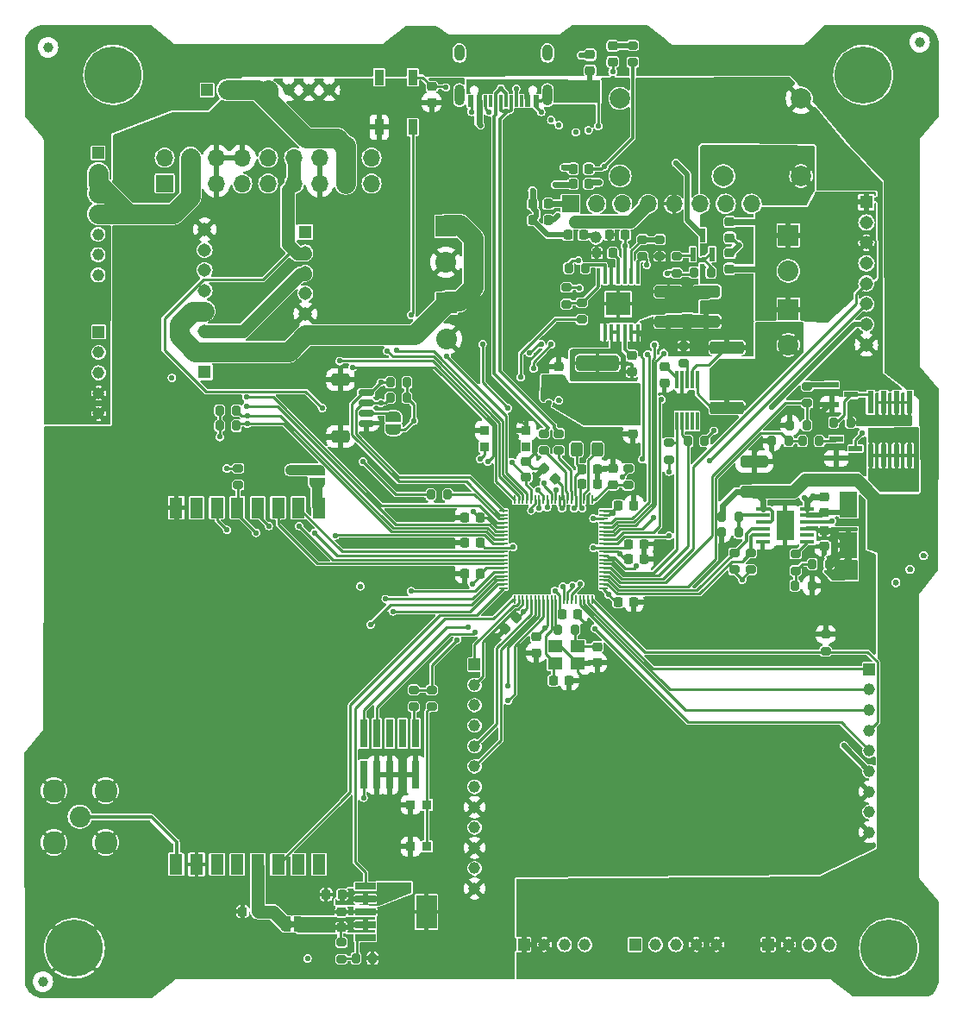
<source format=gtl>
%TF.GenerationSoftware,KiCad,Pcbnew,8.0.4*%
%TF.CreationDate,2025-03-18T17:40:54-07:00*%
%TF.ProjectId,mainboard,6d61696e-626f-4617-9264-2e6b69636164,v6.4*%
%TF.SameCoordinates,Original*%
%TF.FileFunction,Copper,L1,Top*%
%TF.FilePolarity,Positive*%
%FSLAX46Y46*%
G04 Gerber Fmt 4.6, Leading zero omitted, Abs format (unit mm)*
G04 Created by KiCad (PCBNEW 8.0.4) date 2025-03-18 17:40:54*
%MOMM*%
%LPD*%
G01*
G04 APERTURE LIST*
G04 Aperture macros list*
%AMRoundRect*
0 Rectangle with rounded corners*
0 $1 Rounding radius*
0 $2 $3 $4 $5 $6 $7 $8 $9 X,Y pos of 4 corners*
0 Add a 4 corners polygon primitive as box body*
4,1,4,$2,$3,$4,$5,$6,$7,$8,$9,$2,$3,0*
0 Add four circle primitives for the rounded corners*
1,1,$1+$1,$2,$3*
1,1,$1+$1,$4,$5*
1,1,$1+$1,$6,$7*
1,1,$1+$1,$8,$9*
0 Add four rect primitives between the rounded corners*
20,1,$1+$1,$2,$3,$4,$5,0*
20,1,$1+$1,$4,$5,$6,$7,0*
20,1,$1+$1,$6,$7,$8,$9,0*
20,1,$1+$1,$8,$9,$2,$3,0*%
%AMFreePoly0*
4,1,19,0.500000,-0.750000,0.000000,-0.750000,0.000000,-0.744911,-0.071157,-0.744911,-0.207708,-0.704816,-0.327430,-0.627875,-0.420627,-0.520320,-0.479746,-0.390866,-0.500000,-0.250000,-0.500000,0.250000,-0.479746,0.390866,-0.420627,0.520320,-0.327430,0.627875,-0.207708,0.704816,-0.071157,0.744911,0.000000,0.744911,0.000000,0.750000,0.500000,0.750000,0.500000,-0.750000,0.500000,-0.750000,
$1*%
%AMFreePoly1*
4,1,19,0.000000,0.744911,0.071157,0.744911,0.207708,0.704816,0.327430,0.627875,0.420627,0.520320,0.479746,0.390866,0.500000,0.250000,0.500000,-0.250000,0.479746,-0.390866,0.420627,-0.520320,0.327430,-0.627875,0.207708,-0.704816,0.071157,-0.744911,0.000000,-0.744911,0.000000,-0.750000,-0.500000,-0.750000,-0.500000,0.750000,0.000000,0.750000,0.000000,0.744911,0.000000,0.744911,
$1*%
G04 Aperture macros list end*
%TA.AperFunction,EtchedComponent*%
%ADD10C,0.000000*%
%TD*%
%TA.AperFunction,SMDPad,CuDef*%
%ADD11RoundRect,0.200000X-0.200000X-0.275000X0.200000X-0.275000X0.200000X0.275000X-0.200000X0.275000X0*%
%TD*%
%TA.AperFunction,SMDPad,CuDef*%
%ADD12R,0.304800X1.600200*%
%TD*%
%TA.AperFunction,SMDPad,CuDef*%
%ADD13R,2.460000X2.310000*%
%TD*%
%TA.AperFunction,SMDPad,CuDef*%
%ADD14RoundRect,0.225000X-0.250000X0.225000X-0.250000X-0.225000X0.250000X-0.225000X0.250000X0.225000X0*%
%TD*%
%TA.AperFunction,SMDPad,CuDef*%
%ADD15RoundRect,0.225000X0.250000X-0.225000X0.250000X0.225000X-0.250000X0.225000X-0.250000X-0.225000X0*%
%TD*%
%TA.AperFunction,SMDPad,CuDef*%
%ADD16RoundRect,0.200000X0.200000X0.275000X-0.200000X0.275000X-0.200000X-0.275000X0.200000X-0.275000X0*%
%TD*%
%TA.AperFunction,SMDPad,CuDef*%
%ADD17RoundRect,0.225000X0.225000X0.250000X-0.225000X0.250000X-0.225000X-0.250000X0.225000X-0.250000X0*%
%TD*%
%TA.AperFunction,SMDPad,CuDef*%
%ADD18R,1.320800X0.558800*%
%TD*%
%TA.AperFunction,SMDPad,CuDef*%
%ADD19R,0.609600X2.209800*%
%TD*%
%TA.AperFunction,ComponentPad*%
%ADD20C,5.600000*%
%TD*%
%TA.AperFunction,SMDPad,CuDef*%
%ADD21C,1.000000*%
%TD*%
%TA.AperFunction,ComponentPad*%
%ADD22C,2.006600*%
%TD*%
%TA.AperFunction,SMDPad,CuDef*%
%ADD23RoundRect,0.200000X-0.275000X0.200000X-0.275000X-0.200000X0.275000X-0.200000X0.275000X0.200000X0*%
%TD*%
%TA.AperFunction,SMDPad,CuDef*%
%ADD24RoundRect,0.225000X-0.225000X-0.250000X0.225000X-0.250000X0.225000X0.250000X-0.225000X0.250000X0*%
%TD*%
%TA.AperFunction,ComponentPad*%
%ADD25C,2.050000*%
%TD*%
%TA.AperFunction,ComponentPad*%
%ADD26C,2.250000*%
%TD*%
%TA.AperFunction,ComponentPad*%
%ADD27R,2.032000X2.032000*%
%TD*%
%TA.AperFunction,ComponentPad*%
%ADD28C,2.032000*%
%TD*%
%TA.AperFunction,SMDPad,CuDef*%
%ADD29RoundRect,0.200000X0.275000X-0.200000X0.275000X0.200000X-0.275000X0.200000X-0.275000X-0.200000X0*%
%TD*%
%TA.AperFunction,SMDPad,CuDef*%
%ADD30RoundRect,0.218750X0.256250X-0.218750X0.256250X0.218750X-0.256250X0.218750X-0.256250X-0.218750X0*%
%TD*%
%TA.AperFunction,SMDPad,CuDef*%
%ADD31RoundRect,0.250000X-1.425000X0.362500X-1.425000X-0.362500X1.425000X-0.362500X1.425000X0.362500X0*%
%TD*%
%TA.AperFunction,SMDPad,CuDef*%
%ADD32RoundRect,0.333000X-1.767000X0.417000X-1.767000X-0.417000X1.767000X-0.417000X1.767000X0.417000X0*%
%TD*%
%TA.AperFunction,SMDPad,CuDef*%
%ADD33R,0.558800X1.320800*%
%TD*%
%TA.AperFunction,SMDPad,CuDef*%
%ADD34RoundRect,0.250000X1.100000X-0.325000X1.100000X0.325000X-1.100000X0.325000X-1.100000X-0.325000X0*%
%TD*%
%TA.AperFunction,SMDPad,CuDef*%
%ADD35R,0.330200X1.778000*%
%TD*%
%TA.AperFunction,SMDPad,CuDef*%
%ADD36R,2.000000X0.650000*%
%TD*%
%TA.AperFunction,SMDPad,CuDef*%
%ADD37R,2.000000X3.200000*%
%TD*%
%TA.AperFunction,SMDPad,CuDef*%
%ADD38R,0.600000X1.150000*%
%TD*%
%TA.AperFunction,SMDPad,CuDef*%
%ADD39R,0.300000X1.150000*%
%TD*%
%TA.AperFunction,ComponentPad*%
%ADD40O,1.000000X2.100000*%
%TD*%
%TA.AperFunction,ComponentPad*%
%ADD41O,1.000000X1.600000*%
%TD*%
%TA.AperFunction,SMDPad,CuDef*%
%ADD42RoundRect,0.225000X-0.017678X0.335876X-0.335876X0.017678X0.017678X-0.335876X0.335876X-0.017678X0*%
%TD*%
%TA.AperFunction,SMDPad,CuDef*%
%ADD43R,1.397000X0.431800*%
%TD*%
%TA.AperFunction,SMDPad,CuDef*%
%ADD44R,1.752600X2.946400*%
%TD*%
%TA.AperFunction,SMDPad,CuDef*%
%ADD45R,1.700000X2.500000*%
%TD*%
%TA.AperFunction,SMDPad,CuDef*%
%ADD46R,0.900000X1.500000*%
%TD*%
%TA.AperFunction,SMDPad,CuDef*%
%ADD47RoundRect,0.250000X-0.325000X-0.450000X0.325000X-0.450000X0.325000X0.450000X-0.325000X0.450000X0*%
%TD*%
%TA.AperFunction,SMDPad,CuDef*%
%ADD48RoundRect,0.055000X0.335000X-0.055000X0.335000X0.055000X-0.335000X0.055000X-0.335000X-0.055000X0*%
%TD*%
%TA.AperFunction,SMDPad,CuDef*%
%ADD49RoundRect,0.055000X-0.055000X-0.335000X0.055000X-0.335000X0.055000X0.335000X-0.055000X0.335000X0*%
%TD*%
%TA.AperFunction,ComponentPad*%
%ADD50C,0.600000*%
%TD*%
%TA.AperFunction,SMDPad,CuDef*%
%ADD51R,1.133333X1.133333*%
%TD*%
%TA.AperFunction,SMDPad,CuDef*%
%ADD52FreePoly0,270.000000*%
%TD*%
%TA.AperFunction,SMDPad,CuDef*%
%ADD53FreePoly1,270.000000*%
%TD*%
%TA.AperFunction,SMDPad,CuDef*%
%ADD54R,0.740000X2.790000*%
%TD*%
%TA.AperFunction,SMDPad,CuDef*%
%ADD55R,1.400000X1.200000*%
%TD*%
%TA.AperFunction,SMDPad,CuDef*%
%ADD56R,1.300000X2.000000*%
%TD*%
%TA.AperFunction,SMDPad,CuDef*%
%ADD57R,4.700000X11.500000*%
%TD*%
%TA.AperFunction,SMDPad,CuDef*%
%ADD58R,0.900000X0.900000*%
%TD*%
%TA.AperFunction,SMDPad,CuDef*%
%ADD59RoundRect,0.150000X0.625000X-0.150000X0.625000X0.150000X-0.625000X0.150000X-0.625000X-0.150000X0*%
%TD*%
%TA.AperFunction,SMDPad,CuDef*%
%ADD60RoundRect,0.250000X0.650000X-0.350000X0.650000X0.350000X-0.650000X0.350000X-0.650000X-0.350000X0*%
%TD*%
%TA.AperFunction,ComponentPad*%
%ADD61R,1.150000X1.150000*%
%TD*%
%TA.AperFunction,ComponentPad*%
%ADD62C,1.150000*%
%TD*%
%TA.AperFunction,SMDPad,CuDef*%
%ADD63FreePoly0,90.000000*%
%TD*%
%TA.AperFunction,SMDPad,CuDef*%
%ADD64FreePoly1,90.000000*%
%TD*%
%TA.AperFunction,ComponentPad*%
%ADD65R,1.308000X1.308000*%
%TD*%
%TA.AperFunction,ComponentPad*%
%ADD66C,1.308000*%
%TD*%
%TA.AperFunction,SMDPad,CuDef*%
%ADD67RoundRect,0.225000X0.335876X0.017678X0.017678X0.335876X-0.335876X-0.017678X-0.017678X-0.335876X0*%
%TD*%
%TA.AperFunction,SMDPad,CuDef*%
%ADD68FreePoly0,180.000000*%
%TD*%
%TA.AperFunction,SMDPad,CuDef*%
%ADD69FreePoly1,180.000000*%
%TD*%
%TA.AperFunction,SMDPad,CuDef*%
%ADD70RoundRect,0.250000X-1.100000X0.325000X-1.100000X-0.325000X1.100000X-0.325000X1.100000X0.325000X0*%
%TD*%
%TA.AperFunction,ComponentPad*%
%ADD71R,1.700000X1.700000*%
%TD*%
%TA.AperFunction,ComponentPad*%
%ADD72O,1.700000X1.700000*%
%TD*%
%TA.AperFunction,ViaPad*%
%ADD73C,0.584200*%
%TD*%
%TA.AperFunction,ViaPad*%
%ADD74C,0.600000*%
%TD*%
%TA.AperFunction,ViaPad*%
%ADD75C,1.168400*%
%TD*%
%TA.AperFunction,Conductor*%
%ADD76C,0.234950*%
%TD*%
%TA.AperFunction,Conductor*%
%ADD77C,0.508000*%
%TD*%
%TA.AperFunction,Conductor*%
%ADD78C,0.271780*%
%TD*%
%TA.AperFunction,Conductor*%
%ADD79C,1.270000*%
%TD*%
%TA.AperFunction,Conductor*%
%ADD80C,0.271781*%
%TD*%
%TA.AperFunction,Conductor*%
%ADD81C,0.304800*%
%TD*%
%TA.AperFunction,Conductor*%
%ADD82C,1.000000*%
%TD*%
%TA.AperFunction,Conductor*%
%ADD83C,0.305000*%
%TD*%
%TA.AperFunction,Conductor*%
%ADD84C,0.609600*%
%TD*%
%TA.AperFunction,Conductor*%
%ADD85C,0.313400*%
%TD*%
%TA.AperFunction,Conductor*%
%ADD86C,0.293370*%
%TD*%
%TA.AperFunction,Conductor*%
%ADD87C,0.279400*%
%TD*%
%TA.AperFunction,Conductor*%
%ADD88C,0.337947*%
%TD*%
%TA.AperFunction,Conductor*%
%ADD89C,1.905000*%
%TD*%
%TA.AperFunction,Conductor*%
%ADD90C,0.300000*%
%TD*%
%TA.AperFunction,Conductor*%
%ADD91C,0.349300*%
%TD*%
G04 APERTURE END LIST*
D10*
%TA.AperFunction,EtchedComponent*%
G36*
X125050000Y-141200000D02*
G01*
X124550000Y-141200000D01*
X124550000Y-140600000D01*
X125050000Y-140600000D01*
X125050000Y-141200000D01*
G37*
%TD.AperFunction*%
D11*
X177991000Y-91694000D03*
X179641000Y-91694000D03*
D12*
X158766134Y-77289496D03*
X158116121Y-77289496D03*
X157466112Y-77289496D03*
X156816100Y-77289496D03*
X156166088Y-77289496D03*
X155516079Y-77289496D03*
X154866066Y-77289496D03*
X154866066Y-82826696D03*
X155516079Y-82826696D03*
X156166088Y-82826696D03*
X156816100Y-82826696D03*
X157466112Y-82826696D03*
X158116121Y-82826696D03*
X158766134Y-82826696D03*
D13*
X156816100Y-80058096D03*
D14*
X151000000Y-86225000D03*
X151000000Y-87775000D03*
D15*
X158250000Y-92775000D03*
X158250000Y-91225000D03*
X158178500Y-86690500D03*
X158178500Y-85140500D03*
D16*
X153606000Y-76517500D03*
X151956000Y-76517500D03*
D17*
X156286500Y-75057000D03*
X154736500Y-75057000D03*
D18*
X177783800Y-87995596D03*
X177783800Y-89900596D03*
X179663400Y-88948096D03*
D11*
X164275000Y-76962000D03*
X165925000Y-76962000D03*
D19*
X185420000Y-89712800D03*
X184150000Y-89712800D03*
X182880000Y-89712800D03*
X181610000Y-89712800D03*
X181610000Y-94945200D03*
X182880000Y-94945200D03*
X184150000Y-94945200D03*
X185420000Y-94945200D03*
D20*
X107236100Y-57564100D03*
X103426100Y-143294100D03*
X183426100Y-143294100D03*
X180896100Y-57564100D03*
D21*
X100330000Y-146558000D03*
D22*
X157000000Y-67500000D03*
X157000000Y-59880000D03*
X167160000Y-67500000D03*
X174780000Y-59880000D03*
X174780000Y-67500000D03*
D15*
X154051000Y-57143000D03*
X154051000Y-55593000D03*
D23*
X158254700Y-54674000D03*
X158254700Y-56324000D03*
D17*
X153937000Y-66776600D03*
X152387000Y-66776600D03*
D24*
X148450000Y-71818500D03*
X150000000Y-71818500D03*
D23*
X159194500Y-73724000D03*
X159194500Y-75374000D03*
D24*
X151879000Y-73279000D03*
X153429000Y-73279000D03*
D25*
X103949500Y-130365500D03*
D26*
X106489500Y-127825500D03*
X101409500Y-127825500D03*
X106489500Y-132905500D03*
X101409500Y-132905500D03*
D23*
X119500000Y-96175000D03*
X119500000Y-97825000D03*
D17*
X157493000Y-73279000D03*
X155943000Y-73279000D03*
D24*
X148412000Y-70231000D03*
X149962000Y-70231000D03*
D23*
X151750000Y-78425000D03*
X151750000Y-80075000D03*
D27*
X173532800Y-80572200D03*
D28*
X173532800Y-84072200D03*
D29*
X160909000Y-75374000D03*
X160909000Y-73724000D03*
D30*
X156293500Y-56286500D03*
X156293500Y-54711500D03*
D31*
X167500000Y-84312500D03*
X167500000Y-90237500D03*
D32*
X154813000Y-85830000D03*
X154813000Y-89430000D03*
D33*
X164147500Y-75171300D03*
X166052500Y-75171300D03*
X165100000Y-73291700D03*
D27*
X139954000Y-79959200D03*
D28*
X139954000Y-83459200D03*
D16*
X175323000Y-91948000D03*
X173673000Y-91948000D03*
D23*
X175387000Y-88123096D03*
X175387000Y-89773096D03*
D34*
X161769100Y-81787096D03*
X161769100Y-78837096D03*
X165481000Y-81787096D03*
X165481000Y-78837096D03*
D14*
X167767000Y-71996000D03*
X167767000Y-73546000D03*
D23*
X163250000Y-84175000D03*
X163250000Y-85825000D03*
D35*
X164576001Y-87455300D03*
X164075999Y-87455300D03*
X163576000Y-87455300D03*
X163076001Y-87455300D03*
X162575999Y-87455300D03*
X162575999Y-91544700D03*
X163076001Y-91544700D03*
X163576000Y-91544700D03*
X164075999Y-91544700D03*
X164576001Y-91544700D03*
D23*
X129649937Y-142705948D03*
X129649937Y-144355948D03*
D15*
X167767000Y-76594000D03*
X167767000Y-75044000D03*
D36*
X131983937Y-137180948D03*
X131983937Y-138450948D03*
X131983937Y-139720948D03*
X131983937Y-140990948D03*
X131983937Y-142260948D03*
D37*
X137983937Y-139720948D03*
D24*
X119925800Y-139674600D03*
X121475800Y-139674600D03*
D11*
X131058937Y-144258948D03*
X132708937Y-144258948D03*
D14*
X129649937Y-139707948D03*
X129649937Y-141257948D03*
D24*
X152387000Y-68250000D03*
X153937000Y-68250000D03*
D15*
X161350000Y-87775000D03*
X161350000Y-86225000D03*
D38*
X148752000Y-60128000D03*
X147952000Y-60128000D03*
D39*
X146802000Y-60128000D03*
X145802000Y-60128000D03*
X145302000Y-60128000D03*
X144302000Y-60128000D03*
D38*
X143152000Y-60128000D03*
X142352000Y-60128000D03*
D39*
X143802000Y-60128000D03*
X144802000Y-60128000D03*
X146302000Y-60128000D03*
X147302000Y-60128000D03*
D40*
X149872000Y-59553000D03*
D41*
X149872000Y-55413000D03*
D40*
X141232000Y-59553000D03*
D41*
X141232000Y-55413000D03*
D27*
X139903200Y-72440800D03*
D28*
X139903200Y-75940800D03*
D27*
X173532800Y-73307800D03*
D28*
X173532800Y-76807800D03*
D16*
X177532800Y-105567481D03*
X175882800Y-105567481D03*
D29*
X161800000Y-95325000D03*
X161800000Y-93675000D03*
D42*
X146848008Y-110851992D03*
X145751992Y-111948008D03*
D24*
X157825000Y-105100000D03*
X159375000Y-105100000D03*
D23*
X168224200Y-104488481D03*
X168224200Y-106138481D03*
D24*
X150475000Y-117000000D03*
X152025000Y-117000000D03*
D16*
X136075000Y-89250000D03*
X134425000Y-89250000D03*
D21*
X186436000Y-54356000D03*
D17*
X143275000Y-103500000D03*
X141725000Y-103500000D03*
D29*
X149500000Y-94425000D03*
X149500000Y-92775000D03*
D23*
X177200000Y-112475000D03*
X177200000Y-114125000D03*
D43*
X171018200Y-100152200D03*
X171018200Y-100802441D03*
X171018200Y-101452681D03*
X171018200Y-102102919D03*
X171018200Y-102753159D03*
X171018200Y-103403400D03*
X175387000Y-103403400D03*
X175387000Y-102753159D03*
X175387000Y-102102919D03*
X175387000Y-101452681D03*
X175387000Y-100802441D03*
X175387000Y-100152200D03*
D44*
X173202600Y-101777800D03*
D14*
X148750000Y-112725000D03*
X148750000Y-114275000D03*
D16*
X140075000Y-98750000D03*
X138425000Y-98750000D03*
D17*
X143275000Y-101000000D03*
X141725000Y-101000000D03*
D24*
X153225000Y-96250000D03*
X154775000Y-96250000D03*
D17*
X143275000Y-106500000D03*
X141725000Y-106500000D03*
D24*
X156825000Y-109300000D03*
X158375000Y-109300000D03*
D45*
X179451000Y-99759000D03*
X179451000Y-103759000D03*
D24*
X151325000Y-110500000D03*
X152875000Y-110500000D03*
D29*
X162560000Y-77025000D03*
X162560000Y-75375000D03*
D15*
X156300000Y-97775000D03*
X156300000Y-96225000D03*
D46*
X136650000Y-57800000D03*
X133350000Y-57800000D03*
X133350000Y-62700000D03*
X136650000Y-62700000D03*
D24*
X128133937Y-138008948D03*
X129683937Y-138008948D03*
D47*
X152725000Y-94297500D03*
X154775000Y-94297500D03*
D15*
X177063400Y-100500481D03*
X177063400Y-98950481D03*
D23*
X169849800Y-104488481D03*
X169849800Y-106138481D03*
D48*
X145563500Y-100343333D03*
X145563500Y-100743333D03*
X145563500Y-101143333D03*
X145563500Y-101543333D03*
X145563500Y-101943333D03*
X145563500Y-102343333D03*
X145563500Y-102743333D03*
X145563500Y-103143333D03*
X145563500Y-103543333D03*
X145563500Y-103943333D03*
X145563500Y-104343333D03*
X145563500Y-104743333D03*
X145563500Y-105143333D03*
X145563500Y-105543333D03*
X145563500Y-105943333D03*
X145563500Y-106343333D03*
X145563500Y-106743333D03*
X145563500Y-107143333D03*
X145563500Y-107543333D03*
X145563500Y-107943333D03*
D49*
X146660000Y-109039833D03*
X147060000Y-109039833D03*
X147460000Y-109039833D03*
X147860000Y-109039833D03*
X148260000Y-109039833D03*
X148660000Y-109039833D03*
X149060000Y-109039833D03*
X149460000Y-109039833D03*
X149860000Y-109039833D03*
X150260000Y-109039833D03*
X150660000Y-109039833D03*
X151060000Y-109039833D03*
X151460000Y-109039833D03*
X151860000Y-109039833D03*
X152260000Y-109039833D03*
X152660000Y-109039833D03*
X153060000Y-109039833D03*
X153460000Y-109039833D03*
X153860000Y-109039833D03*
X154260000Y-109039833D03*
D48*
X155356500Y-107943333D03*
X155356500Y-107543333D03*
X155356500Y-107143333D03*
X155356500Y-106743333D03*
X155356500Y-106343333D03*
X155356500Y-105943333D03*
X155356500Y-105543333D03*
X155356500Y-105143333D03*
X155356500Y-104743333D03*
X155356500Y-104343333D03*
X155356500Y-103943333D03*
X155356500Y-103543333D03*
X155356500Y-103143333D03*
X155356500Y-102743333D03*
X155356500Y-102343333D03*
X155356500Y-101943333D03*
X155356500Y-101543333D03*
X155356500Y-101143333D03*
X155356500Y-100743333D03*
X155356500Y-100343333D03*
D49*
X154260000Y-99246833D03*
X153860000Y-99246833D03*
X153460000Y-99246833D03*
X153060000Y-99246833D03*
X152660000Y-99246833D03*
X152260000Y-99246833D03*
X151860000Y-99246833D03*
X151460000Y-99246833D03*
X151060000Y-99246833D03*
X150660000Y-99246833D03*
X150260000Y-99246833D03*
X149860000Y-99246833D03*
X149460000Y-99246833D03*
X149060000Y-99246833D03*
X148660000Y-99246833D03*
X148260000Y-99246833D03*
X147860000Y-99246833D03*
X147460000Y-99246833D03*
X147060000Y-99246833D03*
X146660000Y-99246833D03*
D50*
X149326667Y-103010000D03*
D51*
X149326667Y-103010000D03*
D50*
X149326667Y-104143333D03*
D51*
X149326667Y-104143333D03*
D50*
X149326667Y-105276666D03*
D51*
X149326667Y-105276666D03*
D50*
X150460000Y-103010000D03*
D51*
X150460000Y-103010000D03*
D50*
X150460000Y-104143333D03*
D51*
X150460000Y-104143333D03*
D50*
X150460000Y-105276666D03*
D51*
X150460000Y-105276666D03*
D50*
X151593333Y-103010000D03*
D51*
X151593333Y-103010000D03*
D50*
X151593333Y-104143333D03*
D51*
X151593333Y-104143333D03*
D50*
X151593333Y-105276666D03*
D51*
X151593333Y-105276666D03*
D52*
X134750000Y-91100000D03*
D53*
X134750000Y-92400000D03*
D54*
X131825000Y-126280000D03*
X131825000Y-122210000D03*
X133095000Y-126280000D03*
X133095000Y-122210000D03*
X134365000Y-126280000D03*
X134365000Y-122210000D03*
X135635000Y-122210000D03*
X136905000Y-126280000D03*
X136905000Y-122210000D03*
D55*
X150650000Y-115350000D03*
X152850000Y-115350000D03*
X152850000Y-113650000D03*
X150650000Y-113650000D03*
D56*
X113420000Y-135050000D03*
X115420000Y-135050000D03*
X117420000Y-135050000D03*
X119420000Y-135050000D03*
X121420000Y-135050000D03*
X123420000Y-135050000D03*
X125420000Y-135050000D03*
X127420000Y-135050000D03*
X127420000Y-100050000D03*
X125420000Y-100050000D03*
X123420000Y-100050000D03*
X121420000Y-100050000D03*
X119420000Y-100050000D03*
X117420000Y-100050000D03*
X115420000Y-100050000D03*
X113420000Y-100050000D03*
D57*
X122170000Y-120600000D03*
D58*
X143700000Y-94050000D03*
X147800000Y-94050000D03*
X143700000Y-92450000D03*
X147800000Y-92450000D03*
D16*
X176575000Y-93500000D03*
X174925000Y-93500000D03*
D59*
X132075000Y-91750000D03*
X132075000Y-90750000D03*
X132075000Y-89750000D03*
X132075000Y-88750000D03*
D60*
X129550000Y-93050000D03*
X129550000Y-87450000D03*
D16*
X136075000Y-87750000D03*
X134425000Y-87750000D03*
X173575000Y-93500000D03*
X171925000Y-93500000D03*
D61*
X158484001Y-142920000D03*
D62*
X160484002Y-142920000D03*
X162484001Y-142920000D03*
X164484002Y-142920000D03*
X166484000Y-142920000D03*
D21*
X100838000Y-54864000D03*
D11*
X174181000Y-107696000D03*
X175831000Y-107696000D03*
D29*
X138500000Y-119575000D03*
X138500000Y-117925000D03*
D61*
X105800000Y-82799999D03*
D62*
X105800000Y-84800000D03*
X105800000Y-86799999D03*
X105800000Y-88800000D03*
X105800000Y-90799998D03*
D11*
X167015000Y-100950000D03*
X168665000Y-100950000D03*
D63*
X127250000Y-97650000D03*
D64*
X127250000Y-96350000D03*
D11*
X117675000Y-90500000D03*
X119325000Y-90500000D03*
D16*
X168665000Y-102490000D03*
X167015000Y-102490000D03*
D65*
X181200000Y-70050001D03*
D66*
X181200000Y-72050002D03*
X181200000Y-74050001D03*
X181200000Y-76050002D03*
X181200000Y-78050000D03*
X181200000Y-80050001D03*
X181200000Y-82050000D03*
X181200000Y-84050001D03*
D61*
X142720000Y-115430000D03*
D62*
X142720000Y-117430001D03*
X142720000Y-119430000D03*
X142720000Y-121430001D03*
X142720000Y-123429999D03*
X142720000Y-125430000D03*
X142720000Y-127429999D03*
X142720000Y-129430000D03*
X142720000Y-131430001D03*
X142720000Y-133430000D03*
X142720000Y-135430000D03*
X142720000Y-137430000D03*
D29*
X153250000Y-81575000D03*
X153250000Y-79925000D03*
D61*
X147550000Y-142920000D03*
D62*
X149550000Y-142920000D03*
X151550000Y-142920000D03*
X153550000Y-142920000D03*
D15*
X147800000Y-97025000D03*
X147800000Y-95475000D03*
X177063400Y-103853281D03*
X177063400Y-102303281D03*
D65*
X126100000Y-73000000D03*
D66*
X126100000Y-75000000D03*
X126100000Y-77000000D03*
X126100000Y-79000000D03*
X126100000Y-81000000D03*
X126100000Y-83000000D03*
D16*
X165325000Y-93500000D03*
X163675000Y-93500000D03*
D24*
X157825000Y-103600000D03*
X159375000Y-103600000D03*
D14*
X138500000Y-58725000D03*
X138500000Y-60275000D03*
D67*
X150648008Y-97248008D03*
X149551992Y-96151992D03*
D58*
X138050000Y-133300000D03*
X138050000Y-129200000D03*
X136450000Y-133300000D03*
X136450000Y-129200000D03*
D14*
X154750000Y-113725000D03*
X154750000Y-115275000D03*
D11*
X117675000Y-92000000D03*
X119325000Y-92000000D03*
D29*
X151000000Y-94425000D03*
X151000000Y-92775000D03*
D24*
X156825000Y-99800000D03*
X158375000Y-99800000D03*
D65*
X116205000Y-86739999D03*
D66*
X116205000Y-84739998D03*
X116205000Y-82739999D03*
X116205000Y-80739998D03*
X116205000Y-78740000D03*
X116205000Y-76739999D03*
X116205000Y-74740000D03*
X116205000Y-72739999D03*
D61*
X105750000Y-65214001D03*
D62*
X105750000Y-67214002D03*
X105750000Y-69214001D03*
X105750000Y-71214002D03*
X105750000Y-73214000D03*
X105750000Y-75214001D03*
X105750000Y-77214000D03*
D68*
X125450000Y-140900000D03*
D69*
X124150000Y-140900000D03*
D70*
X170200000Y-95525000D03*
X170200000Y-98475000D03*
D61*
X171550000Y-142920000D03*
D62*
X173550000Y-142920000D03*
X175550000Y-142920000D03*
X177550000Y-142920000D03*
D16*
X152575000Y-112000000D03*
X150925000Y-112000000D03*
D23*
X157800000Y-96175000D03*
X157800000Y-97825000D03*
D61*
X116450001Y-59050000D03*
D62*
X118450002Y-59050000D03*
X120450001Y-59050000D03*
X122450002Y-59050000D03*
X124450000Y-59050000D03*
X126450001Y-59050000D03*
X128450000Y-59050000D03*
D61*
X181491000Y-115900000D03*
D62*
X181491000Y-117900001D03*
X181491000Y-119900000D03*
X181491000Y-121900001D03*
X181491000Y-123899999D03*
X181491000Y-125900000D03*
X181491000Y-127899999D03*
X181491000Y-129900000D03*
X181491000Y-131900001D03*
D23*
X174244000Y-104585000D03*
X174244000Y-106235000D03*
D18*
X178246700Y-93297500D03*
X178246700Y-95202500D03*
X180126300Y-94250000D03*
D29*
X136750000Y-119575000D03*
X136750000Y-117925000D03*
D24*
X153225000Y-97750000D03*
X154775000Y-97750000D03*
D71*
X152146000Y-70231000D03*
D72*
X154686000Y-70231000D03*
X157226000Y-70231000D03*
X159766000Y-70231000D03*
X162306000Y-70231000D03*
X164846000Y-70231000D03*
X167386000Y-70231000D03*
X169926000Y-70231000D03*
D71*
X112280000Y-68240000D03*
D72*
X112280000Y-65700000D03*
X114820000Y-68240000D03*
X114820000Y-65700000D03*
X117360000Y-68240000D03*
X117360000Y-65700000D03*
X119900000Y-68240000D03*
X119900000Y-65700000D03*
X122440000Y-68240000D03*
X122440000Y-65700000D03*
X124980000Y-68240000D03*
X124980000Y-65700000D03*
X127520000Y-68240000D03*
X127520000Y-65700000D03*
X130060000Y-68240000D03*
X130060000Y-65700000D03*
X132600000Y-68240000D03*
X132600000Y-65700000D03*
D73*
X126310000Y-144280000D03*
D74*
X114490500Y-130492500D03*
X112712500Y-130492500D03*
X108018580Y-129528060D03*
X109283500Y-132667500D03*
X110553500Y-132667500D03*
X109283500Y-131397500D03*
X110553500Y-131397500D03*
X109288580Y-127038860D03*
X111828580Y-129528060D03*
X111828580Y-127038860D03*
X109288580Y-129528060D03*
X110558580Y-127038860D03*
X110558580Y-128308860D03*
X111828580Y-128308860D03*
X109288580Y-128308860D03*
X110558580Y-129528060D03*
X138500000Y-140800000D03*
X138500000Y-138641000D03*
X113601500Y-131381500D03*
X108013500Y-131397500D03*
X111823500Y-132667500D03*
X111823500Y-134175500D03*
X115379500Y-136588500D03*
X111823500Y-136588500D03*
X113093500Y-136588500D03*
X114236500Y-136588500D03*
X110553500Y-136588500D03*
X109283500Y-136588500D03*
X110553500Y-134175500D03*
X109283500Y-134175500D03*
X116395500Y-136588500D03*
X113601500Y-129528060D03*
X116395500Y-131635500D03*
X137357000Y-140800000D03*
X172132218Y-91811736D03*
X111823500Y-135318500D03*
X110553500Y-135318500D03*
X109283500Y-135318500D03*
X116395500Y-132667500D03*
D73*
X114998500Y-132675400D03*
D74*
X121340000Y-123510000D03*
X122729900Y-123510000D03*
X122094900Y-121922500D03*
X122094900Y-124843500D03*
X137944000Y-139657000D03*
X137357000Y-138641000D03*
X135745937Y-139720948D03*
D73*
X172974000Y-106426000D03*
X138085200Y-144263400D03*
X138250000Y-88500000D03*
X177038000Y-107696000D03*
X150000000Y-89750000D03*
X172210000Y-95170000D03*
X152082500Y-93027500D03*
X180000000Y-95250000D03*
X162000000Y-103800000D03*
X184090000Y-107390000D03*
X128000000Y-112500000D03*
X147250000Y-91500000D03*
X165000000Y-135470000D03*
X162200000Y-89100000D03*
X126000000Y-118000000D03*
X140400000Y-106500000D03*
X146000000Y-85750000D03*
X159700000Y-109400000D03*
X166824836Y-124314836D03*
X185480000Y-106080000D03*
X143185200Y-143563400D03*
X155450000Y-74450000D03*
X164860000Y-126790000D03*
X151000000Y-89500000D03*
X126000000Y-111750000D03*
X116250000Y-115750000D03*
X146250000Y-78250000D03*
X128000000Y-93250000D03*
X134000000Y-93500000D03*
X154000000Y-92500000D03*
X136500000Y-131200000D03*
X140400000Y-101000000D03*
X154700000Y-116600000D03*
X148600000Y-115800000D03*
X135659575Y-126277000D03*
X166800000Y-115140425D03*
X171958000Y-96774000D03*
X133883937Y-144258948D03*
X186810000Y-104740000D03*
X172900000Y-95900000D03*
X158750000Y-81250000D03*
X138285200Y-135863400D03*
X177000000Y-90550992D03*
X137000000Y-88250000D03*
X142200000Y-81600000D03*
X161800000Y-100900000D03*
X148807525Y-93707525D03*
X172466000Y-107188000D03*
X172974000Y-107950000D03*
X127850000Y-87500000D03*
X172466000Y-108712000D03*
X160700000Y-105100000D03*
X131883937Y-143258948D03*
X171958000Y-106426000D03*
X138000000Y-93750000D03*
X170400000Y-94300000D03*
X154750000Y-79250000D03*
X156200000Y-94900000D03*
X171958000Y-107950000D03*
X146800000Y-93100000D03*
X142800000Y-92450000D03*
X134383937Y-139758948D03*
X159000000Y-79000000D03*
X114998500Y-131635500D03*
X164175000Y-80300000D03*
X153600000Y-111400000D03*
X159500000Y-80500000D03*
X111000000Y-101500000D03*
X176030000Y-115140425D03*
X170570000Y-97300000D03*
X165227000Y-75717400D03*
X153400000Y-117000000D03*
X128383937Y-139258948D03*
X167000000Y-103750000D03*
X140400000Y-103500000D03*
X116750000Y-105000000D03*
X113445596Y-101663500D03*
X142500000Y-107500000D03*
X151750000Y-89000000D03*
X151300000Y-100100000D03*
X131500000Y-107750000D03*
X169000000Y-107100000D03*
X124600000Y-96300000D03*
X155900000Y-91200000D03*
X157000000Y-104600000D03*
X131800000Y-128500000D03*
X139900000Y-58800000D03*
X125800000Y-96350000D03*
X142600000Y-100400000D03*
X153300000Y-100100000D03*
X166200000Y-92500000D03*
X171900000Y-90200000D03*
X179000000Y-123400000D03*
X158100000Y-90250000D03*
X146400000Y-95600000D03*
X158300000Y-88100000D03*
X147475000Y-110275000D03*
X161800000Y-96500000D03*
X156200000Y-88100000D03*
X149587500Y-111887500D03*
X157200000Y-97000000D03*
X118400000Y-96200000D03*
X159639000Y-76200054D03*
X155850000Y-108550000D03*
X117700000Y-93100000D03*
X156300000Y-100600000D03*
X136750000Y-91500000D03*
X151400000Y-107800000D03*
X142750000Y-112250000D03*
X142063233Y-111763233D03*
X152300000Y-107700000D03*
X134729937Y-137765148D03*
X133764737Y-138374748D03*
X159500000Y-84200000D03*
X159200000Y-95300000D03*
X133764737Y-137257148D03*
X166300000Y-71500000D03*
X168000000Y-78000000D03*
X179800000Y-106600000D03*
X178816000Y-105664000D03*
X171200000Y-65200000D03*
X168200000Y-79700000D03*
X168100000Y-81500000D03*
X153000000Y-78500000D03*
X127750000Y-90250000D03*
X169300000Y-78500000D03*
X168086600Y-65013400D03*
X135898337Y-137257148D03*
X168700000Y-82600000D03*
X169400000Y-80900000D03*
X150250000Y-62000000D03*
X145300000Y-58900000D03*
X151000000Y-62500000D03*
X145800000Y-61150000D03*
X161300000Y-84900000D03*
X161662185Y-77080185D03*
X131750000Y-95500000D03*
X180594000Y-90424000D03*
X179855000Y-89685000D03*
X160300000Y-101000000D03*
X175082200Y-99040000D03*
X175950000Y-98940000D03*
X152900000Y-75800000D03*
X157479994Y-74358508D03*
X150622000Y-68326000D03*
X154965400Y-68122800D03*
X143500000Y-84000000D03*
X146000000Y-90250000D03*
X144100000Y-61200000D03*
X146800000Y-58928000D03*
X153180000Y-55630000D03*
X168656000Y-74250000D03*
X148400000Y-68900000D03*
X149250000Y-61200000D03*
D74*
X151485600Y-66675004D03*
D73*
X142400000Y-61200000D03*
X148800000Y-71000000D03*
X143300000Y-62500000D03*
X154853201Y-62600400D03*
X133500000Y-87750000D03*
X133500000Y-89750000D03*
D75*
X152600000Y-72000000D03*
D73*
X145988825Y-117500000D03*
X120300000Y-89200000D03*
X162486000Y-66192400D03*
X134000000Y-109000000D03*
X154500000Y-111900000D03*
X158600000Y-105800000D03*
X177800000Y-101346000D03*
X154400000Y-104000000D03*
X150600000Y-108200000D03*
X146500000Y-103900000D03*
X152500000Y-100100000D03*
X156293504Y-57256998D03*
X155448000Y-66548000D03*
X140000000Y-85200000D03*
X136500000Y-81100000D03*
X132500000Y-111500000D03*
X136500000Y-108250000D03*
X134711768Y-110211768D03*
X146000000Y-119000000D03*
X161075000Y-89425000D03*
X153100000Y-107500000D03*
X141000000Y-113000000D03*
X148300000Y-100300000D03*
X165800000Y-95450001D03*
X161800000Y-102800000D03*
X120300000Y-90100000D03*
X143250000Y-95250000D03*
X130750000Y-86250000D03*
X154400000Y-101100000D03*
X144000000Y-95500000D03*
X184410000Y-97920000D03*
X185810000Y-96970000D03*
X184750000Y-97075000D03*
X185480000Y-97980000D03*
X129450000Y-85650000D03*
X134150000Y-84650000D03*
X135075000Y-84575000D03*
X121250000Y-102500000D03*
X127000002Y-102500000D03*
X153900000Y-63000000D03*
X159700000Y-85000000D03*
X148942025Y-98342025D03*
X160400000Y-84100000D03*
X152650000Y-63200000D03*
X180750000Y-92750000D03*
X113000000Y-87300000D03*
X120400000Y-91800000D03*
X120400000Y-91000000D03*
X149500000Y-97600000D03*
X149850000Y-100020000D03*
X149050000Y-100080000D03*
X150700000Y-98300000D03*
X125500000Y-101840425D03*
X122500000Y-101840425D03*
X129020000Y-102770000D03*
X118410000Y-102240000D03*
X148500000Y-86374999D03*
X150250000Y-84000000D03*
X150900000Y-71400000D03*
D75*
X154650869Y-73534609D03*
D73*
X147250000Y-87250000D03*
X149250000Y-84000000D03*
X148125000Y-84875000D03*
D76*
X165925000Y-76962000D02*
X165925000Y-76415400D01*
D77*
X113438600Y-100289596D02*
X113445596Y-100296592D01*
D76*
X143700000Y-92450000D02*
X142800000Y-92450000D01*
D77*
X172268482Y-91948000D02*
X172132218Y-91811736D01*
D76*
X152875000Y-110675000D02*
X153600000Y-111400000D01*
D77*
X113445596Y-101250409D02*
X113445596Y-101663500D01*
D76*
X148800000Y-93700000D02*
X148807525Y-93707525D01*
X147750000Y-92000000D02*
X147750000Y-92400000D01*
D77*
X177000000Y-90550992D02*
X177650396Y-89900596D01*
D78*
X127850000Y-87500000D02*
X129500000Y-87500000D01*
D77*
X113445596Y-100296592D02*
X113445596Y-101250409D01*
D78*
X136905000Y-126280000D02*
X135638000Y-126280000D01*
D77*
X173710500Y-91948000D02*
X172268482Y-91948000D01*
D78*
X129350000Y-93250000D02*
X129550000Y-93050000D01*
D76*
X148476992Y-96151992D02*
X147800000Y-95475000D01*
X165925000Y-76415400D02*
X165227000Y-75717400D01*
X150650000Y-113650000D02*
X151150000Y-113650000D01*
D78*
X129500000Y-87500000D02*
X129550000Y-87450000D01*
D76*
X153400000Y-116750000D02*
X153400000Y-117000000D01*
X147250000Y-91500000D02*
X147750000Y-92000000D01*
X148807525Y-94467475D02*
X148807525Y-93707525D01*
X152850000Y-116200000D02*
X153400000Y-116750000D01*
X147800000Y-95475000D02*
X148807525Y-94467475D01*
X152875000Y-110500000D02*
X152875000Y-110675000D01*
X166052500Y-75171300D02*
X165773100Y-75171300D01*
X149551992Y-96151992D02*
X148476992Y-96151992D01*
D78*
X128000000Y-93250000D02*
X129350000Y-93250000D01*
X133095000Y-126280000D02*
X134365000Y-126280000D01*
D76*
X151150000Y-113650000D02*
X152850000Y-115350000D01*
D79*
X165481000Y-78912096D02*
X161769100Y-78912096D01*
D76*
X165773100Y-75171300D02*
X165227000Y-75717400D01*
X152850000Y-115350000D02*
X152850000Y-116200000D01*
D78*
X135632000Y-126280000D02*
X134365000Y-126280000D01*
D77*
X177650396Y-89900596D02*
X177783800Y-89900596D01*
D76*
X147475000Y-110275000D02*
X147860000Y-109890000D01*
X156281667Y-100343333D02*
X155356500Y-100343333D01*
D77*
X181200000Y-82050000D02*
X180050000Y-82050000D01*
D76*
X155850000Y-108550000D02*
X156600000Y-109300000D01*
X156743333Y-104343333D02*
X155356500Y-104343333D01*
X155881667Y-100743333D02*
X156281667Y-100343333D01*
D78*
X136750000Y-89925000D02*
X136075000Y-89250000D01*
D76*
X117675000Y-92000000D02*
X117675000Y-93075000D01*
D78*
X147800000Y-97325000D02*
X147800000Y-97025000D01*
D76*
X143275000Y-106500000D02*
X143275000Y-106725000D01*
D78*
X148260000Y-99246833D02*
X148260000Y-98265000D01*
D80*
X159321500Y-75336500D02*
X159639000Y-75654000D01*
D76*
X151292851Y-98800000D02*
X151292851Y-99079684D01*
X156300000Y-100600000D02*
X156300000Y-100361666D01*
D78*
X136750000Y-91500000D02*
X136750000Y-89925000D01*
D76*
X147800000Y-97805000D02*
X148260000Y-98265000D01*
X169000000Y-106988281D02*
X169849800Y-106138481D01*
X156300000Y-100361666D02*
X156281667Y-100343333D01*
X179000000Y-123409000D02*
X179000000Y-123400000D01*
X136750000Y-91500000D02*
X135850000Y-92400000D01*
X118400000Y-96200000D02*
X119475000Y-96200000D01*
X151292851Y-99079684D02*
X151460000Y-99246833D01*
X147475000Y-110325000D02*
X146848008Y-110951992D01*
X153060000Y-97915000D02*
X153225000Y-97750000D01*
X143950000Y-101000000D02*
X144893333Y-101943333D01*
X149587500Y-111887500D02*
X148750000Y-112725000D01*
X119475000Y-96200000D02*
X119500000Y-96175000D01*
D78*
X136075000Y-87750000D02*
X136075000Y-89250000D01*
D76*
X151060000Y-99246833D02*
X151060000Y-99860000D01*
D80*
X159639000Y-75654000D02*
X159639000Y-76200054D01*
D76*
X168224200Y-106324200D02*
X169000000Y-107100000D01*
X139825000Y-58725000D02*
X139900000Y-58800000D01*
X143831667Y-105943333D02*
X143275000Y-106500000D01*
X147860000Y-109890000D02*
X147860000Y-109039833D01*
X150648008Y-97248008D02*
X151292851Y-97892851D01*
X143275000Y-101000000D02*
X143950000Y-101000000D01*
X155356500Y-107943333D02*
X155356500Y-108056500D01*
X117675000Y-90500000D02*
X117675000Y-92000000D01*
X147475000Y-110275000D02*
X147475000Y-110325000D01*
X144893333Y-101943333D02*
X145563500Y-101943333D01*
X149860000Y-111615000D02*
X148750000Y-112725000D01*
X155356500Y-108056500D02*
X155850000Y-108550000D01*
X169000000Y-107100000D02*
X169000000Y-106988281D01*
X157500000Y-105100000D02*
X157825000Y-105100000D01*
X156743333Y-104343333D02*
X157500000Y-105100000D01*
X145563500Y-105943333D02*
X143831667Y-105943333D01*
X131825000Y-128475000D02*
X131825000Y-126280000D01*
X153060000Y-99246833D02*
X153060000Y-99860000D01*
D77*
X180050000Y-82050000D02*
X171900000Y-90200000D01*
D76*
X153060000Y-99246833D02*
X153060000Y-97915000D01*
X151460000Y-99246833D02*
X151460000Y-99940000D01*
X153060000Y-99860000D02*
X153300000Y-100100000D01*
X165325000Y-93375000D02*
X166200000Y-92500000D01*
X157800000Y-96400000D02*
X157800000Y-96175000D01*
X161800000Y-95325000D02*
X161800000Y-96500000D01*
X146400000Y-95600000D02*
X146400000Y-95625000D01*
X149860000Y-109039833D02*
X149860000Y-111615000D01*
X136650000Y-57800000D02*
X137575000Y-57800000D01*
X147800000Y-97025000D02*
X147800000Y-97805000D01*
X151460000Y-99940000D02*
X151300000Y-100100000D01*
D77*
X181491000Y-125900000D02*
X179000000Y-123409000D01*
D76*
X146400000Y-95625000D02*
X147800000Y-97025000D01*
X151292851Y-99013982D02*
X151292851Y-98800000D01*
X150648008Y-97248008D02*
X150442025Y-97042025D01*
D81*
X158766134Y-77289496D02*
X158766134Y-75891866D01*
D76*
X131800000Y-128500000D02*
X131825000Y-128475000D01*
D82*
X125800000Y-96350000D02*
X124650000Y-96350000D01*
D76*
X156825000Y-99800000D02*
X156281667Y-100343333D01*
X137575000Y-57800000D02*
X138500000Y-58725000D01*
X168224200Y-106138481D02*
X168224200Y-106324200D01*
D81*
X158766134Y-75891866D02*
X159321500Y-75336500D01*
D76*
X157200000Y-97000000D02*
X157800000Y-96400000D01*
X151060000Y-99246833D02*
X151292851Y-99013982D01*
X143275000Y-106725000D02*
X142500000Y-107500000D01*
X142600000Y-100400000D02*
X143200000Y-101000000D01*
X151060000Y-99860000D02*
X151300000Y-100100000D01*
X138500000Y-58725000D02*
X139825000Y-58725000D01*
X157000000Y-104600000D02*
X156743333Y-104343333D01*
X155356500Y-100743333D02*
X155881667Y-100743333D01*
X165325000Y-93500000D02*
X165325000Y-93375000D01*
X156600000Y-109300000D02*
X156825000Y-109300000D01*
X117675000Y-93075000D02*
X117700000Y-93100000D01*
X143200000Y-101000000D02*
X143275000Y-101000000D01*
X143275000Y-101000000D02*
X143000000Y-101000000D01*
X147800000Y-97025000D02*
X147800000Y-96900000D01*
D82*
X127250000Y-96350000D02*
X125800000Y-96350000D01*
D76*
X151292851Y-97892851D02*
X151292851Y-98800000D01*
X135850000Y-92400000D02*
X134750000Y-92400000D01*
X161856479Y-117900001D02*
X181491000Y-117900001D01*
X153460000Y-109039833D02*
X153460000Y-109503522D01*
X153460000Y-109503522D02*
X161856479Y-117900001D01*
X151400000Y-107800000D02*
X151460000Y-107860000D01*
X140327192Y-112422808D02*
X142577192Y-112422808D01*
X151460000Y-107860000D02*
X151460000Y-109039833D01*
X133095000Y-119655000D02*
X140327192Y-112422808D01*
X142577192Y-112422808D02*
X142750000Y-112250000D01*
X133095000Y-122210000D02*
X133095000Y-119655000D01*
X152300000Y-107900000D02*
X151860000Y-108340000D01*
X131825000Y-119925000D02*
X139986767Y-111763233D01*
X131825000Y-122210000D02*
X131825000Y-119925000D01*
X151860000Y-108340000D02*
X151860000Y-109039833D01*
X139986767Y-111763233D02*
X142063233Y-111763233D01*
X152300000Y-107700000D02*
X152300000Y-107900000D01*
X136750000Y-122055000D02*
X136905000Y-122210000D01*
X136750000Y-119575000D02*
X136750000Y-122055000D01*
D83*
X171787360Y-101452681D02*
X171969200Y-101270841D01*
X171018200Y-101452681D02*
X171787360Y-101452681D01*
D79*
X181991000Y-99034600D02*
X180238400Y-97282000D01*
D84*
X167043600Y-100944681D02*
X167043600Y-99808800D01*
D79*
X175174532Y-97282000D02*
X180238400Y-97282000D01*
D83*
X171969200Y-101270841D02*
X171969200Y-100417400D01*
D84*
X171018200Y-99293200D02*
X170200000Y-98475000D01*
D83*
X171969200Y-100417400D02*
X171704000Y-100152200D01*
D84*
X167043600Y-99808800D02*
X168377400Y-98475000D01*
D83*
X171704000Y-100152200D02*
X171018200Y-100152200D01*
D79*
X173981532Y-98475000D02*
X175174532Y-97282000D01*
X170200000Y-98475000D02*
X173981532Y-98475000D01*
D84*
X168377400Y-98475000D02*
X170200000Y-98475000D01*
X171018200Y-100152200D02*
X171018200Y-99293200D01*
D78*
X124600000Y-75000000D02*
X121970111Y-77629889D01*
D79*
X124400000Y-68820000D02*
X124400000Y-74178000D01*
X124980000Y-68240000D02*
X124400000Y-68820000D01*
D78*
X151750000Y-78425000D02*
X152925000Y-78425000D01*
D79*
X124980000Y-65700000D02*
X124980000Y-68240000D01*
D78*
X167437500Y-84312500D02*
X167500000Y-84312500D01*
X121970111Y-77629889D02*
X116056616Y-77629889D01*
X112250000Y-84564779D02*
X116308831Y-88623610D01*
X165750000Y-86000000D02*
X167437500Y-84312500D01*
X112250000Y-81436505D02*
X112250000Y-84564779D01*
D84*
X177995281Y-102303281D02*
X179451000Y-103759000D01*
D76*
X159250000Y-95250000D02*
X159250000Y-85339096D01*
D78*
X126123610Y-88623610D02*
X127750000Y-90250000D01*
X164075999Y-87455300D02*
X164075999Y-86429422D01*
D76*
X159142025Y-85231121D02*
X159142025Y-83202587D01*
X159200000Y-95300000D02*
X159250000Y-95250000D01*
D84*
X179451000Y-103759000D02*
X179451000Y-105029000D01*
X177642519Y-105567481D02*
X179451000Y-103759000D01*
X179451000Y-105029000D02*
X178816000Y-105664000D01*
X177063400Y-102303281D02*
X177995281Y-102303281D01*
D78*
X126100000Y-75000000D02*
X124600000Y-75000000D01*
X164505421Y-86000000D02*
X165750000Y-86000000D01*
D84*
X177532800Y-105567481D02*
X177642519Y-105567481D01*
D78*
X152925000Y-78425000D02*
X153000000Y-78500000D01*
X116308831Y-88623610D02*
X126123610Y-88623610D01*
D79*
X125322000Y-75100000D02*
X126100000Y-75100000D01*
D78*
X116056616Y-77629889D02*
X112250000Y-81436505D01*
D76*
X159142025Y-83202587D02*
X158766134Y-82826696D01*
X159250000Y-85339096D02*
X159142025Y-85231121D01*
D79*
X165481000Y-81712096D02*
X161769100Y-81712096D01*
X124400000Y-74178000D02*
X125322000Y-75100000D01*
D78*
X164075999Y-86429422D02*
X164505421Y-86000000D01*
D85*
X149968300Y-92231700D02*
X149968300Y-92204273D01*
X144618300Y-61684084D02*
X144802000Y-61500384D01*
X144802000Y-60128000D02*
X144802000Y-59398000D01*
X149500000Y-92775000D02*
X149500000Y-92700000D01*
X149968300Y-92204273D02*
X144618300Y-86854273D01*
X144802000Y-61500384D02*
X144802000Y-60128000D01*
X149500000Y-92700000D02*
X149968300Y-92231700D01*
X144618300Y-86854273D02*
X144618300Y-61684084D01*
X145802000Y-60128000D02*
X145802000Y-59402000D01*
X144802000Y-59398000D02*
X145300000Y-58900000D01*
X145802000Y-59402000D02*
X145300000Y-58900000D01*
X146302000Y-60128000D02*
X146302000Y-61016400D01*
X145181700Y-86620905D02*
X145181700Y-61918300D01*
X150531700Y-92231700D02*
X150531700Y-91970905D01*
X146302000Y-61016400D02*
X146168400Y-61150000D01*
X145435600Y-61150000D02*
X145800000Y-61150000D01*
X145181700Y-61918300D02*
X145800000Y-61300000D01*
X151000000Y-92775000D02*
X151000000Y-92700000D01*
X146168400Y-61150000D02*
X145800000Y-61150000D01*
X151000000Y-92700000D02*
X150531700Y-92231700D01*
X150531700Y-91970905D02*
X145181700Y-86620905D01*
X145800000Y-61300000D02*
X145800000Y-61150000D01*
X145302000Y-60128000D02*
X145302000Y-61016400D01*
X145302000Y-61016400D02*
X145435600Y-61150000D01*
D76*
X160500000Y-85700000D02*
X160500000Y-99773690D01*
X160500000Y-99773690D02*
X158473690Y-101800000D01*
X161300000Y-84900000D02*
X160500000Y-85700000D01*
D86*
X161818370Y-76924000D02*
X162623500Y-76924000D01*
D76*
X162560000Y-77112500D02*
X164124500Y-77112500D01*
X156847380Y-101800000D02*
X156304047Y-102343333D01*
X156304047Y-102343333D02*
X155356500Y-102343333D01*
X164124500Y-77112500D02*
X164275000Y-76962000D01*
D86*
X161662185Y-77080185D02*
X161818370Y-76924000D01*
D76*
X158473690Y-101800000D02*
X156847380Y-101800000D01*
D78*
X135000000Y-98750000D02*
X131750000Y-95500000D01*
X138425000Y-98750000D02*
X135000000Y-98750000D01*
D77*
X179705000Y-90583091D02*
X179864091Y-90424000D01*
X179603500Y-91567000D02*
X179603500Y-90684591D01*
X179864091Y-90424000D02*
X180594000Y-90424000D01*
D81*
X158051500Y-85128000D02*
X158178500Y-85128000D01*
X157466112Y-84542612D02*
X158051500Y-85128000D01*
X157466112Y-82826696D02*
X157466112Y-84542612D01*
D76*
X150475000Y-115525000D02*
X150650000Y-115350000D01*
X150475000Y-117000000D02*
X150475000Y-115525000D01*
X149732525Y-114432525D02*
X150650000Y-115350000D01*
X150260000Y-109039833D02*
X150260000Y-112055050D01*
X150260000Y-112055050D02*
X149732525Y-112582525D01*
X149732525Y-112582525D02*
X149732525Y-114432525D01*
X150600000Y-111675000D02*
X150925000Y-112000000D01*
X150600000Y-109099833D02*
X150600000Y-111675000D01*
X150660000Y-109039833D02*
X150600000Y-109099833D01*
X160300000Y-101000000D02*
X159165050Y-102134950D01*
X156986120Y-102134950D02*
X156377737Y-102743333D01*
X159165050Y-102134950D02*
X156986120Y-102134950D01*
X156377737Y-102743333D02*
X155356500Y-102743333D01*
D77*
X177063400Y-100500481D02*
X178709519Y-100500481D01*
X178709519Y-100500481D02*
X179451000Y-99759000D01*
X175387000Y-100802441D02*
X176761440Y-100802441D01*
X176761440Y-100802441D02*
X177063400Y-100500481D01*
D84*
X175960481Y-98950481D02*
X175950000Y-98940000D01*
X175387000Y-100143641D02*
X175387000Y-99344800D01*
X175950000Y-98940000D02*
X175545200Y-99344800D01*
X177063400Y-98950481D02*
X175960481Y-98950481D01*
X175545200Y-99344800D02*
X175387000Y-99344800D01*
X175387000Y-99344800D02*
X175082200Y-99040000D01*
D81*
X156299000Y-75057000D02*
X156299000Y-75082500D01*
X156816100Y-76756096D02*
X156816100Y-77289496D01*
X156299000Y-75082500D02*
X156816100Y-75599600D01*
X156816100Y-75599600D02*
X156816100Y-76756096D01*
X157466112Y-77289496D02*
X157466112Y-74372390D01*
D87*
X157479994Y-72987006D02*
X157479994Y-74358508D01*
X152330000Y-75800000D02*
X151993500Y-76136500D01*
X152900000Y-75800000D02*
X152330000Y-75800000D01*
D81*
X157466112Y-74372390D02*
X157479994Y-74358508D01*
D78*
X162575999Y-87300999D02*
X162575999Y-87455300D01*
X161500000Y-86225000D02*
X162575999Y-87300999D01*
D84*
X152374500Y-68326000D02*
X150622000Y-68326000D01*
D76*
X175882800Y-105567481D02*
X174911519Y-105567481D01*
X174244000Y-107633000D02*
X174181000Y-107696000D01*
X174911519Y-105567481D02*
X174244000Y-106235000D01*
X174244000Y-106235000D02*
X174244000Y-107633000D01*
D84*
X153949500Y-68173500D02*
X154000200Y-68122800D01*
X153949500Y-68199000D02*
X153949500Y-68173500D01*
X154000200Y-68122800D02*
X154965400Y-68122800D01*
D76*
X145300000Y-113950000D02*
X145300000Y-122850000D01*
X148660000Y-110590000D02*
X148660000Y-109039833D01*
X145300000Y-122850000D02*
X142720000Y-125430000D01*
X148660000Y-110590000D02*
X145300000Y-113950000D01*
X156700000Y-108500000D02*
X164791741Y-108500000D01*
D83*
X171018200Y-102753159D02*
X170014700Y-102753159D01*
X169849800Y-102918059D02*
X169849800Y-104488481D01*
X170014700Y-102753159D02*
X169849800Y-102918059D01*
X169849800Y-104488481D02*
X169849800Y-104530200D01*
D76*
X164791741Y-108500000D02*
X167971741Y-105320000D01*
D83*
X169849800Y-104530200D02*
X169060000Y-105320000D01*
D76*
X155743333Y-107543333D02*
X156700000Y-108500000D01*
X155356500Y-107543333D02*
X155743333Y-107543333D01*
X167971741Y-105320000D02*
X169060000Y-105320000D01*
X154675000Y-113650000D02*
X154750000Y-113725000D01*
X152575000Y-112000000D02*
X152575000Y-113375000D01*
X152575000Y-113375000D02*
X152850000Y-113650000D01*
X152850000Y-113650000D02*
X154675000Y-113650000D01*
D78*
X143500000Y-87750000D02*
X146000000Y-90250000D01*
X143500000Y-84000000D02*
X143500000Y-87750000D01*
D87*
X144100000Y-61200000D02*
X143802000Y-60902000D01*
X143802000Y-60902000D02*
X143802000Y-60128000D01*
D88*
X146802000Y-60128000D02*
X146802000Y-58930000D01*
X146802000Y-58930000D02*
X146800000Y-58928000D01*
D77*
X148399500Y-70599500D02*
X148399500Y-70231000D01*
D88*
X148752000Y-60702000D02*
X149250000Y-61200000D01*
D89*
X124460002Y-84739998D02*
X126100000Y-83100000D01*
X115280105Y-84739998D02*
X113700000Y-83159893D01*
D88*
X148752000Y-60128000D02*
X148752000Y-60702000D01*
D89*
X116205000Y-84739998D02*
X115280105Y-84739998D01*
D84*
X167874500Y-75031500D02*
X168656000Y-74250000D01*
D89*
X141218600Y-79781400D02*
X139954000Y-79781400D01*
X113700000Y-83159893D02*
X113700000Y-82033143D01*
D77*
X148800000Y-71000000D02*
X148800000Y-71468500D01*
X148800000Y-71000000D02*
X148399500Y-70599500D01*
X154051000Y-55620500D02*
X153189500Y-55620500D01*
X151866500Y-73279000D02*
X151607400Y-73279000D01*
X153189500Y-55620500D02*
X153180000Y-55630000D01*
X148450000Y-71818500D02*
X149910500Y-73279000D01*
D89*
X136813200Y-83100000D02*
X126100000Y-83100000D01*
D76*
X142400000Y-61200000D02*
X142400000Y-60176000D01*
D89*
X141263000Y-72263000D02*
X142600000Y-73600000D01*
D84*
X152374500Y-66675000D02*
X151485604Y-66675000D01*
D77*
X148800000Y-71468500D02*
X148450000Y-71818500D01*
D89*
X142600000Y-78400000D02*
X141218600Y-79781400D01*
D84*
X167767000Y-75031500D02*
X167874500Y-75031500D01*
X148412000Y-70231000D02*
X148412000Y-68912000D01*
D89*
X142600000Y-73600000D02*
X142600000Y-78400000D01*
X113700000Y-82033143D02*
X114993145Y-80739998D01*
X116205000Y-84739998D02*
X124460002Y-84739998D01*
D76*
X167767000Y-73546000D02*
X167952000Y-73546000D01*
X142400000Y-60176000D02*
X142352000Y-60128000D01*
D89*
X139903200Y-72263000D02*
X141263000Y-72263000D01*
D88*
X149297000Y-60128000D02*
X149872000Y-59553000D01*
D89*
X139954000Y-79959200D02*
X136813200Y-83100000D01*
D77*
X149910500Y-73279000D02*
X151879000Y-73279000D01*
D76*
X167952000Y-73546000D02*
X168656000Y-74250000D01*
D89*
X114993145Y-80739998D02*
X116205000Y-80739998D01*
D88*
X148752000Y-60128000D02*
X149297000Y-60128000D01*
D84*
X148412000Y-68912000D02*
X148400000Y-68900000D01*
D88*
X143152000Y-59648000D02*
X143650000Y-59150000D01*
D77*
X154051000Y-57195500D02*
X154051000Y-58024000D01*
D76*
X147952000Y-60128000D02*
X147700000Y-59876000D01*
D87*
X154853201Y-60053201D02*
X154800000Y-60000000D01*
D84*
X143300000Y-62500000D02*
X143152000Y-62352000D01*
D76*
X147700000Y-59876000D02*
X147700000Y-59150000D01*
D88*
X143152000Y-60128000D02*
X143152000Y-59648000D01*
D87*
X154853201Y-62600400D02*
X154853201Y-60053201D01*
D84*
X143152000Y-62352000D02*
X143152000Y-60128000D01*
D76*
X131750000Y-88750000D02*
X130667475Y-89832525D01*
X132075000Y-88750000D02*
X132500000Y-88750000D01*
X132075000Y-88750000D02*
X131750000Y-88750000D01*
X141930168Y-97500000D02*
X145173501Y-100743333D01*
X132500000Y-88750000D02*
X133500000Y-87750000D01*
X130667475Y-89832525D02*
X130667475Y-92891166D01*
X135276309Y-97500000D02*
X141930168Y-97500000D01*
X133500000Y-87750000D02*
X134425000Y-87750000D01*
X130667475Y-92891166D02*
X135276309Y-97500000D01*
X145173501Y-100743333D02*
X145563500Y-100743333D01*
X145563500Y-100343333D02*
X142220167Y-97000000D01*
X132075000Y-89750000D02*
X133925000Y-89750000D01*
X131082525Y-90417475D02*
X131750000Y-89750000D01*
X135250000Y-97000000D02*
X131082525Y-92832525D01*
X142220167Y-97000000D02*
X135250000Y-97000000D01*
X131082525Y-92832525D02*
X131082525Y-90417475D01*
X131750000Y-89750000D02*
X132075000Y-89750000D01*
X133925000Y-89750000D02*
X134425000Y-89250000D01*
X148260000Y-110469308D02*
X144900000Y-113829308D01*
X144900000Y-121249999D02*
X142720000Y-123429999D01*
X148260000Y-109039833D02*
X148260000Y-110469308D01*
X144900000Y-113829308D02*
X144900000Y-121249999D01*
D79*
X119960001Y-82739999D02*
X125600000Y-77100000D01*
D84*
X170408500Y-76606500D02*
X170434000Y-76581000D01*
D79*
X125600000Y-77100000D02*
X126100000Y-77100000D01*
X152600000Y-72000000D02*
X157997000Y-72000000D01*
D84*
X167767000Y-71996000D02*
X170746000Y-71996000D01*
D79*
X157997000Y-72000000D02*
X159766000Y-70231000D01*
D84*
X170750000Y-72000000D02*
X171210796Y-72000000D01*
X167767000Y-76606500D02*
X170408500Y-76606500D01*
X170746000Y-71996000D02*
X170750000Y-72000000D01*
D79*
X116205000Y-82739999D02*
X119960001Y-82739999D01*
D76*
X146000000Y-113750000D02*
X146000000Y-117500000D01*
X149060000Y-109039833D02*
X149060000Y-110690000D01*
X146000000Y-117500000D02*
X145988825Y-117500000D01*
X149060000Y-110690000D02*
X146000000Y-113750000D01*
X153860000Y-109039833D02*
X153860000Y-109429832D01*
X153860000Y-109429832D02*
X160230168Y-115800000D01*
X181391000Y-115800000D02*
X181491000Y-115900000D01*
X160230168Y-115800000D02*
X181391000Y-115800000D01*
X143223690Y-99800000D02*
X133573690Y-99800000D01*
X145515317Y-101495150D02*
X144918840Y-101495150D01*
X133573690Y-99800000D02*
X122973690Y-89200000D01*
X144918840Y-101495150D02*
X143223690Y-99800000D01*
X145563500Y-101543333D02*
X145515317Y-101495150D01*
X122973690Y-89200000D02*
X120300000Y-89200000D01*
X134400000Y-90750000D02*
X134750000Y-91100000D01*
X132075000Y-90750000D02*
X134400000Y-90750000D01*
D77*
X163600000Y-71791700D02*
X163600000Y-67306400D01*
X163600000Y-67306400D02*
X162486000Y-66192400D01*
X165100000Y-73291700D02*
X163600000Y-71791700D01*
X158254700Y-54711500D02*
X156293500Y-54711500D01*
D76*
X144756667Y-106743333D02*
X142500000Y-109000000D01*
X145563500Y-106743333D02*
X144756667Y-106743333D01*
X142500000Y-109000000D02*
X134000000Y-109000000D01*
X181300000Y-114200000D02*
X182283475Y-115183475D01*
X154260000Y-109039833D02*
X159420167Y-114200000D01*
X159420167Y-114200000D02*
X181300000Y-114200000D01*
X182283475Y-115183475D02*
X182283475Y-121107526D01*
X182283475Y-121107526D02*
X181491000Y-121900001D01*
X178708551Y-121117550D02*
X181491000Y-123899999D01*
X158400000Y-106000000D02*
X157515831Y-106000000D01*
X155733362Y-104743333D02*
X155356500Y-104743333D01*
X158600000Y-105800000D02*
X158400000Y-106000000D01*
X156585473Y-105069642D02*
X156389265Y-104873433D01*
X157515831Y-106000000D02*
X156585473Y-105069642D01*
X156389265Y-104873433D02*
X155863462Y-104873433D01*
X155863462Y-104873433D02*
X155733362Y-104743333D01*
X154500000Y-111900000D02*
X163717550Y-121117550D01*
X163717550Y-121117550D02*
X178708551Y-121117550D01*
D88*
X177693319Y-101452681D02*
X177800000Y-101346000D01*
X175387000Y-101452681D02*
X177693319Y-101452681D01*
D76*
X163381988Y-119900000D02*
X181491000Y-119900000D01*
X153060000Y-109578012D02*
X163381988Y-119900000D01*
X153060000Y-109039833D02*
X153060000Y-109578012D01*
X145563500Y-103943333D02*
X146456667Y-103943333D01*
X151060000Y-109039833D02*
X151060000Y-110235000D01*
X152557525Y-96982475D02*
X152557525Y-98777525D01*
X143275000Y-103500000D02*
X143718333Y-103943333D01*
X146456667Y-103943333D02*
X146500000Y-103900000D01*
X152557525Y-98777525D02*
X152660000Y-98880000D01*
X155356500Y-103943333D02*
X157481667Y-103943333D01*
X143718333Y-103943333D02*
X145563500Y-103943333D01*
X157481667Y-103943333D02*
X157825000Y-103600000D01*
X152660000Y-99940000D02*
X152660000Y-99246833D01*
X151060000Y-108660000D02*
X150600000Y-108200000D01*
X152725000Y-94500000D02*
X152725000Y-95750000D01*
X154456667Y-103943333D02*
X154400000Y-104000000D01*
X152660000Y-98880000D02*
X152660000Y-99246833D01*
X151060000Y-109039833D02*
X151060000Y-108660000D01*
X151060000Y-110235000D02*
X151325000Y-110500000D01*
X153225000Y-96315000D02*
X152557525Y-96982475D01*
X152725000Y-95750000D02*
X153225000Y-96250000D01*
X153225000Y-96250000D02*
X153225000Y-96315000D01*
X152500000Y-100100000D02*
X152660000Y-99940000D01*
X155356500Y-103943333D02*
X154456667Y-103943333D01*
X156350000Y-97825000D02*
X156300000Y-97775000D01*
X157800000Y-97825000D02*
X156350000Y-97825000D01*
X156025000Y-97775000D02*
X154553167Y-99246833D01*
X154553167Y-99246833D02*
X154260000Y-99246833D01*
X156300000Y-97775000D02*
X156025000Y-97775000D01*
X161800000Y-93675000D02*
X162550999Y-93675000D01*
X160304850Y-106395150D02*
X162575999Y-104124001D01*
X157437291Y-106395150D02*
X160304850Y-106395150D01*
X155356500Y-105143333D02*
X155421550Y-105208383D01*
X162550999Y-93675000D02*
X162575999Y-93700000D01*
X162575999Y-104124001D02*
X162575999Y-93700000D01*
X155421550Y-105208383D02*
X156250524Y-105208383D01*
X162575999Y-93700000D02*
X162575999Y-91544700D01*
X156250524Y-105208383D02*
X157437291Y-106395150D01*
D77*
X177783800Y-87995596D02*
X175552000Y-87995596D01*
D80*
X175387000Y-88160596D02*
X175663596Y-87884000D01*
D77*
X175552000Y-87995596D02*
X175387000Y-88160596D01*
D76*
X163675000Y-103825000D02*
X163675000Y-93500000D01*
X163076001Y-92901001D02*
X163675000Y-93500000D01*
X155356500Y-105543333D02*
X156111783Y-105543333D01*
X160769900Y-106730100D02*
X163675000Y-103825000D01*
X156111783Y-105543333D02*
X157298550Y-106730100D01*
X157298550Y-106730100D02*
X160769900Y-106730100D01*
X163076001Y-91544700D02*
X163076001Y-92901001D01*
D78*
X179663400Y-88948096D02*
X181594596Y-88948096D01*
X179023008Y-89588488D02*
X179663400Y-88948096D01*
X178028500Y-91567000D02*
X178367389Y-91567000D01*
X181610000Y-88963500D02*
X181610000Y-89712800D01*
X179023008Y-90911381D02*
X179023008Y-89588488D01*
X181594596Y-88948096D02*
X181610000Y-88963500D01*
X178367389Y-91567000D02*
X179023008Y-90911381D01*
X156293500Y-56286500D02*
X156293500Y-57256994D01*
X156293500Y-57256994D02*
X156293504Y-57256998D01*
D90*
X158253300Y-56325400D02*
X158254700Y-56324000D01*
X158253300Y-63755686D02*
X158253300Y-56325400D01*
X154175306Y-66804794D02*
X155204192Y-66804794D01*
X155204192Y-66804794D02*
X158253300Y-63755686D01*
D76*
X146660000Y-109039833D02*
X146460167Y-109039833D01*
X131983937Y-135783937D02*
X131983937Y-137180948D01*
X144565050Y-110934950D02*
X139765050Y-110934950D01*
X139765050Y-110934950D02*
X131000000Y-119700000D01*
X131000000Y-119700000D02*
X131000000Y-134800000D01*
X146460167Y-109039833D02*
X144565050Y-110934950D01*
X131000000Y-134800000D02*
X131983937Y-135783937D01*
D86*
X129522937Y-142743448D02*
X129522937Y-141270448D01*
D76*
X140000000Y-85200000D02*
X145839800Y-91039800D01*
X145839800Y-96643949D02*
X147860000Y-98664149D01*
X136650000Y-80950000D02*
X136650000Y-62700000D01*
X145839800Y-91039800D02*
X145839800Y-96643949D01*
X136500000Y-81100000D02*
X136650000Y-80950000D01*
X147860000Y-98664149D02*
X147860000Y-99246833D01*
X144856667Y-107143333D02*
X142447807Y-109552193D01*
X142447807Y-109552193D02*
X134447807Y-109552193D01*
X134447807Y-109552193D02*
X132500000Y-111500000D01*
X145563500Y-107143333D02*
X144856667Y-107143333D01*
D78*
X164576001Y-88826001D02*
X165987500Y-90237500D01*
X165987500Y-90237500D02*
X167500000Y-90237500D01*
X164576001Y-87455300D02*
X164576001Y-88826001D01*
D76*
X142750000Y-108250000D02*
X136500000Y-108250000D01*
X144656667Y-106343333D02*
X142750000Y-108250000D01*
X145563500Y-106343333D02*
X144656667Y-106343333D01*
X142250000Y-110250000D02*
X134750000Y-110250000D01*
X145563500Y-107543333D02*
X144956667Y-107543333D01*
X134750000Y-110250000D02*
X134711768Y-110211768D01*
X144956667Y-107543333D02*
X142250000Y-110250000D01*
X146648400Y-113601600D02*
X146648400Y-118351600D01*
X149460000Y-109039833D02*
X149460000Y-110790000D01*
X149460000Y-110790000D02*
X146648400Y-113601600D01*
X146648400Y-118351600D02*
X146000000Y-119000000D01*
X147060000Y-109416695D02*
X146829387Y-109647308D01*
X146552692Y-109647308D02*
X142720000Y-113480000D01*
X147060000Y-109039833D02*
X147060000Y-109416695D01*
X142720000Y-113480000D02*
X142720000Y-115430000D01*
X146829387Y-109647308D02*
X146552692Y-109647308D01*
X161075000Y-89425000D02*
X160900000Y-89600000D01*
X160900000Y-101900000D02*
X160330100Y-102469900D01*
X160330100Y-102469900D02*
X157300000Y-102469900D01*
X126200000Y-73000000D02*
X126100000Y-73100000D01*
X157300000Y-102469900D02*
X156626567Y-103143333D01*
X156626567Y-103143333D02*
X155356500Y-103143333D01*
X160900000Y-89600000D02*
X160900000Y-101900000D01*
X153892475Y-98257524D02*
X153460000Y-98689999D01*
X154775000Y-94500000D02*
X153892475Y-95382525D01*
X153892475Y-95382525D02*
X153892475Y-98257524D01*
X153460000Y-98689999D02*
X153460000Y-99246833D01*
X138050000Y-129200000D02*
X138050000Y-133300000D01*
X138050000Y-120025000D02*
X138500000Y-119575000D01*
X138050000Y-129200000D02*
X138050000Y-120025000D01*
X138500000Y-115500000D02*
X141000000Y-113000000D01*
X153100000Y-107500000D02*
X153100000Y-107700000D01*
X152260000Y-108540000D02*
X152260000Y-109039833D01*
X136750000Y-117925000D02*
X138500000Y-117925000D01*
X153100000Y-107700000D02*
X152260000Y-108540000D01*
X138500000Y-117925000D02*
X138500000Y-115500000D01*
D83*
X171018200Y-100802441D02*
X168835840Y-100802441D01*
X168835840Y-100802441D02*
X168693600Y-100944681D01*
X168693600Y-100944681D02*
X168693600Y-102500000D01*
D89*
X114820000Y-69505000D02*
X113110998Y-71214002D01*
X106689999Y-69214001D02*
X105750000Y-68274002D01*
X106689999Y-69214001D02*
X105750000Y-69214001D01*
X105750000Y-68274002D02*
X105750000Y-67214002D01*
X108690000Y-71214002D02*
X105750000Y-71214002D01*
X113110998Y-71214002D02*
X108690000Y-71214002D01*
X114820000Y-65700000D02*
X114820000Y-68240000D01*
X108690000Y-71214002D02*
X106689999Y-69214001D01*
X114820000Y-65700000D02*
X114820000Y-69505000D01*
D77*
X160909000Y-73761500D02*
X159321500Y-73761500D01*
D78*
X158116121Y-74802379D02*
X159194500Y-73724000D01*
X158116121Y-77289496D02*
X158116121Y-74802379D01*
D81*
X153886000Y-76200000D02*
X155511500Y-76200000D01*
X155511500Y-76200000D02*
X155516079Y-76204579D01*
X153568500Y-76517500D02*
X153886000Y-76200000D01*
X155516079Y-76204579D02*
X155516079Y-77289496D01*
D76*
X175387000Y-103442000D02*
X174244000Y-104585000D01*
X175387000Y-103403400D02*
X175387000Y-103442000D01*
D78*
X163250000Y-85825000D02*
X163576000Y-86151000D01*
X163576000Y-86151000D02*
X163576000Y-87455300D01*
D76*
X148300000Y-99983695D02*
X148660000Y-99623695D01*
X148300000Y-100300000D02*
X148300000Y-99983695D01*
X148660000Y-99623695D02*
X148660000Y-99246833D01*
X156774679Y-103543333D02*
X157418012Y-102900000D01*
X161700000Y-102900000D02*
X161800000Y-102800000D01*
X157418012Y-102900000D02*
X161700000Y-102900000D01*
X165800000Y-95450001D02*
X181200000Y-80050001D01*
X155356500Y-103543333D02*
X156774679Y-103543333D01*
X156038093Y-105943333D02*
X157159810Y-107065050D01*
X180200000Y-79050000D02*
X181200000Y-78050000D01*
X161234950Y-107065050D02*
X164200000Y-104100000D01*
X155356500Y-105943333D02*
X156038093Y-105943333D01*
X164200000Y-95993036D02*
X180200000Y-79993036D01*
X164200000Y-104100000D02*
X164200000Y-95993036D01*
X157159810Y-107065050D02*
X161234950Y-107065050D01*
X180200000Y-79993036D02*
X180200000Y-79050000D01*
X144170000Y-101700000D02*
X135000000Y-101700000D01*
X123400000Y-90100000D02*
X120300000Y-90100000D01*
X135000000Y-101700000D02*
X123400000Y-90100000D01*
X144813333Y-102343333D02*
X144170000Y-101700000D01*
X145563500Y-102343333D02*
X144813333Y-102343333D01*
D89*
X122450002Y-60050002D02*
X122450002Y-59050000D01*
X121450000Y-59050000D02*
X120450001Y-59050000D01*
X130060000Y-64497919D02*
X129897919Y-64497919D01*
X126197500Y-63797500D02*
X122450002Y-60050002D01*
X129897919Y-64497919D02*
X129197500Y-63797500D01*
X130060000Y-65700000D02*
X130060000Y-64497919D01*
X130060000Y-68240000D02*
X130060000Y-65700000D01*
X122450002Y-60050002D02*
X121450000Y-59050000D01*
X129197500Y-63797500D02*
X126197500Y-63797500D01*
X121450000Y-59050000D02*
X118450002Y-59050000D01*
D76*
X131058937Y-144258948D02*
X129746937Y-144258948D01*
D86*
X132585200Y-142265400D02*
X131902200Y-142265400D01*
X131775200Y-142392400D02*
X131902200Y-142265400D01*
X131173937Y-143886448D02*
X131173937Y-142387948D01*
D76*
X129746937Y-144258948D02*
X129649937Y-144355948D01*
X143250000Y-95250000D02*
X143700000Y-94800000D01*
X143700000Y-94800000D02*
X143700000Y-94050000D01*
D81*
X154866066Y-77289496D02*
X154866066Y-78210708D01*
D78*
X154866066Y-78308934D02*
X154866066Y-78210708D01*
X153250000Y-79925000D02*
X154866066Y-78308934D01*
X151900000Y-79925000D02*
X151750000Y-80075000D01*
X153250000Y-79925000D02*
X151900000Y-79925000D01*
D76*
X154443333Y-101143333D02*
X154400000Y-101100000D01*
X155356500Y-101143333D02*
X154443333Y-101143333D01*
X144500000Y-92000000D02*
X138750000Y-86250000D01*
X144000000Y-95500000D02*
X144500000Y-95000000D01*
X138750000Y-86250000D02*
X130750000Y-86250000D01*
X144500000Y-95000000D02*
X144500000Y-92000000D01*
D83*
X168224200Y-104488481D02*
X169444800Y-103267881D01*
D87*
X168015719Y-104280000D02*
X168224200Y-104488481D01*
D76*
X155817023Y-107143333D02*
X156838740Y-108165050D01*
D83*
X169931081Y-102102919D02*
X171018200Y-102102919D01*
D76*
X164547631Y-108165050D02*
X168224200Y-104488481D01*
X156838740Y-108165050D02*
X164547631Y-108165050D01*
X155356500Y-107143333D02*
X155817023Y-107143333D01*
D83*
X169444800Y-102589200D02*
X169931081Y-102102919D01*
X169444800Y-103267881D02*
X169444800Y-102589200D01*
D76*
X162560000Y-75287500D02*
X164031300Y-75287500D01*
X164031300Y-75287500D02*
X164147500Y-75171300D01*
X129500000Y-85600000D02*
X138573690Y-85600000D01*
X144834950Y-97421783D02*
X146660000Y-99246833D01*
X129450000Y-85650000D02*
X129500000Y-85600000D01*
X144834950Y-91861260D02*
X144834950Y-97421783D01*
X138573690Y-85600000D02*
X144834950Y-91861260D01*
X134700000Y-85200000D02*
X138700000Y-85200000D01*
X147060000Y-98869971D02*
X147060000Y-99246833D01*
X145169900Y-91669900D02*
X145169900Y-96979871D01*
X138700000Y-85200000D02*
X145169900Y-91669900D01*
X145169900Y-96979871D02*
X147060000Y-98869971D01*
X134150000Y-84650000D02*
X134700000Y-85200000D01*
X138666366Y-84692675D02*
X145250000Y-91276310D01*
X145504850Y-96804850D02*
X147460000Y-98760000D01*
X147460000Y-98760000D02*
X147460000Y-99246833D01*
X145250000Y-91276310D02*
X145504850Y-91531160D01*
X135075000Y-84575000D02*
X135192675Y-84692675D01*
X145504850Y-91531160D02*
X145504850Y-96804850D01*
X135192675Y-84692675D02*
X138666366Y-84692675D01*
X119420000Y-100670000D02*
X121250000Y-102500000D01*
X145563500Y-104743333D02*
X129243335Y-104743333D01*
X119500000Y-97825000D02*
X119500000Y-99970000D01*
X129243335Y-104743333D02*
X127000002Y-102500000D01*
X119634000Y-100206900D02*
X119438600Y-100011500D01*
X119420000Y-100050000D02*
X119420000Y-100670000D01*
X119500000Y-99970000D02*
X119420000Y-100050000D01*
X142706477Y-98750000D02*
X140075000Y-98750000D01*
X145563500Y-101143333D02*
X145099810Y-101143333D01*
X145099810Y-101143333D02*
X142706477Y-98750000D01*
X156600000Y-101100000D02*
X156156667Y-101543333D01*
X159700000Y-85000000D02*
X159830100Y-85130100D01*
X156156667Y-101543333D02*
X155356500Y-101543333D01*
X159830100Y-99469900D02*
X158200000Y-101100000D01*
X159830100Y-85130100D02*
X159830100Y-99469900D01*
X158200000Y-101100000D02*
X156600000Y-101100000D01*
X148942025Y-98342025D02*
X149460000Y-98860000D01*
X149460000Y-98860000D02*
X149460000Y-99246833D01*
X160165050Y-85561260D02*
X160165050Y-99634950D01*
X156738740Y-101434950D02*
X156230357Y-101943333D01*
X160165050Y-99634950D02*
X158365050Y-101434950D01*
X160400000Y-84100000D02*
X160400000Y-85326310D01*
X160400000Y-85326310D02*
X160165050Y-85561260D01*
X156230357Y-101943333D02*
X155356500Y-101943333D01*
X158365050Y-101434950D02*
X156738740Y-101434950D01*
X176575000Y-93500000D02*
X178044200Y-93500000D01*
X178044200Y-93500000D02*
X178246700Y-93297500D01*
X180126300Y-94250000D02*
X180126300Y-93373700D01*
X180126300Y-93373700D02*
X180750000Y-92750000D01*
D80*
X175387000Y-91846500D02*
X175387000Y-90805000D01*
X175285500Y-91948000D02*
X175387000Y-91846500D01*
D76*
X155356500Y-106343333D02*
X155964403Y-106343333D01*
X161441987Y-107400000D02*
X162499327Y-106342660D01*
X157021070Y-107400000D02*
X161441987Y-107400000D01*
X155964403Y-106343333D02*
X157021070Y-107400000D01*
D80*
X175387000Y-89735596D02*
X175387000Y-90805000D01*
D76*
X173226904Y-89773096D02*
X175387000Y-89773096D01*
X162498655Y-106343333D02*
X166062575Y-102779413D01*
X166062575Y-102779413D02*
X166062575Y-96937425D01*
X166062575Y-96937425D02*
X173226904Y-89773096D01*
X172825000Y-92750000D02*
X173575000Y-93500000D01*
X174925000Y-93500000D02*
X173575000Y-93500000D01*
X170750000Y-92750000D02*
X172825000Y-92750000D01*
X163669900Y-107830100D02*
X166397525Y-105102475D01*
X166397525Y-105102475D02*
X166397525Y-97102475D01*
X155356500Y-106743333D02*
X155890713Y-106743333D01*
X155890713Y-106743333D02*
X156977480Y-107830100D01*
X156977480Y-107830100D02*
X163669900Y-107830100D01*
X166397525Y-97102475D02*
X170750000Y-92750000D01*
X143512475Y-116637526D02*
X142720000Y-117430001D01*
X147460000Y-109490385D02*
X146968127Y-109982258D01*
X142720000Y-117030000D02*
X142720000Y-117430001D01*
X146968127Y-109982258D02*
X146717742Y-109982258D01*
X143512475Y-113187525D02*
X143512475Y-116637526D01*
X147460000Y-109039833D02*
X147460000Y-109490385D01*
X146717742Y-109982258D02*
X143512475Y-113187525D01*
X144619643Y-103143333D02*
X143866310Y-102390000D01*
X120400000Y-91800000D02*
X119525000Y-91800000D01*
X143866310Y-102390000D02*
X134567169Y-102390000D01*
X119525000Y-91800000D02*
X119325000Y-92000000D01*
X134567169Y-102390000D02*
X123977169Y-91800000D01*
X123977169Y-91800000D02*
X120400000Y-91800000D01*
X145563500Y-103143333D02*
X144619643Y-103143333D01*
D79*
X121425900Y-139624700D02*
X121475800Y-139674600D01*
X121475800Y-139674600D02*
X122924600Y-139674600D01*
X121425900Y-135303600D02*
X121425900Y-139624700D01*
X122924600Y-139674600D02*
X124150000Y-140900000D01*
D76*
X144693333Y-102743333D02*
X143984950Y-102034950D01*
X143984950Y-102034950D02*
X134685809Y-102034950D01*
X120400000Y-91000000D02*
X119825000Y-91000000D01*
X145563500Y-102743333D02*
X144693333Y-102743333D01*
X134685809Y-102034950D02*
X123650859Y-91000000D01*
X119825000Y-91000000D02*
X119325000Y-90500000D01*
X123650859Y-91000000D02*
X120400000Y-91000000D01*
D78*
X119468900Y-134981200D02*
X119438600Y-135011500D01*
D91*
X113438600Y-132864520D02*
X111003676Y-130429596D01*
X111003676Y-130429596D02*
X105370168Y-130429596D01*
X105370168Y-130429596D02*
X103920600Y-130429596D01*
X113438600Y-135011500D02*
X113438600Y-132864520D01*
D76*
X127420000Y-99768000D02*
X127420000Y-100050000D01*
D82*
X127250000Y-97650000D02*
X127250000Y-99880000D01*
X127250000Y-99880000D02*
X127420000Y-100050000D01*
D76*
X150260000Y-98660000D02*
X150260000Y-99246833D01*
X149500000Y-97900000D02*
X150260000Y-98660000D01*
X149500000Y-97600000D02*
X149500000Y-97900000D01*
X149860000Y-99246833D02*
X149860000Y-100010000D01*
X149860000Y-100010000D02*
X149850000Y-100020000D01*
X149060000Y-99246833D02*
X149060000Y-100070000D01*
X149060000Y-100070000D02*
X149050000Y-100080000D01*
X150700000Y-98300000D02*
X150660000Y-98340000D01*
X150660000Y-98340000D02*
X150660000Y-99246833D01*
X139326309Y-110600000D02*
X130500000Y-119426309D01*
X130500000Y-119426309D02*
X130500000Y-127950100D01*
X145563500Y-107943333D02*
X142906833Y-110600000D01*
X142906833Y-110600000D02*
X139326309Y-110600000D01*
X130500000Y-127950100D02*
X123438600Y-135011500D01*
X123420000Y-101670000D02*
X123420000Y-100050000D01*
X145563500Y-105543333D02*
X127293333Y-105543333D01*
X127293333Y-105543333D02*
X123420000Y-101670000D01*
X145563500Y-104343333D02*
X129713333Y-104343333D01*
X129713333Y-104343333D02*
X125420000Y-100050000D01*
X145563500Y-105143333D02*
X128802908Y-105143333D01*
X121420000Y-100760425D02*
X122500000Y-101840425D01*
X121420000Y-100050000D02*
X121420000Y-100760425D01*
X128802908Y-105143333D02*
X125500000Y-101840425D01*
D78*
X117850000Y-100422900D02*
X117438600Y-100011500D01*
D76*
X117420000Y-101250000D02*
X118410000Y-102240000D01*
X144528383Y-103543333D02*
X143710000Y-102724950D01*
X143710000Y-102724950D02*
X129065050Y-102724950D01*
X129065050Y-102724950D02*
X129020000Y-102770000D01*
X145563500Y-103543333D02*
X144528383Y-103543333D01*
X117420000Y-100050000D02*
X117420000Y-101250000D01*
D78*
X150250000Y-84000000D02*
X148500000Y-85750000D01*
X148500000Y-85750000D02*
X148500000Y-86374999D01*
D77*
X150900000Y-71400000D02*
X150481500Y-71818500D01*
X150481500Y-71818500D02*
X150012500Y-71818500D01*
D84*
X149974500Y-70231000D02*
X152146000Y-70231000D01*
D77*
X153441500Y-73279000D02*
X153462500Y-73300000D01*
X154416260Y-73300000D02*
X154650869Y-73534609D01*
X153462500Y-73300000D02*
X154416260Y-73300000D01*
D78*
X149500000Y-94425000D02*
X151646216Y-96571216D01*
X151646216Y-96571216D02*
X151646216Y-98360053D01*
D76*
X151860000Y-98573837D02*
X151646216Y-98360053D01*
X151860000Y-99246833D02*
X151860000Y-98573837D01*
X152222575Y-98414632D02*
X152167996Y-98360053D01*
D78*
X151000000Y-94425000D02*
X151000000Y-95200000D01*
X152167996Y-96367996D02*
X152167996Y-98360053D01*
D76*
X152260000Y-99246833D02*
X152222575Y-99209408D01*
D78*
X151000000Y-95200000D02*
X152167996Y-96367996D01*
D76*
X152222575Y-99209408D02*
X152222575Y-98414632D01*
D78*
X147250000Y-87250000D02*
X147250000Y-84934861D01*
X147250000Y-84934861D02*
X150609861Y-81575000D01*
X150609861Y-81575000D02*
X153250000Y-81575000D01*
X149250000Y-84000000D02*
X149000000Y-84000000D01*
X149000000Y-84000000D02*
X148125000Y-84875000D01*
%TA.AperFunction,Conductor*%
G36*
X168398769Y-64462760D02*
G01*
X172976982Y-64479205D01*
X175885564Y-64489653D01*
X175900300Y-64491166D01*
X175921772Y-64495539D01*
X175975863Y-64506556D01*
X176003037Y-64517989D01*
X176060596Y-64556995D01*
X176081286Y-64577999D01*
X176119419Y-64636133D01*
X176130444Y-64663480D01*
X176144697Y-64739264D01*
X176145988Y-64754022D01*
X176098876Y-68876412D01*
X176098355Y-68884433D01*
X176093381Y-68926262D01*
X176089795Y-68941907D01*
X176087104Y-68949707D01*
X176072285Y-68975070D01*
X176070659Y-68976903D01*
X176037984Y-69020957D01*
X176037981Y-69020961D01*
X176021393Y-69054140D01*
X175729413Y-69638100D01*
X175729413Y-69638101D01*
X175484255Y-70128416D01*
X175373041Y-70350839D01*
X175335687Y-70386205D01*
X175305942Y-70392408D01*
X171163986Y-70401341D01*
X171000071Y-70401694D01*
X170951697Y-70384206D01*
X170925881Y-70339713D01*
X170925072Y-70319131D01*
X170933753Y-70231000D01*
X170914389Y-70034397D01*
X170871685Y-69893620D01*
X170857044Y-69845356D01*
X170857043Y-69845352D01*
X170857042Y-69845350D01*
X170763916Y-69671122D01*
X170763913Y-69671118D01*
X170763910Y-69671114D01*
X170638589Y-69518410D01*
X170485885Y-69393089D01*
X170485881Y-69393086D01*
X170485879Y-69393085D01*
X170485878Y-69393084D01*
X170398764Y-69346521D01*
X170311647Y-69299956D01*
X170311643Y-69299955D01*
X170122600Y-69242610D01*
X169926000Y-69223247D01*
X169729400Y-69242610D01*
X169729398Y-69242610D01*
X169540356Y-69299955D01*
X169540352Y-69299956D01*
X169366118Y-69393086D01*
X169366114Y-69393089D01*
X169213410Y-69518410D01*
X169088089Y-69671114D01*
X169088086Y-69671118D01*
X168994956Y-69845352D01*
X168994955Y-69845356D01*
X168937610Y-70034398D01*
X168937610Y-70034400D01*
X168918247Y-70231000D01*
X168937610Y-70427599D01*
X168937610Y-70427601D01*
X168994955Y-70616643D01*
X168994956Y-70616647D01*
X169088086Y-70790881D01*
X169088089Y-70790885D01*
X169213410Y-70943589D01*
X169366114Y-71068910D01*
X169366118Y-71068913D01*
X169366122Y-71068916D01*
X169540350Y-71162042D01*
X169540352Y-71162043D01*
X169540356Y-71162044D01*
X169583593Y-71175159D01*
X169729397Y-71219389D01*
X169926000Y-71238753D01*
X170019831Y-71229510D01*
X170069658Y-71242280D01*
X170099622Y-71284093D01*
X170102400Y-71303933D01*
X170103277Y-71462685D01*
X170085951Y-71511119D01*
X170041545Y-71537084D01*
X170028078Y-71538300D01*
X168349879Y-71538300D01*
X168301541Y-71520707D01*
X168296715Y-71516284D01*
X168239625Y-71459194D01*
X168126319Y-71403802D01*
X168126318Y-71403801D01*
X168052867Y-71393100D01*
X167481141Y-71393100D01*
X167481136Y-71393101D01*
X167407682Y-71403801D01*
X167407680Y-71403802D01*
X167294372Y-71459195D01*
X167205195Y-71548372D01*
X167149802Y-71661681D01*
X167149801Y-71661681D01*
X167139100Y-71735126D01*
X167139100Y-72256858D01*
X167139101Y-72256863D01*
X167149801Y-72330317D01*
X167149802Y-72330319D01*
X167205195Y-72443627D01*
X167294372Y-72532804D01*
X167294373Y-72532804D01*
X167294375Y-72532806D01*
X167407681Y-72588198D01*
X167481137Y-72598900D01*
X168052862Y-72598899D01*
X168126319Y-72588198D01*
X168239625Y-72532806D01*
X168296705Y-72475725D01*
X168343324Y-72453986D01*
X168349879Y-72453700D01*
X170033967Y-72453700D01*
X170082305Y-72471293D01*
X170108025Y-72515842D01*
X170109166Y-72528485D01*
X170111196Y-72895900D01*
X170121138Y-74695507D01*
X170128749Y-76073185D01*
X170111423Y-76121619D01*
X170067017Y-76147584D01*
X170053550Y-76148800D01*
X168362379Y-76148800D01*
X168314041Y-76131207D01*
X168309215Y-76126784D01*
X168239625Y-76057194D01*
X168126319Y-76001802D01*
X168126318Y-76001801D01*
X168052867Y-75991100D01*
X167481141Y-75991100D01*
X167481136Y-75991101D01*
X167407682Y-76001801D01*
X167407680Y-76001802D01*
X167294372Y-76057195D01*
X167205195Y-76146372D01*
X167149802Y-76259681D01*
X167149801Y-76259681D01*
X167139100Y-76333126D01*
X167139100Y-76854858D01*
X167139101Y-76854863D01*
X167149801Y-76928317D01*
X167149802Y-76928319D01*
X167205195Y-77041627D01*
X167294372Y-77130804D01*
X167294373Y-77130804D01*
X167294375Y-77130806D01*
X167407681Y-77186198D01*
X167481137Y-77196900D01*
X168052862Y-77196899D01*
X168126319Y-77186198D01*
X168239625Y-77130806D01*
X168284205Y-77086225D01*
X168330824Y-77064486D01*
X168337379Y-77064200D01*
X170059439Y-77064200D01*
X170107777Y-77081793D01*
X170133497Y-77126342D01*
X170134638Y-77138985D01*
X170147915Y-79542059D01*
X170149090Y-79754804D01*
X170149085Y-79756159D01*
X170126002Y-81602766D01*
X170126002Y-81602804D01*
X170126506Y-81617527D01*
X170126506Y-81617528D01*
X170127642Y-81631526D01*
X170127642Y-81631528D01*
X170127643Y-81631530D01*
X170139899Y-81670830D01*
X170148281Y-81697710D01*
X170161856Y-81721222D01*
X170170789Y-81771880D01*
X170158638Y-81801513D01*
X170150633Y-81813120D01*
X170133383Y-81861582D01*
X170133381Y-81861590D01*
X170124243Y-81915652D01*
X170124243Y-81915657D01*
X170124243Y-81915658D01*
X170125867Y-82143767D01*
X170139592Y-84072197D01*
X170139600Y-84073321D01*
X170146606Y-85057890D01*
X170133935Y-85100202D01*
X170113914Y-85130167D01*
X170093166Y-85150916D01*
X170035640Y-85189354D01*
X170008532Y-85200583D01*
X169933264Y-85215555D01*
X169918593Y-85217000D01*
X169030775Y-85217000D01*
X168982437Y-85199407D01*
X168956717Y-85154858D01*
X168965650Y-85104200D01*
X169005055Y-85071135D01*
X169019011Y-85067526D01*
X169050899Y-85062475D01*
X169164474Y-85004605D01*
X169254605Y-84914474D01*
X169312475Y-84800899D01*
X169327399Y-84706671D01*
X169327400Y-84706664D01*
X169327400Y-84566500D01*
X165672600Y-84566500D01*
X165672600Y-84706671D01*
X165687524Y-84800899D01*
X165745394Y-84914474D01*
X165835525Y-85004605D01*
X165949101Y-85062475D01*
X165949099Y-85062475D01*
X165980989Y-85067526D01*
X166025979Y-85092464D01*
X166044414Y-85140487D01*
X166027667Y-85189125D01*
X165983574Y-85215618D01*
X165969225Y-85217000D01*
X161761453Y-85217000D01*
X161713115Y-85199407D01*
X161687395Y-85154858D01*
X161693049Y-85110560D01*
X161731364Y-85026662D01*
X161731363Y-85026662D01*
X161731365Y-85026660D01*
X161749576Y-84900000D01*
X161731365Y-84773340D01*
X161710384Y-84727399D01*
X161678207Y-84656941D01*
X161678205Y-84656939D01*
X161594412Y-84560235D01*
X161594407Y-84560231D01*
X161486761Y-84491050D01*
X161363983Y-84455000D01*
X161363981Y-84455000D01*
X161236019Y-84455000D01*
X161236016Y-84455000D01*
X161113238Y-84491050D01*
X161005592Y-84560231D01*
X161005587Y-84560235D01*
X160921794Y-84656939D01*
X160921792Y-84656941D01*
X160868635Y-84773337D01*
X160850424Y-84900000D01*
X160853515Y-84921500D01*
X160842979Y-84971850D01*
X160832255Y-84985375D01*
X160798750Y-85018881D01*
X160752130Y-85040621D01*
X160702443Y-85027308D01*
X160672938Y-84985171D01*
X160670375Y-84965707D01*
X160670375Y-84494935D01*
X160687968Y-84446597D01*
X160692334Y-84442161D01*
X160694406Y-84439769D01*
X160694410Y-84439767D01*
X160703740Y-84429000D01*
X162625595Y-84429000D01*
X162632579Y-84476942D01*
X162684235Y-84582605D01*
X162767394Y-84665764D01*
X162873057Y-84717419D01*
X162873056Y-84717419D01*
X162941545Y-84727399D01*
X162941556Y-84727400D01*
X162996000Y-84727400D01*
X163504000Y-84727400D01*
X163558444Y-84727400D01*
X163558454Y-84727399D01*
X163626942Y-84717419D01*
X163732605Y-84665764D01*
X163815764Y-84582605D01*
X163867419Y-84476942D01*
X163867420Y-84476942D01*
X163874405Y-84429000D01*
X163504000Y-84429000D01*
X163504000Y-84727400D01*
X162996000Y-84727400D01*
X162996000Y-84429000D01*
X162625595Y-84429000D01*
X160703740Y-84429000D01*
X160778207Y-84343059D01*
X160831365Y-84226660D01*
X160849576Y-84100000D01*
X160831365Y-83973340D01*
X160807462Y-83921000D01*
X162625595Y-83921000D01*
X162996000Y-83921000D01*
X163504000Y-83921000D01*
X163874405Y-83921000D01*
X163874016Y-83918328D01*
X165672600Y-83918328D01*
X165672600Y-84058500D01*
X167246000Y-84058500D01*
X167754000Y-84058500D01*
X169327400Y-84058500D01*
X169327400Y-83918336D01*
X169327399Y-83918328D01*
X169312475Y-83824100D01*
X169254605Y-83710525D01*
X169164474Y-83620394D01*
X169050898Y-83562524D01*
X169050900Y-83562524D01*
X168956671Y-83547600D01*
X167754000Y-83547600D01*
X167754000Y-84058500D01*
X167246000Y-84058500D01*
X167246000Y-83547600D01*
X166043328Y-83547600D01*
X165949100Y-83562524D01*
X165835525Y-83620394D01*
X165745394Y-83710525D01*
X165687524Y-83824100D01*
X165672600Y-83918328D01*
X163874016Y-83918328D01*
X163867420Y-83873057D01*
X163815764Y-83767394D01*
X163732605Y-83684235D01*
X163626942Y-83632580D01*
X163626943Y-83632580D01*
X163558454Y-83622600D01*
X163504000Y-83622600D01*
X163504000Y-83921000D01*
X162996000Y-83921000D01*
X162996000Y-83622600D01*
X162941545Y-83622600D01*
X162873057Y-83632580D01*
X162767394Y-83684235D01*
X162684235Y-83767394D01*
X162632580Y-83873057D01*
X162632579Y-83873057D01*
X162625595Y-83921000D01*
X160807462Y-83921000D01*
X160806245Y-83918336D01*
X160778207Y-83856941D01*
X160778205Y-83856939D01*
X160694412Y-83760235D01*
X160694407Y-83760231D01*
X160586761Y-83691050D01*
X160463983Y-83655000D01*
X160463981Y-83655000D01*
X160336019Y-83655000D01*
X160336016Y-83655000D01*
X160213238Y-83691050D01*
X160105592Y-83760231D01*
X160105587Y-83760235D01*
X160021794Y-83856939D01*
X160021792Y-83856941D01*
X159968635Y-83973337D01*
X159950424Y-84100000D01*
X159968635Y-84226662D01*
X160021792Y-84343058D01*
X160021794Y-84343061D01*
X160058138Y-84385004D01*
X160105590Y-84439767D01*
X160105591Y-84439767D01*
X160109112Y-84443831D01*
X160107588Y-84445150D01*
X160128678Y-84483040D01*
X160129625Y-84494935D01*
X160129625Y-84614659D01*
X160112032Y-84662997D01*
X160067483Y-84688717D01*
X160016825Y-84679784D01*
X159997595Y-84663908D01*
X159994412Y-84660235D01*
X159994407Y-84660231D01*
X159886761Y-84591050D01*
X159763983Y-84555000D01*
X159763981Y-84555000D01*
X159636019Y-84555000D01*
X159636016Y-84555000D01*
X159513238Y-84591050D01*
X159405592Y-84660231D01*
X159405587Y-84660235D01*
X159321794Y-84756939D01*
X159321792Y-84756941D01*
X159268635Y-84873337D01*
X159254471Y-84971850D01*
X159250424Y-85000000D01*
X159268635Y-85126660D01*
X159268636Y-85126662D01*
X159269274Y-85131098D01*
X159258738Y-85181447D01*
X159218304Y-85213245D01*
X159194839Y-85217000D01*
X158881600Y-85217000D01*
X158833262Y-85199407D01*
X158807542Y-85154858D01*
X158806400Y-85141800D01*
X158806399Y-84879641D01*
X158806399Y-84879638D01*
X158795698Y-84806181D01*
X158740306Y-84692875D01*
X158740304Y-84692873D01*
X158740304Y-84692872D01*
X158651127Y-84603695D01*
X158608396Y-84582805D01*
X158537819Y-84548302D01*
X158537818Y-84548301D01*
X158464373Y-84537600D01*
X158464363Y-84537600D01*
X157924008Y-84537600D01*
X157875670Y-84520007D01*
X157870834Y-84515574D01*
X157793438Y-84438178D01*
X157771698Y-84391558D01*
X157771412Y-84385004D01*
X157771412Y-83822278D01*
X157789005Y-83773940D01*
X157833554Y-83748220D01*
X157884212Y-83757153D01*
X157888393Y-83759753D01*
X157904256Y-83770353D01*
X157904258Y-83770354D01*
X157948708Y-83779196D01*
X157963721Y-83779196D01*
X158268521Y-83779196D01*
X158283534Y-83779196D01*
X158327983Y-83770354D01*
X158327985Y-83770353D01*
X158378393Y-83736670D01*
X158378597Y-83736366D01*
X158378983Y-83736082D01*
X158383632Y-83731434D01*
X158384347Y-83732149D01*
X158420078Y-83705946D01*
X158471408Y-83709306D01*
X158498239Y-83731817D01*
X158498623Y-83731434D01*
X158503006Y-83735817D01*
X158503653Y-83736360D01*
X158503859Y-83736669D01*
X158554269Y-83770353D01*
X158554271Y-83770354D01*
X158598721Y-83779196D01*
X158613734Y-83779196D01*
X158918534Y-83779196D01*
X158933547Y-83779196D01*
X158977996Y-83770354D01*
X158977998Y-83770353D01*
X159028407Y-83736669D01*
X159062091Y-83686260D01*
X159062092Y-83686258D01*
X159070934Y-83641808D01*
X159070934Y-82979096D01*
X158918534Y-82979096D01*
X158918534Y-83779196D01*
X158613734Y-83779196D01*
X158613734Y-82979096D01*
X158268521Y-82979096D01*
X158268521Y-83779196D01*
X157963721Y-83779196D01*
X157963721Y-82749496D01*
X157981314Y-82701158D01*
X158025863Y-82675438D01*
X158038921Y-82674296D01*
X159070934Y-82674296D01*
X159070934Y-82143767D01*
X160266700Y-82143767D01*
X160281624Y-82237995D01*
X160339494Y-82351570D01*
X160429625Y-82441701D01*
X160543201Y-82499571D01*
X160543199Y-82499571D01*
X160637428Y-82514495D01*
X160637436Y-82514496D01*
X161515100Y-82514496D01*
X162023100Y-82514496D01*
X162900764Y-82514496D01*
X162900771Y-82514495D01*
X162994999Y-82499571D01*
X163108574Y-82441701D01*
X163198705Y-82351570D01*
X163256575Y-82237995D01*
X163271499Y-82143767D01*
X163978600Y-82143767D01*
X163993524Y-82237995D01*
X164051394Y-82351570D01*
X164141525Y-82441701D01*
X164255101Y-82499571D01*
X164255099Y-82499571D01*
X164349328Y-82514495D01*
X164349336Y-82514496D01*
X165227000Y-82514496D01*
X165735000Y-82514496D01*
X166612664Y-82514496D01*
X166612671Y-82514495D01*
X166706899Y-82499571D01*
X166820474Y-82441701D01*
X166910605Y-82351570D01*
X166968475Y-82237995D01*
X166983399Y-82143767D01*
X166983400Y-82143760D01*
X166983400Y-82041096D01*
X165735000Y-82041096D01*
X165735000Y-82514496D01*
X165227000Y-82514496D01*
X165227000Y-82041096D01*
X163978600Y-82041096D01*
X163978600Y-82143767D01*
X163271499Y-82143767D01*
X163271500Y-82143760D01*
X163271500Y-82041096D01*
X162023100Y-82041096D01*
X162023100Y-82514496D01*
X161515100Y-82514496D01*
X161515100Y-82041096D01*
X160266700Y-82041096D01*
X160266700Y-82143767D01*
X159070934Y-82143767D01*
X159070934Y-82011583D01*
X159062092Y-81967133D01*
X159062091Y-81967131D01*
X159028407Y-81916722D01*
X158977998Y-81883038D01*
X158977995Y-81883037D01*
X158953133Y-81878092D01*
X158909156Y-81851406D01*
X158892622Y-81802696D01*
X158911266Y-81754754D01*
X158940808Y-81734149D01*
X160179823Y-81257604D01*
X160231254Y-81256674D01*
X160271252Y-81289020D01*
X160281100Y-81339508D01*
X160281092Y-81339556D01*
X160266700Y-81430421D01*
X160266700Y-81533096D01*
X163271500Y-81533096D01*
X163271500Y-81430432D01*
X163271499Y-81430424D01*
X163256575Y-81336196D01*
X163198705Y-81222621D01*
X163130458Y-81154374D01*
X163108718Y-81107754D01*
X163122032Y-81058067D01*
X163164169Y-81028562D01*
X163183632Y-81026000D01*
X164066468Y-81026000D01*
X164114806Y-81043593D01*
X164140526Y-81088142D01*
X164131593Y-81138800D01*
X164119642Y-81154374D01*
X164051394Y-81222621D01*
X163993524Y-81336196D01*
X163978600Y-81430424D01*
X163978600Y-81533096D01*
X165227000Y-81533096D01*
X165735000Y-81533096D01*
X166983400Y-81533096D01*
X166983400Y-81430432D01*
X166983399Y-81430424D01*
X166968475Y-81336196D01*
X166910605Y-81222621D01*
X166820474Y-81132490D01*
X166706898Y-81074620D01*
X166706900Y-81074620D01*
X166612671Y-81059696D01*
X165735000Y-81059696D01*
X165735000Y-81533096D01*
X165227000Y-81533096D01*
X165227000Y-81059696D01*
X164840070Y-81059696D01*
X164791732Y-81042103D01*
X164782435Y-81026000D01*
X164846000Y-81026000D01*
X164846000Y-79775196D01*
X164863593Y-79726858D01*
X164908142Y-79701138D01*
X164921200Y-79699996D01*
X165558603Y-79699996D01*
X165609113Y-79689948D01*
X165710822Y-79669717D01*
X165854210Y-79610324D01*
X165903080Y-79577669D01*
X165944859Y-79564996D01*
X166612704Y-79564996D01*
X166612708Y-79564996D01*
X166707055Y-79550053D01*
X166820771Y-79492112D01*
X166911016Y-79401867D01*
X166968957Y-79288151D01*
X166983900Y-79193804D01*
X166983900Y-78480388D01*
X166968957Y-78386041D01*
X166911016Y-78272325D01*
X166820771Y-78182080D01*
X166707055Y-78124139D01*
X166707057Y-78124139D01*
X166612710Y-78109196D01*
X166612708Y-78109196D01*
X164921200Y-78109196D01*
X164872862Y-78091603D01*
X164847142Y-78047054D01*
X164846000Y-78033996D01*
X164846000Y-76139237D01*
X164863593Y-76090899D01*
X164908142Y-76065179D01*
X164958800Y-76074112D01*
X164961832Y-76075960D01*
X165040239Y-76126349D01*
X165163019Y-76162400D01*
X165258484Y-76162400D01*
X165306822Y-76179993D01*
X165311658Y-76184426D01*
X165466903Y-76339671D01*
X165488643Y-76386291D01*
X165475329Y-76435978D01*
X165466903Y-76446019D01*
X165433822Y-76479099D01*
X165382094Y-76584911D01*
X165372100Y-76653497D01*
X165372100Y-77270502D01*
X165382094Y-77339088D01*
X165433822Y-77444900D01*
X165517099Y-77528177D01*
X165517100Y-77528177D01*
X165517102Y-77528179D01*
X165622912Y-77579906D01*
X165673180Y-77587230D01*
X165691497Y-77589899D01*
X165691502Y-77589899D01*
X165691506Y-77589900D01*
X165691508Y-77589900D01*
X166158492Y-77589900D01*
X166158494Y-77589900D01*
X166158498Y-77589899D01*
X166158502Y-77589899D01*
X166168245Y-77588479D01*
X166227088Y-77579906D01*
X166332898Y-77528179D01*
X166416179Y-77444898D01*
X166467906Y-77339088D01*
X166477900Y-77270494D01*
X166477900Y-76653506D01*
X166467906Y-76584912D01*
X166416179Y-76479102D01*
X166416177Y-76479100D01*
X166416177Y-76479099D01*
X166332900Y-76395822D01*
X166313404Y-76386291D01*
X166227088Y-76344094D01*
X166227086Y-76344093D01*
X166221511Y-76342371D01*
X166221933Y-76341004D01*
X166182594Y-76319828D01*
X166169262Y-76298578D01*
X166154213Y-76262245D01*
X166078155Y-76186187D01*
X166004941Y-76112973D01*
X165983201Y-76066353D01*
X165996515Y-76016666D01*
X166038652Y-75987161D01*
X166058115Y-75984599D01*
X166346956Y-75984599D01*
X166391558Y-75975728D01*
X166442134Y-75941934D01*
X166475928Y-75891358D01*
X166484800Y-75846757D01*
X166484799Y-74495844D01*
X166475928Y-74451242D01*
X166469151Y-74441100D01*
X166442135Y-74400667D01*
X166442131Y-74400664D01*
X166391558Y-74366872D01*
X166391556Y-74366871D01*
X166346957Y-74358000D01*
X165758044Y-74358000D01*
X165758042Y-74358001D01*
X165713440Y-74366872D01*
X165662867Y-74400664D01*
X165629072Y-74451242D01*
X165629071Y-74451243D01*
X165620200Y-74495842D01*
X165620200Y-74910683D01*
X165602607Y-74959021D01*
X165598175Y-74963857D01*
X165311657Y-75250374D01*
X165265038Y-75272114D01*
X165258484Y-75272400D01*
X165163016Y-75272400D01*
X165040238Y-75308450D01*
X164961856Y-75358824D01*
X164911680Y-75370157D01*
X164865959Y-75346586D01*
X164846085Y-75299140D01*
X164846000Y-75295562D01*
X164846000Y-74180199D01*
X164863593Y-74131861D01*
X164908142Y-74106141D01*
X164921190Y-74104999D01*
X165394456Y-74104999D01*
X165439058Y-74096128D01*
X165489634Y-74062334D01*
X165523428Y-74011758D01*
X165532300Y-73967157D01*
X165532299Y-73285126D01*
X167139100Y-73285126D01*
X167139100Y-73806858D01*
X167139101Y-73806863D01*
X167149801Y-73880317D01*
X167149802Y-73880319D01*
X167205195Y-73993627D01*
X167294372Y-74082804D01*
X167294373Y-74082804D01*
X167294375Y-74082806D01*
X167407681Y-74138198D01*
X167481137Y-74148900D01*
X167928265Y-74148899D01*
X167976603Y-74166492D01*
X168002323Y-74211040D01*
X167993390Y-74261699D01*
X167981439Y-74277273D01*
X167839638Y-74419074D01*
X167793018Y-74440814D01*
X167786464Y-74441100D01*
X167481141Y-74441100D01*
X167481136Y-74441101D01*
X167407682Y-74451801D01*
X167407680Y-74451802D01*
X167294372Y-74507195D01*
X167205195Y-74596372D01*
X167149802Y-74709681D01*
X167149801Y-74709681D01*
X167139100Y-74783126D01*
X167139100Y-75304858D01*
X167139101Y-75304863D01*
X167149801Y-75378317D01*
X167149802Y-75378319D01*
X167205195Y-75491627D01*
X167294372Y-75580804D01*
X167294373Y-75580804D01*
X167294375Y-75580806D01*
X167407681Y-75636198D01*
X167481137Y-75646900D01*
X168052862Y-75646899D01*
X168126319Y-75636198D01*
X168239625Y-75580806D01*
X168328806Y-75491625D01*
X168384198Y-75378319D01*
X168388821Y-75346586D01*
X168394899Y-75304873D01*
X168394899Y-75304869D01*
X168394900Y-75304863D01*
X168394899Y-75189533D01*
X168412492Y-75141196D01*
X168416902Y-75136382D01*
X169022251Y-74531035D01*
X169082508Y-74426666D01*
X169113700Y-74310257D01*
X169113700Y-74189742D01*
X169082508Y-74073334D01*
X169022251Y-73968965D01*
X169022249Y-73968963D01*
X169022247Y-73968960D01*
X168937039Y-73883752D01*
X168937033Y-73883748D01*
X168931090Y-73880317D01*
X168889447Y-73856274D01*
X168832667Y-73823492D01*
X168793863Y-73813094D01*
X168716258Y-73792300D01*
X168611816Y-73792300D01*
X168563478Y-73774707D01*
X168558642Y-73770274D01*
X168416925Y-73628557D01*
X168395185Y-73581937D01*
X168394899Y-73575383D01*
X168394899Y-73285141D01*
X168394899Y-73285138D01*
X168384198Y-73211681D01*
X168328806Y-73098375D01*
X168328804Y-73098373D01*
X168328804Y-73098372D01*
X168239627Y-73009195D01*
X168206780Y-72993137D01*
X168126319Y-72953802D01*
X168126318Y-72953801D01*
X168052867Y-72943100D01*
X167481141Y-72943100D01*
X167481136Y-72943101D01*
X167407682Y-72953801D01*
X167407680Y-72953802D01*
X167294372Y-73009195D01*
X167205195Y-73098372D01*
X167149802Y-73211681D01*
X167149801Y-73211681D01*
X167139100Y-73285126D01*
X165532299Y-73285126D01*
X165532299Y-72616244D01*
X165523428Y-72571642D01*
X165516063Y-72560620D01*
X165489635Y-72521067D01*
X165489634Y-72521066D01*
X165439058Y-72487272D01*
X165439056Y-72487271D01*
X165394457Y-72478400D01*
X164921200Y-72478400D01*
X164872862Y-72460807D01*
X164847142Y-72416258D01*
X164846000Y-72403200D01*
X164846000Y-71306910D01*
X164863593Y-71258572D01*
X164908142Y-71232852D01*
X164913820Y-71232073D01*
X165042603Y-71219389D01*
X165231650Y-71162042D01*
X165405878Y-71068916D01*
X165558589Y-70943589D01*
X165683916Y-70790878D01*
X165777042Y-70616650D01*
X165834389Y-70427603D01*
X165853753Y-70231000D01*
X166378247Y-70231000D01*
X166397610Y-70427599D01*
X166397610Y-70427601D01*
X166454955Y-70616643D01*
X166454956Y-70616647D01*
X166548086Y-70790881D01*
X166548089Y-70790885D01*
X166673410Y-70943589D01*
X166826114Y-71068910D01*
X166826118Y-71068913D01*
X166826122Y-71068916D01*
X167000350Y-71162042D01*
X167000352Y-71162043D01*
X167000356Y-71162044D01*
X167043593Y-71175159D01*
X167189397Y-71219389D01*
X167386000Y-71238753D01*
X167582603Y-71219389D01*
X167771650Y-71162042D01*
X167945878Y-71068916D01*
X168098589Y-70943589D01*
X168223916Y-70790878D01*
X168317042Y-70616650D01*
X168374389Y-70427603D01*
X168393753Y-70231000D01*
X168374389Y-70034397D01*
X168331685Y-69893620D01*
X168317044Y-69845356D01*
X168317043Y-69845352D01*
X168317042Y-69845350D01*
X168223916Y-69671122D01*
X168223913Y-69671118D01*
X168223910Y-69671114D01*
X168098589Y-69518410D01*
X167945885Y-69393089D01*
X167945881Y-69393086D01*
X167945879Y-69393085D01*
X167945878Y-69393084D01*
X167858764Y-69346521D01*
X167771647Y-69299956D01*
X167771643Y-69299955D01*
X167582600Y-69242610D01*
X167386000Y-69223247D01*
X167189400Y-69242610D01*
X167189398Y-69242610D01*
X167000356Y-69299955D01*
X167000352Y-69299956D01*
X166826118Y-69393086D01*
X166826114Y-69393089D01*
X166673410Y-69518410D01*
X166548089Y-69671114D01*
X166548086Y-69671118D01*
X166454956Y-69845352D01*
X166454955Y-69845356D01*
X166397610Y-70034398D01*
X166397610Y-70034400D01*
X166378247Y-70231000D01*
X165853753Y-70231000D01*
X165834389Y-70034397D01*
X165791685Y-69893620D01*
X165777044Y-69845356D01*
X165777043Y-69845352D01*
X165777042Y-69845350D01*
X165683916Y-69671122D01*
X165683913Y-69671118D01*
X165683910Y-69671114D01*
X165558589Y-69518410D01*
X165405885Y-69393089D01*
X165405881Y-69393086D01*
X165405879Y-69393085D01*
X165405878Y-69393084D01*
X165318764Y-69346521D01*
X165231647Y-69299956D01*
X165231643Y-69299955D01*
X165042600Y-69242610D01*
X164913829Y-69229927D01*
X164867448Y-69207680D01*
X164846219Y-69160825D01*
X164846000Y-69155089D01*
X164846000Y-67500000D01*
X165998847Y-67500000D01*
X166018609Y-67713269D01*
X166018618Y-67713360D01*
X166018619Y-67713369D01*
X166077254Y-67919448D01*
X166077260Y-67919464D01*
X166172765Y-68111264D01*
X166301894Y-68282260D01*
X166301897Y-68282263D01*
X166460246Y-68426618D01*
X166642426Y-68539420D01*
X166642428Y-68539420D01*
X166642430Y-68539422D01*
X166842235Y-68616827D01*
X167052862Y-68656200D01*
X167052867Y-68656200D01*
X167267133Y-68656200D01*
X167267138Y-68656200D01*
X167477765Y-68616827D01*
X167677570Y-68539422D01*
X167859751Y-68426620D01*
X168018102Y-68282264D01*
X168147232Y-68111268D01*
X168242743Y-67919457D01*
X168301382Y-67713361D01*
X168321153Y-67500000D01*
X168321153Y-67499997D01*
X173619349Y-67499997D01*
X173619349Y-67500002D01*
X173639111Y-67713269D01*
X173639112Y-67713277D01*
X173697722Y-67919267D01*
X173697726Y-67919278D01*
X173793196Y-68111006D01*
X173800333Y-68120456D01*
X174179061Y-67741727D01*
X174206016Y-67806801D01*
X174276899Y-67912885D01*
X174367115Y-68003101D01*
X174473199Y-68073984D01*
X174538270Y-68100937D01*
X174162344Y-68476863D01*
X174162345Y-68476864D01*
X174262649Y-68538970D01*
X174462371Y-68616343D01*
X174672913Y-68655699D01*
X174672914Y-68655700D01*
X174887086Y-68655700D01*
X174887086Y-68655699D01*
X175097628Y-68616343D01*
X175297345Y-68538972D01*
X175297346Y-68538971D01*
X175397654Y-68476863D01*
X175021728Y-68100937D01*
X175086801Y-68073984D01*
X175192885Y-68003101D01*
X175283101Y-67912885D01*
X175353984Y-67806801D01*
X175380937Y-67741728D01*
X175759665Y-68120456D01*
X175759666Y-68120456D01*
X175766805Y-68111004D01*
X175862273Y-67919278D01*
X175862277Y-67919267D01*
X175920887Y-67713277D01*
X175920888Y-67713269D01*
X175940651Y-67500002D01*
X175940651Y-67499997D01*
X175920888Y-67286730D01*
X175920887Y-67286722D01*
X175862277Y-67080732D01*
X175862273Y-67080721D01*
X175766803Y-66888994D01*
X175759666Y-66879543D01*
X175759665Y-66879543D01*
X175380937Y-67258270D01*
X175353984Y-67193199D01*
X175283101Y-67087115D01*
X175192885Y-66996899D01*
X175086801Y-66926016D01*
X175021728Y-66899061D01*
X175397654Y-66523135D01*
X175397653Y-66523133D01*
X175297356Y-66461032D01*
X175297349Y-66461029D01*
X175097628Y-66383656D01*
X174887086Y-66344300D01*
X174672913Y-66344300D01*
X174462371Y-66383656D01*
X174262653Y-66461027D01*
X174162344Y-66523134D01*
X174162344Y-66523135D01*
X174538271Y-66899062D01*
X174473199Y-66926016D01*
X174367115Y-66996899D01*
X174276899Y-67087115D01*
X174206016Y-67193199D01*
X174179062Y-67258271D01*
X173800333Y-66879542D01*
X173793195Y-66888995D01*
X173793194Y-66888996D01*
X173697726Y-67080721D01*
X173697722Y-67080732D01*
X173639112Y-67286722D01*
X173639111Y-67286730D01*
X173619349Y-67499997D01*
X168321153Y-67499997D01*
X168301382Y-67286639D01*
X168301380Y-67286633D01*
X168301380Y-67286630D01*
X168244595Y-67087052D01*
X168242743Y-67080543D01*
X168198046Y-66990779D01*
X168147234Y-66888735D01*
X168138516Y-66877191D01*
X168053731Y-66764916D01*
X168018105Y-66717739D01*
X168018102Y-66717736D01*
X167859753Y-66573381D01*
X167677573Y-66460579D01*
X167477766Y-66383173D01*
X167442660Y-66376610D01*
X167267138Y-66343800D01*
X167052862Y-66343800D01*
X166912444Y-66370048D01*
X166842233Y-66383173D01*
X166642427Y-66460579D01*
X166642426Y-66460579D01*
X166460246Y-66573381D01*
X166301897Y-66717736D01*
X166301894Y-66717739D01*
X166172765Y-66888735D01*
X166077260Y-67080535D01*
X166077254Y-67080551D01*
X166018619Y-67286630D01*
X166018618Y-67286639D01*
X165998847Y-67500000D01*
X164846000Y-67500000D01*
X164846000Y-64712335D01*
X164847452Y-64697631D01*
X164857207Y-64648704D01*
X164862490Y-64622204D01*
X164873767Y-64595048D01*
X164912374Y-64537437D01*
X164933199Y-64516687D01*
X164990948Y-64478288D01*
X165018140Y-64467110D01*
X165093631Y-64452340D01*
X165108327Y-64450942D01*
X168398769Y-64462760D01*
G37*
%TD.AperFunction*%
%TA.AperFunction,Conductor*%
G36*
X129175539Y-140243489D02*
G01*
X129177309Y-140244753D01*
X129247056Y-140278850D01*
X129290618Y-140300146D01*
X129364074Y-140310848D01*
X129935799Y-140310847D01*
X129935804Y-140310846D01*
X129935807Y-140310846D01*
X129962405Y-140306971D01*
X130009256Y-140300146D01*
X130122562Y-140244754D01*
X130122562Y-140244753D01*
X130122564Y-140244753D01*
X130124335Y-140243489D01*
X130149583Y-140235400D01*
X132890750Y-140235400D01*
X132921474Y-140248126D01*
X132934200Y-140278850D01*
X132934200Y-140470098D01*
X132921474Y-140500822D01*
X132890750Y-140513548D01*
X132237937Y-140513548D01*
X132237937Y-141468348D01*
X132890750Y-141468348D01*
X132921474Y-141481074D01*
X132934200Y-141511798D01*
X132934200Y-141713950D01*
X132921474Y-141744674D01*
X132890750Y-141757400D01*
X130255455Y-141757400D01*
X130224731Y-141744674D01*
X130212005Y-141713950D01*
X130216420Y-141694867D01*
X130266648Y-141592123D01*
X130266649Y-141592120D01*
X130277336Y-141518771D01*
X130277337Y-141518759D01*
X130277337Y-141511948D01*
X129022538Y-141511948D01*
X129022538Y-141518758D01*
X129022539Y-141518772D01*
X129033223Y-141592119D01*
X129033225Y-141592123D01*
X129083454Y-141694867D01*
X129085515Y-141728058D01*
X129063502Y-141752985D01*
X129044419Y-141757400D01*
X125373850Y-141757400D01*
X125343126Y-141744674D01*
X125330400Y-141713950D01*
X125330400Y-141330962D01*
X130831537Y-141330962D01*
X130840378Y-141375411D01*
X130840380Y-141375415D01*
X130874061Y-141425820D01*
X130874064Y-141425823D01*
X130924469Y-141459504D01*
X130924473Y-141459506D01*
X130968923Y-141468348D01*
X131729937Y-141468348D01*
X131729937Y-141244948D01*
X130831537Y-141244948D01*
X130831537Y-141330962D01*
X125330400Y-141330962D01*
X125330400Y-140997124D01*
X129022537Y-140997124D01*
X129022537Y-141003948D01*
X129395937Y-141003948D01*
X129903937Y-141003948D01*
X130277336Y-141003948D01*
X130277336Y-140997137D01*
X130277334Y-140997123D01*
X130266650Y-140923776D01*
X130266648Y-140923771D01*
X130211331Y-140810620D01*
X130211330Y-140810618D01*
X130122267Y-140721555D01*
X130122264Y-140721553D01*
X130009113Y-140666236D01*
X130009109Y-140666235D01*
X129935760Y-140655548D01*
X129903937Y-140655548D01*
X129903937Y-141003948D01*
X129395937Y-141003948D01*
X129395937Y-140655548D01*
X129395936Y-140655547D01*
X129364128Y-140655548D01*
X129364112Y-140655550D01*
X129290765Y-140666234D01*
X129290760Y-140666236D01*
X129177609Y-140721553D01*
X129088542Y-140810620D01*
X129033225Y-140923771D01*
X129033224Y-140923775D01*
X129022537Y-140997124D01*
X125330400Y-140997124D01*
X125330400Y-140650933D01*
X130831537Y-140650933D01*
X130831537Y-140736948D01*
X131729937Y-140736948D01*
X131729937Y-140513548D01*
X130968923Y-140513548D01*
X130924473Y-140522389D01*
X130924469Y-140522391D01*
X130874064Y-140556072D01*
X130874061Y-140556075D01*
X130840380Y-140606480D01*
X130840378Y-140606484D01*
X130831537Y-140650933D01*
X125330400Y-140650933D01*
X125330400Y-140278850D01*
X125343126Y-140248126D01*
X125373850Y-140235400D01*
X129150291Y-140235400D01*
X129175539Y-140243489D01*
G37*
%TD.AperFunction*%
%TA.AperFunction,Conductor*%
G36*
X136489631Y-136818254D02*
G01*
X136507937Y-136862448D01*
X136507937Y-137773633D01*
X136489631Y-137817827D01*
X136468649Y-137831663D01*
X133344651Y-139081262D01*
X133320320Y-139085722D01*
X131511436Y-139053338D01*
X131467577Y-139034244D01*
X131450065Y-138989729D01*
X131469159Y-138945870D01*
X131512555Y-138928348D01*
X131729937Y-138928348D01*
X132237937Y-138928348D01*
X132998949Y-138928348D01*
X132998949Y-138928347D01*
X133043399Y-138919506D01*
X133093811Y-138885822D01*
X133127495Y-138835410D01*
X133136336Y-138790960D01*
X133136337Y-138790960D01*
X133136337Y-138704948D01*
X132237937Y-138704948D01*
X132237937Y-138928348D01*
X131729937Y-138928348D01*
X131729937Y-138704948D01*
X130831537Y-138704948D01*
X130831537Y-138790960D01*
X130840378Y-138835410D01*
X130874062Y-138885822D01*
X130924474Y-138919506D01*
X130930163Y-138921863D01*
X130929100Y-138924426D01*
X130960349Y-138945292D01*
X130969695Y-138992206D01*
X130943131Y-139031988D01*
X130907273Y-139042521D01*
X129093318Y-139010046D01*
X129049459Y-138990952D01*
X129031937Y-138947556D01*
X129031937Y-138514456D01*
X129050243Y-138470262D01*
X129094437Y-138451956D01*
X129138631Y-138470262D01*
X129145301Y-138478137D01*
X129147543Y-138481277D01*
X129236607Y-138570341D01*
X129236610Y-138570343D01*
X129349761Y-138625659D01*
X129423117Y-138636346D01*
X129423126Y-138636347D01*
X129937937Y-138636347D01*
X129944751Y-138636347D01*
X130018109Y-138625660D01*
X130018116Y-138625658D01*
X130131263Y-138570343D01*
X130131266Y-138570341D01*
X130220330Y-138481277D01*
X130220332Y-138481274D01*
X130275648Y-138368124D01*
X130275648Y-138368123D01*
X130286337Y-138294762D01*
X130286337Y-138262948D01*
X129937937Y-138262948D01*
X129937937Y-138636347D01*
X129423126Y-138636347D01*
X129429937Y-138636346D01*
X129429937Y-138110935D01*
X130831537Y-138110935D01*
X130831537Y-138196948D01*
X131729937Y-138196948D01*
X132237937Y-138196948D01*
X133136337Y-138196948D01*
X133136337Y-138110936D01*
X133136336Y-138110935D01*
X133127495Y-138066485D01*
X133093811Y-138016073D01*
X133043399Y-137982389D01*
X132998949Y-137973548D01*
X132237937Y-137973548D01*
X132237937Y-138196948D01*
X131729937Y-138196948D01*
X131729937Y-137973548D01*
X130968925Y-137973548D01*
X130924474Y-137982389D01*
X130874062Y-138016073D01*
X130840378Y-138066485D01*
X130831537Y-138110935D01*
X129429937Y-138110935D01*
X129429937Y-137817448D01*
X129448243Y-137773254D01*
X129492437Y-137754948D01*
X130286336Y-137754948D01*
X130286336Y-137723134D01*
X130275649Y-137649775D01*
X130275647Y-137649768D01*
X130220332Y-137536621D01*
X130220330Y-137536618D01*
X130215437Y-137531725D01*
X130197131Y-137487531D01*
X130215437Y-137443337D01*
X130259631Y-137425031D01*
X130260342Y-137425035D01*
X130769358Y-137431701D01*
X130813306Y-137450583D01*
X130831037Y-137494193D01*
X130831037Y-137521000D01*
X130831038Y-137521007D01*
X130839908Y-137565604D01*
X130839909Y-137565606D01*
X130873703Y-137616182D01*
X130924279Y-137649976D01*
X130968880Y-137658848D01*
X132998993Y-137658847D01*
X133043595Y-137649976D01*
X133094171Y-137616182D01*
X133127965Y-137565606D01*
X133136837Y-137521005D01*
X133136836Y-136862447D01*
X133155142Y-136818254D01*
X133199336Y-136799948D01*
X136445437Y-136799948D01*
X136489631Y-136818254D01*
G37*
%TD.AperFunction*%
%TA.AperFunction,Conductor*%
G36*
X113982500Y-133886940D02*
G01*
X113838810Y-133886940D01*
X113794616Y-133868634D01*
X113776310Y-133824440D01*
X113776310Y-132820061D01*
X113776308Y-132820053D01*
X113753297Y-132734172D01*
X113753293Y-132734163D01*
X113708837Y-132657164D01*
X113708834Y-132657160D01*
X113687765Y-132636091D01*
X113645959Y-132594285D01*
X112485238Y-131433564D01*
X111211040Y-130159365D01*
X111211034Y-130159360D01*
X111134030Y-130114900D01*
X111134027Y-130114899D01*
X111048142Y-130091887D01*
X111048137Y-130091886D01*
X111048136Y-130091886D01*
X111048135Y-130091886D01*
X105154061Y-130091886D01*
X105109867Y-130073580D01*
X105093948Y-130046491D01*
X105062079Y-129934485D01*
X104963937Y-129737387D01*
X104831248Y-129561680D01*
X104729171Y-129468624D01*
X104668538Y-129413349D01*
X104668535Y-129413347D01*
X104668534Y-129413346D01*
X104481333Y-129297436D01*
X104481331Y-129297435D01*
X104421655Y-129274317D01*
X104276021Y-129217898D01*
X104276018Y-129217897D01*
X104276017Y-129217897D01*
X104059594Y-129177440D01*
X104059590Y-129177440D01*
X103839410Y-129177440D01*
X103839405Y-129177440D01*
X103622982Y-129217897D01*
X103417668Y-129297435D01*
X103230461Y-129413349D01*
X103067750Y-129561682D01*
X103067748Y-129561684D01*
X102935063Y-129737387D01*
X102935060Y-129737391D01*
X102836922Y-129934482D01*
X102776666Y-130146254D01*
X102776664Y-130146266D01*
X102756350Y-130365495D01*
X102756350Y-130365504D01*
X102776664Y-130584733D01*
X102776666Y-130584745D01*
X102820372Y-130738352D01*
X102828610Y-130767306D01*
X102836922Y-130796517D01*
X102935060Y-130993608D01*
X102935061Y-130993610D01*
X102935063Y-130993613D01*
X103067752Y-131169320D01*
X103178115Y-131269930D01*
X103230461Y-131317650D01*
X103230462Y-131317651D01*
X103230466Y-131317654D01*
X103417667Y-131433564D01*
X103622979Y-131513102D01*
X103839410Y-131553560D01*
X103839413Y-131553560D01*
X104059587Y-131553560D01*
X104059590Y-131553560D01*
X104276021Y-131513102D01*
X104481333Y-131433564D01*
X104668534Y-131317654D01*
X104831248Y-131169320D01*
X104963937Y-130993613D01*
X105059374Y-130801948D01*
X105095460Y-130770546D01*
X105115322Y-130767306D01*
X105325708Y-130767306D01*
X110837904Y-130767306D01*
X110882098Y-130785612D01*
X113082584Y-132986098D01*
X113100890Y-133030292D01*
X113100890Y-133824440D01*
X113082584Y-133868634D01*
X113038390Y-133886940D01*
X112753942Y-133886940D01*
X112706376Y-133896400D01*
X112652439Y-133932439D01*
X112616401Y-133986374D01*
X112616399Y-133986378D01*
X112606940Y-134033936D01*
X112606940Y-134033938D01*
X112606941Y-135191500D01*
X99631500Y-135191500D01*
X99631500Y-132905497D01*
X100101724Y-132905497D01*
X100101724Y-132905502D01*
X100121591Y-133132589D01*
X100121594Y-133132605D01*
X100180591Y-133352782D01*
X100180592Y-133352784D01*
X100276932Y-133559387D01*
X100363117Y-133682472D01*
X100363117Y-133682473D01*
X100688773Y-133356816D01*
X100749262Y-133447344D01*
X100867656Y-133565738D01*
X100958181Y-133626225D01*
X100632526Y-133951880D01*
X100755615Y-134038068D01*
X100962215Y-134134407D01*
X100962217Y-134134408D01*
X101182394Y-134193405D01*
X101182410Y-134193408D01*
X101409498Y-134213276D01*
X101409502Y-134213276D01*
X101636589Y-134193408D01*
X101636605Y-134193405D01*
X101856782Y-134134408D01*
X101856784Y-134134407D01*
X102063384Y-134038068D01*
X102186472Y-133951880D01*
X101860817Y-133626225D01*
X101951344Y-133565738D01*
X102069738Y-133447344D01*
X102130225Y-133356817D01*
X102455880Y-133682472D01*
X102542068Y-133559384D01*
X102638407Y-133352784D01*
X102638408Y-133352782D01*
X102697405Y-133132605D01*
X102697408Y-133132589D01*
X102717276Y-132905502D01*
X102717276Y-132905497D01*
X105181724Y-132905497D01*
X105181724Y-132905502D01*
X105201591Y-133132589D01*
X105201594Y-133132605D01*
X105260591Y-133352782D01*
X105260592Y-133352784D01*
X105356932Y-133559387D01*
X105443117Y-133682472D01*
X105443117Y-133682473D01*
X105768773Y-133356816D01*
X105829262Y-133447344D01*
X105947656Y-133565738D01*
X106038181Y-133626225D01*
X105712526Y-133951880D01*
X105835615Y-134038068D01*
X106042215Y-134134407D01*
X106042217Y-134134408D01*
X106262394Y-134193405D01*
X106262410Y-134193408D01*
X106489498Y-134213276D01*
X106489502Y-134213276D01*
X106716589Y-134193408D01*
X106716605Y-134193405D01*
X106936782Y-134134408D01*
X106936784Y-134134407D01*
X107143384Y-134038068D01*
X107266472Y-133951880D01*
X106940817Y-133626225D01*
X107031344Y-133565738D01*
X107149738Y-133447344D01*
X107210225Y-133356817D01*
X107535880Y-133682472D01*
X107622068Y-133559384D01*
X107718407Y-133352784D01*
X107718408Y-133352782D01*
X107777405Y-133132605D01*
X107777408Y-133132589D01*
X107797276Y-132905502D01*
X107797276Y-132905497D01*
X107777408Y-132678410D01*
X107777405Y-132678394D01*
X107718408Y-132458217D01*
X107718407Y-132458215D01*
X107622068Y-132251615D01*
X107535880Y-132128526D01*
X107210224Y-132454181D01*
X107149738Y-132363656D01*
X107031344Y-132245262D01*
X106940816Y-132184773D01*
X107266473Y-131859117D01*
X107143386Y-131772932D01*
X107143388Y-131772932D01*
X106936784Y-131676592D01*
X106936782Y-131676591D01*
X106716605Y-131617594D01*
X106716589Y-131617591D01*
X106489502Y-131597724D01*
X106489498Y-131597724D01*
X106262410Y-131617591D01*
X106262394Y-131617594D01*
X106042217Y-131676591D01*
X106042215Y-131676592D01*
X105835612Y-131772932D01*
X105712526Y-131859117D01*
X105712525Y-131859117D01*
X106038182Y-132184774D01*
X105947656Y-132245262D01*
X105829262Y-132363656D01*
X105768774Y-132454182D01*
X105443117Y-132128525D01*
X105443117Y-132128526D01*
X105356932Y-132251612D01*
X105260592Y-132458215D01*
X105260591Y-132458217D01*
X105201594Y-132678394D01*
X105201591Y-132678410D01*
X105181724Y-132905497D01*
X102717276Y-132905497D01*
X102697408Y-132678410D01*
X102697405Y-132678394D01*
X102638408Y-132458217D01*
X102638407Y-132458215D01*
X102542068Y-132251615D01*
X102455880Y-132128526D01*
X102130224Y-132454181D01*
X102069738Y-132363656D01*
X101951344Y-132245262D01*
X101860816Y-132184773D01*
X102186473Y-131859117D01*
X102063386Y-131772932D01*
X102063388Y-131772932D01*
X101856784Y-131676592D01*
X101856782Y-131676591D01*
X101636605Y-131617594D01*
X101636589Y-131617591D01*
X101409502Y-131597724D01*
X101409498Y-131597724D01*
X101182410Y-131617591D01*
X101182394Y-131617594D01*
X100962217Y-131676591D01*
X100962215Y-131676592D01*
X100755612Y-131772932D01*
X100632526Y-131859117D01*
X100632525Y-131859117D01*
X100958182Y-132184774D01*
X100867656Y-132245262D01*
X100749262Y-132363656D01*
X100688774Y-132454182D01*
X100363117Y-132128525D01*
X100363117Y-132128526D01*
X100276932Y-132251612D01*
X100180592Y-132458215D01*
X100180591Y-132458217D01*
X100121594Y-132678394D01*
X100121591Y-132678410D01*
X100101724Y-132905497D01*
X99631500Y-132905497D01*
X99631500Y-127825497D01*
X100101724Y-127825497D01*
X100101724Y-127825502D01*
X100121591Y-128052589D01*
X100121594Y-128052605D01*
X100180591Y-128272782D01*
X100180592Y-128272784D01*
X100276932Y-128479387D01*
X100363117Y-128602472D01*
X100363117Y-128602473D01*
X100688773Y-128276816D01*
X100749262Y-128367344D01*
X100867656Y-128485738D01*
X100958181Y-128546225D01*
X100632526Y-128871880D01*
X100755615Y-128958068D01*
X100962215Y-129054407D01*
X100962217Y-129054408D01*
X101182394Y-129113405D01*
X101182410Y-129113408D01*
X101409498Y-129133276D01*
X101409502Y-129133276D01*
X101636589Y-129113408D01*
X101636605Y-129113405D01*
X101856782Y-129054408D01*
X101856784Y-129054407D01*
X102063384Y-128958068D01*
X102186472Y-128871880D01*
X101860817Y-128546225D01*
X101951344Y-128485738D01*
X102069738Y-128367344D01*
X102130225Y-128276817D01*
X102455880Y-128602472D01*
X102542068Y-128479384D01*
X102638407Y-128272784D01*
X102638408Y-128272782D01*
X102697405Y-128052605D01*
X102697408Y-128052589D01*
X102717276Y-127825502D01*
X102717276Y-127825497D01*
X105181724Y-127825497D01*
X105181724Y-127825502D01*
X105201591Y-128052589D01*
X105201594Y-128052605D01*
X105260591Y-128272782D01*
X105260592Y-128272784D01*
X105356932Y-128479387D01*
X105443117Y-128602472D01*
X105443117Y-128602473D01*
X105768773Y-128276816D01*
X105829262Y-128367344D01*
X105947656Y-128485738D01*
X106038181Y-128546225D01*
X105712526Y-128871880D01*
X105835615Y-128958068D01*
X106042215Y-129054407D01*
X106042217Y-129054408D01*
X106262394Y-129113405D01*
X106262410Y-129113408D01*
X106489498Y-129133276D01*
X106489502Y-129133276D01*
X106716589Y-129113408D01*
X106716605Y-129113405D01*
X106936782Y-129054408D01*
X106936784Y-129054407D01*
X107143384Y-128958068D01*
X107266472Y-128871880D01*
X106940817Y-128546225D01*
X107031344Y-128485738D01*
X107149738Y-128367344D01*
X107210225Y-128276817D01*
X107535880Y-128602472D01*
X107622068Y-128479384D01*
X107718407Y-128272784D01*
X107718408Y-128272782D01*
X107777405Y-128052605D01*
X107777408Y-128052589D01*
X107797276Y-127825502D01*
X107797276Y-127825497D01*
X107777408Y-127598410D01*
X107777405Y-127598394D01*
X107718408Y-127378217D01*
X107718407Y-127378215D01*
X107622068Y-127171615D01*
X107535880Y-127048526D01*
X107210224Y-127374181D01*
X107149738Y-127283656D01*
X107031344Y-127165262D01*
X106940816Y-127104773D01*
X107266473Y-126779117D01*
X107143386Y-126692932D01*
X107143388Y-126692932D01*
X106936784Y-126596592D01*
X106936782Y-126596591D01*
X106716605Y-126537594D01*
X106716589Y-126537591D01*
X106489502Y-126517724D01*
X106489498Y-126517724D01*
X106262410Y-126537591D01*
X106262394Y-126537594D01*
X106042217Y-126596591D01*
X106042215Y-126596592D01*
X105835612Y-126692932D01*
X105712526Y-126779117D01*
X105712525Y-126779117D01*
X106038182Y-127104774D01*
X105947656Y-127165262D01*
X105829262Y-127283656D01*
X105768774Y-127374182D01*
X105443117Y-127048525D01*
X105443117Y-127048526D01*
X105356932Y-127171612D01*
X105260592Y-127378215D01*
X105260591Y-127378217D01*
X105201594Y-127598394D01*
X105201591Y-127598410D01*
X105181724Y-127825497D01*
X102717276Y-127825497D01*
X102697408Y-127598410D01*
X102697405Y-127598394D01*
X102638408Y-127378217D01*
X102638407Y-127378215D01*
X102542068Y-127171615D01*
X102455880Y-127048526D01*
X102130224Y-127374181D01*
X102069738Y-127283656D01*
X101951344Y-127165262D01*
X101860816Y-127104773D01*
X102186473Y-126779117D01*
X102063386Y-126692932D01*
X102063388Y-126692932D01*
X101856784Y-126596592D01*
X101856782Y-126596591D01*
X101636605Y-126537594D01*
X101636589Y-126537591D01*
X101409502Y-126517724D01*
X101409498Y-126517724D01*
X101182410Y-126537591D01*
X101182394Y-126537594D01*
X100962217Y-126596591D01*
X100962215Y-126596592D01*
X100755612Y-126692932D01*
X100632526Y-126779117D01*
X100632525Y-126779117D01*
X100958182Y-127104774D01*
X100867656Y-127165262D01*
X100749262Y-127283656D01*
X100688774Y-127374182D01*
X100363117Y-127048525D01*
X100363117Y-127048526D01*
X100276932Y-127171612D01*
X100180592Y-127378215D01*
X100180591Y-127378217D01*
X100121594Y-127598394D01*
X100121591Y-127598410D01*
X100101724Y-127825497D01*
X99631500Y-127825497D01*
X99631500Y-126047500D01*
X113982500Y-126047500D01*
X113982500Y-133886940D01*
G37*
%TD.AperFunction*%
%TA.AperFunction,Conductor*%
G36*
X174979138Y-81856393D02*
G01*
X175004858Y-81900942D01*
X175006000Y-81914000D01*
X175006000Y-84773520D01*
X174988407Y-84821858D01*
X174983974Y-84826694D01*
X169341194Y-90469474D01*
X169294574Y-90491214D01*
X169288020Y-90491500D01*
X167321200Y-90491500D01*
X167272862Y-90473907D01*
X167247142Y-90429358D01*
X167246000Y-90416300D01*
X167246000Y-89983500D01*
X167754000Y-89983500D01*
X169327400Y-89983500D01*
X169327400Y-89843336D01*
X169327399Y-89843328D01*
X169312475Y-89749100D01*
X169254605Y-89635525D01*
X169164474Y-89545394D01*
X169050898Y-89487524D01*
X169050900Y-89487524D01*
X168956671Y-89472600D01*
X167754000Y-89472600D01*
X167754000Y-89983500D01*
X167246000Y-89983500D01*
X167246000Y-89472600D01*
X166043328Y-89472600D01*
X165949100Y-89487524D01*
X165927340Y-89498612D01*
X165876284Y-89504881D01*
X165833143Y-89476864D01*
X165818000Y-89431608D01*
X165818000Y-86337361D01*
X165835593Y-86289023D01*
X165857854Y-86272707D01*
X165857200Y-86271574D01*
X165872973Y-86262467D01*
X165927321Y-86231090D01*
X165981090Y-86177321D01*
X165981090Y-86177320D01*
X166721016Y-85437393D01*
X166767633Y-85415655D01*
X166773988Y-85415370D01*
X170307000Y-85407500D01*
X170297496Y-84072197D01*
X172359394Y-84072197D01*
X172359394Y-84072202D01*
X172379373Y-84287813D01*
X172379374Y-84287818D01*
X172438629Y-84496077D01*
X172438632Y-84496085D01*
X172535150Y-84689918D01*
X172544065Y-84701723D01*
X172966991Y-84278797D01*
X172973689Y-84303791D01*
X173052681Y-84440608D01*
X173164392Y-84552319D01*
X173301209Y-84631311D01*
X173326200Y-84638007D01*
X172905919Y-85058288D01*
X172905920Y-85058289D01*
X173009768Y-85122589D01*
X173009769Y-85122590D01*
X173211680Y-85200811D01*
X173424536Y-85240599D01*
X173424537Y-85240600D01*
X173641063Y-85240600D01*
X173641063Y-85240599D01*
X173853919Y-85200811D01*
X174055824Y-85122593D01*
X174055833Y-85122588D01*
X174159678Y-85058289D01*
X174159679Y-85058288D01*
X173739398Y-84638007D01*
X173764391Y-84631311D01*
X173901208Y-84552319D01*
X174012919Y-84440608D01*
X174091911Y-84303791D01*
X174098607Y-84278798D01*
X174521533Y-84701724D01*
X174521534Y-84701724D01*
X174530450Y-84689919D01*
X174626967Y-84496085D01*
X174626970Y-84496077D01*
X174686225Y-84287818D01*
X174686226Y-84287813D01*
X174706206Y-84072202D01*
X174706206Y-84072197D01*
X174686226Y-83856586D01*
X174686225Y-83856581D01*
X174626970Y-83648322D01*
X174626967Y-83648314D01*
X174530448Y-83454479D01*
X174521534Y-83442675D01*
X174521533Y-83442675D01*
X174098607Y-83865601D01*
X174091911Y-83840609D01*
X174012919Y-83703792D01*
X173901208Y-83592081D01*
X173764391Y-83513089D01*
X173739398Y-83506392D01*
X174159679Y-83086110D01*
X174055831Y-83021810D01*
X174055830Y-83021809D01*
X173853919Y-82943588D01*
X173641063Y-82903800D01*
X173424536Y-82903800D01*
X173211680Y-82943588D01*
X173009765Y-83021811D01*
X173009764Y-83021811D01*
X172905920Y-83086109D01*
X172905919Y-83086110D01*
X173326201Y-83506392D01*
X173301209Y-83513089D01*
X173164392Y-83592081D01*
X173052681Y-83703792D01*
X172973689Y-83840609D01*
X172966992Y-83865601D01*
X172544065Y-83442674D01*
X172535148Y-83454483D01*
X172438632Y-83648314D01*
X172438629Y-83648322D01*
X172379374Y-83856581D01*
X172379373Y-83856586D01*
X172359394Y-84072197D01*
X170297496Y-84072197D01*
X170282139Y-81914534D01*
X170299388Y-81866074D01*
X170343752Y-81840037D01*
X170357337Y-81838800D01*
X174930800Y-81838800D01*
X174979138Y-81856393D01*
G37*
%TD.AperFunction*%
%TA.AperFunction,Conductor*%
G36*
X182123581Y-69067593D02*
G01*
X182149301Y-69112142D01*
X182150442Y-69124755D01*
X182151762Y-69347815D01*
X182134455Y-69396256D01*
X182090059Y-69422239D01*
X182039349Y-69413606D01*
X182006052Y-69374398D01*
X182002808Y-69362931D01*
X181997558Y-69336538D01*
X181997557Y-69336536D01*
X181963873Y-69286127D01*
X181913464Y-69252443D01*
X181913462Y-69252442D01*
X181869013Y-69243601D01*
X181454000Y-69243601D01*
X181454000Y-69738315D01*
X181445606Y-69729921D01*
X181354394Y-69677260D01*
X181252661Y-69650001D01*
X181147339Y-69650001D01*
X181045606Y-69677260D01*
X180954394Y-69729921D01*
X180946000Y-69738315D01*
X180946000Y-69243601D01*
X180530987Y-69243601D01*
X180486537Y-69252442D01*
X180486535Y-69252443D01*
X180436126Y-69286127D01*
X180402442Y-69336536D01*
X180402441Y-69336538D01*
X180393600Y-69380988D01*
X180393600Y-69796001D01*
X180888314Y-69796001D01*
X180879920Y-69804395D01*
X180827259Y-69895607D01*
X180800000Y-69997340D01*
X180800000Y-70102662D01*
X180827259Y-70204395D01*
X180879920Y-70295607D01*
X180888314Y-70304001D01*
X180393600Y-70304001D01*
X180393600Y-70719013D01*
X180402441Y-70763463D01*
X180402442Y-70763465D01*
X180436126Y-70813874D01*
X180486535Y-70847558D01*
X180486537Y-70847559D01*
X180530987Y-70856401D01*
X180946000Y-70856401D01*
X180946000Y-70361687D01*
X180954394Y-70370081D01*
X181045606Y-70422742D01*
X181147339Y-70450001D01*
X181252661Y-70450001D01*
X181354394Y-70422742D01*
X181445606Y-70370081D01*
X181454000Y-70361687D01*
X181454000Y-70856401D01*
X181869013Y-70856401D01*
X181913462Y-70847559D01*
X181913464Y-70847558D01*
X181963873Y-70813874D01*
X181997557Y-70763465D01*
X181997558Y-70763463D01*
X182006400Y-70719013D01*
X182006400Y-70199476D01*
X182023993Y-70151138D01*
X182068542Y-70125418D01*
X182119200Y-70134351D01*
X182152265Y-70173756D01*
X182156799Y-70199031D01*
X182199802Y-77466633D01*
X182182495Y-77515074D01*
X182175391Y-77522536D01*
X182017277Y-77667334D01*
X181969747Y-77687005D01*
X181920692Y-77671523D01*
X181902815Y-77651885D01*
X181834850Y-77543720D01*
X181706279Y-77415149D01*
X181552317Y-77318408D01*
X181380693Y-77258354D01*
X181380685Y-77258352D01*
X181200001Y-77237994D01*
X181199999Y-77237994D01*
X181019314Y-77258352D01*
X181019306Y-77258354D01*
X180847683Y-77318408D01*
X180847682Y-77318408D01*
X180693720Y-77415149D01*
X180565149Y-77543720D01*
X180468408Y-77697682D01*
X180468408Y-77697683D01*
X180408354Y-77869306D01*
X180408352Y-77869314D01*
X180387994Y-78049999D01*
X180387994Y-78050000D01*
X180408352Y-78230685D01*
X180408354Y-78230693D01*
X180452000Y-78355425D01*
X180451359Y-78406861D01*
X180434194Y-78433436D01*
X180046845Y-78820787D01*
X180025985Y-78841647D01*
X179970787Y-78896844D01*
X179929625Y-78996220D01*
X179929625Y-79546083D01*
X179912032Y-79594421D01*
X179905213Y-79601541D01*
X177471833Y-81830004D01*
X177424303Y-81849675D01*
X177420395Y-81849743D01*
X175189253Y-81830446D01*
X175141069Y-81812435D01*
X175124777Y-81792848D01*
X175115883Y-81777443D01*
X175115881Y-81777440D01*
X175100094Y-81754895D01*
X175033143Y-81708016D01*
X175033144Y-81708016D01*
X174984802Y-81690421D01*
X174930804Y-81680900D01*
X174930800Y-81680900D01*
X174776400Y-81680900D01*
X174728062Y-81663307D01*
X174702342Y-81618758D01*
X174701200Y-81605700D01*
X174701200Y-80826200D01*
X174078973Y-80826200D01*
X174091911Y-80803791D01*
X174132800Y-80651191D01*
X174132800Y-80493209D01*
X174091911Y-80340609D01*
X174078973Y-80318200D01*
X174701200Y-80318200D01*
X174701200Y-79541187D01*
X174692358Y-79496737D01*
X174692357Y-79496735D01*
X174658673Y-79446326D01*
X174608264Y-79412642D01*
X174608262Y-79412641D01*
X174563813Y-79403800D01*
X173786800Y-79403800D01*
X173786800Y-80026026D01*
X173764391Y-80013089D01*
X173611791Y-79972200D01*
X173453809Y-79972200D01*
X173301209Y-80013089D01*
X173278800Y-80026026D01*
X173278800Y-79403800D01*
X172501787Y-79403800D01*
X172457337Y-79412641D01*
X172457335Y-79412642D01*
X172406926Y-79446326D01*
X172373242Y-79496735D01*
X172373241Y-79496737D01*
X172364400Y-79541187D01*
X172364400Y-80318200D01*
X172986627Y-80318200D01*
X172973689Y-80340609D01*
X172932800Y-80493209D01*
X172932800Y-80651191D01*
X172973689Y-80803791D01*
X172986627Y-80826200D01*
X172364400Y-80826200D01*
X172364400Y-81605700D01*
X172346807Y-81654038D01*
X172302258Y-81679758D01*
X172289200Y-81680900D01*
X170359084Y-81680900D01*
X170310746Y-81663307D01*
X170285026Y-81618758D01*
X170283890Y-81604760D01*
X170307000Y-79756014D01*
X170305813Y-79541187D01*
X170290711Y-76807797D01*
X172358892Y-76807797D01*
X172358892Y-76807802D01*
X172378880Y-77023504D01*
X172378881Y-77023513D01*
X172438160Y-77231855D01*
X172438166Y-77231871D01*
X172534720Y-77425779D01*
X172665268Y-77598653D01*
X172665271Y-77598656D01*
X172825359Y-77744597D01*
X172825361Y-77744598D01*
X172825362Y-77744599D01*
X173009544Y-77858639D01*
X173211545Y-77936895D01*
X173424485Y-77976700D01*
X173424490Y-77976700D01*
X173641110Y-77976700D01*
X173641115Y-77976700D01*
X173854055Y-77936895D01*
X174056056Y-77858639D01*
X174240238Y-77744599D01*
X174400328Y-77598657D01*
X174530877Y-77425783D01*
X174627437Y-77231864D01*
X174686720Y-77023505D01*
X174706708Y-76807800D01*
X174686720Y-76592095D01*
X174686718Y-76592089D01*
X174686718Y-76592086D01*
X174627439Y-76383744D01*
X174627437Y-76383736D01*
X174551232Y-76230695D01*
X174530879Y-76189820D01*
X174425293Y-76050001D01*
X180387994Y-76050001D01*
X180387994Y-76050002D01*
X180408352Y-76230687D01*
X180408354Y-76230695D01*
X180468408Y-76402318D01*
X180468408Y-76402319D01*
X180565149Y-76556281D01*
X180693720Y-76684852D01*
X180693722Y-76684853D01*
X180693723Y-76684854D01*
X180847684Y-76781594D01*
X181019312Y-76841649D01*
X181139770Y-76855221D01*
X181199999Y-76862008D01*
X181200000Y-76862008D01*
X181200001Y-76862008D01*
X181245172Y-76856918D01*
X181380688Y-76841649D01*
X181552316Y-76781594D01*
X181706277Y-76684854D01*
X181834852Y-76556279D01*
X181931592Y-76402318D01*
X181991647Y-76230690D01*
X182012006Y-76050002D01*
X181991647Y-75869314D01*
X181931592Y-75697686D01*
X181919665Y-75678705D01*
X181834850Y-75543722D01*
X181706279Y-75415151D01*
X181552317Y-75318410D01*
X181380693Y-75258356D01*
X181380685Y-75258354D01*
X181200001Y-75237996D01*
X181199999Y-75237996D01*
X181019314Y-75258354D01*
X181019306Y-75258356D01*
X180847683Y-75318410D01*
X180847682Y-75318410D01*
X180693720Y-75415151D01*
X180565149Y-75543722D01*
X180468408Y-75697684D01*
X180468408Y-75697685D01*
X180408354Y-75869308D01*
X180408352Y-75869316D01*
X180387994Y-76050001D01*
X174425293Y-76050001D01*
X174400331Y-76016946D01*
X174400328Y-76016943D01*
X174240240Y-75871002D01*
X174056060Y-75756963D01*
X174056057Y-75756962D01*
X174056056Y-75756961D01*
X173854055Y-75678705D01*
X173854057Y-75678705D01*
X173793215Y-75667332D01*
X173641115Y-75638900D01*
X173424485Y-75638900D01*
X173282525Y-75665436D01*
X173211543Y-75678705D01*
X173009539Y-75756963D01*
X172825359Y-75871002D01*
X172665271Y-76016943D01*
X172665268Y-76016946D01*
X172534720Y-76189820D01*
X172438166Y-76383728D01*
X172438160Y-76383744D01*
X172378881Y-76592086D01*
X172378880Y-76592095D01*
X172358892Y-76807797D01*
X170290711Y-76807797D01*
X170265678Y-72276787D01*
X172364400Y-72276787D01*
X172364400Y-73053800D01*
X172986627Y-73053800D01*
X172973689Y-73076209D01*
X172932800Y-73228809D01*
X172932800Y-73386791D01*
X172973689Y-73539391D01*
X172986627Y-73561800D01*
X172364400Y-73561800D01*
X172364400Y-74338812D01*
X172373241Y-74383262D01*
X172373242Y-74383264D01*
X172406926Y-74433673D01*
X172457335Y-74467357D01*
X172457337Y-74467358D01*
X172501787Y-74476200D01*
X173278800Y-74476200D01*
X173278800Y-73853973D01*
X173301209Y-73866911D01*
X173453809Y-73907800D01*
X173611791Y-73907800D01*
X173764391Y-73866911D01*
X173786800Y-73853973D01*
X173786800Y-74476200D01*
X174563813Y-74476200D01*
X174608262Y-74467358D01*
X174608264Y-74467357D01*
X174658673Y-74433673D01*
X174692357Y-74383264D01*
X174692358Y-74383262D01*
X174701200Y-74338812D01*
X174701200Y-74050000D01*
X180388497Y-74050000D01*
X180388497Y-74050001D01*
X180408842Y-74230574D01*
X180408844Y-74230582D01*
X180468860Y-74402097D01*
X180476511Y-74414276D01*
X180476512Y-74414277D01*
X180800000Y-74090789D01*
X180800000Y-74102662D01*
X180827259Y-74204395D01*
X180879920Y-74295607D01*
X180954394Y-74370081D01*
X181045606Y-74422742D01*
X181147339Y-74450001D01*
X181159209Y-74450001D01*
X180835722Y-74773487D01*
X180847897Y-74781137D01*
X180847903Y-74781139D01*
X181019418Y-74841156D01*
X181019426Y-74841158D01*
X181199999Y-74861504D01*
X181200001Y-74861504D01*
X181380573Y-74841158D01*
X181380581Y-74841156D01*
X181552096Y-74781140D01*
X181552101Y-74781137D01*
X181564275Y-74773488D01*
X181564276Y-74773486D01*
X181240791Y-74450001D01*
X181252661Y-74450001D01*
X181354394Y-74422742D01*
X181445606Y-74370081D01*
X181520080Y-74295607D01*
X181572741Y-74204395D01*
X181600000Y-74102662D01*
X181600000Y-74090791D01*
X181923485Y-74414277D01*
X181923487Y-74414276D01*
X181931136Y-74402102D01*
X181931139Y-74402097D01*
X181991155Y-74230582D01*
X181991157Y-74230574D01*
X182011503Y-74050001D01*
X182011503Y-74050000D01*
X181991157Y-73869427D01*
X181991155Y-73869419D01*
X181931138Y-73697904D01*
X181931136Y-73697898D01*
X181923486Y-73685723D01*
X181600000Y-74009209D01*
X181600000Y-73997340D01*
X181572741Y-73895607D01*
X181520080Y-73804395D01*
X181445606Y-73729921D01*
X181354394Y-73677260D01*
X181252661Y-73650001D01*
X181240790Y-73650001D01*
X181564276Y-73326513D01*
X181564275Y-73326512D01*
X181552096Y-73318861D01*
X181380581Y-73258845D01*
X181380573Y-73258843D01*
X181200001Y-73238498D01*
X181199999Y-73238498D01*
X181019426Y-73258843D01*
X181019418Y-73258845D01*
X180847905Y-73318860D01*
X180835723Y-73326513D01*
X181159210Y-73650001D01*
X181147339Y-73650001D01*
X181045606Y-73677260D01*
X180954394Y-73729921D01*
X180879920Y-73804395D01*
X180827259Y-73895607D01*
X180800000Y-73997340D01*
X180800000Y-74009211D01*
X180476512Y-73685724D01*
X180468859Y-73697906D01*
X180408844Y-73869419D01*
X180408842Y-73869427D01*
X180388497Y-74050000D01*
X174701200Y-74050000D01*
X174701200Y-73561800D01*
X174078973Y-73561800D01*
X174091911Y-73539391D01*
X174132800Y-73386791D01*
X174132800Y-73228809D01*
X174091911Y-73076209D01*
X174078973Y-73053800D01*
X174701200Y-73053800D01*
X174701200Y-72276787D01*
X174692358Y-72232337D01*
X174692357Y-72232335D01*
X174658673Y-72181926D01*
X174608264Y-72148242D01*
X174608262Y-72148241D01*
X174563813Y-72139400D01*
X173786800Y-72139400D01*
X173786800Y-72761626D01*
X173764391Y-72748689D01*
X173611791Y-72707800D01*
X173453809Y-72707800D01*
X173301209Y-72748689D01*
X173278800Y-72761626D01*
X173278800Y-72139400D01*
X172501787Y-72139400D01*
X172457337Y-72148241D01*
X172457335Y-72148242D01*
X172406926Y-72181926D01*
X172373242Y-72232335D01*
X172373241Y-72232337D01*
X172364400Y-72276787D01*
X170265678Y-72276787D01*
X170264425Y-72050001D01*
X180387994Y-72050001D01*
X180387994Y-72050002D01*
X180408352Y-72230687D01*
X180408354Y-72230695D01*
X180468408Y-72402318D01*
X180468408Y-72402319D01*
X180565149Y-72556281D01*
X180693720Y-72684852D01*
X180693722Y-72684853D01*
X180693723Y-72684854D01*
X180847684Y-72781594D01*
X181019312Y-72841649D01*
X181139770Y-72855221D01*
X181199999Y-72862008D01*
X181200000Y-72862008D01*
X181200001Y-72862008D01*
X181245172Y-72856918D01*
X181380688Y-72841649D01*
X181552316Y-72781594D01*
X181706277Y-72684854D01*
X181834852Y-72556279D01*
X181931592Y-72402318D01*
X181991647Y-72230690D01*
X182012006Y-72050002D01*
X181991647Y-71869314D01*
X181931592Y-71697686D01*
X181834852Y-71543725D01*
X181834851Y-71543724D01*
X181834850Y-71543722D01*
X181706279Y-71415151D01*
X181552317Y-71318410D01*
X181380693Y-71258356D01*
X181380685Y-71258354D01*
X181200001Y-71237996D01*
X181199999Y-71237996D01*
X181019314Y-71258354D01*
X181019306Y-71258356D01*
X180847683Y-71318410D01*
X180847682Y-71318410D01*
X180693720Y-71415151D01*
X180565149Y-71543722D01*
X180468408Y-71697684D01*
X180468408Y-71697685D01*
X180408354Y-71869308D01*
X180408352Y-71869316D01*
X180387994Y-72050001D01*
X170264425Y-72050001D01*
X170259916Y-71233918D01*
X170277241Y-71185489D01*
X170308705Y-71164591D01*
X170308235Y-71163457D01*
X170311643Y-71162045D01*
X170311646Y-71162042D01*
X170311650Y-71162042D01*
X170485878Y-71068916D01*
X170638589Y-70943589D01*
X170763916Y-70790878D01*
X170857042Y-70616650D01*
X170858111Y-70613124D01*
X170888975Y-70571972D01*
X170929912Y-70559747D01*
X175450000Y-70550000D01*
X175625485Y-70199031D01*
X175827000Y-69796001D01*
X176013881Y-69422239D01*
X176103200Y-69243601D01*
X176162623Y-69124755D01*
X176179215Y-69091570D01*
X176216568Y-69056203D01*
X176246476Y-69050000D01*
X182075243Y-69050000D01*
X182123581Y-69067593D01*
G37*
%TD.AperFunction*%
%TA.AperFunction,Conductor*%
G36*
X119017788Y-98280944D02*
G01*
X119034253Y-98297409D01*
X119034254Y-98297409D01*
X119034256Y-98297411D01*
X119138929Y-98346221D01*
X119186625Y-98352500D01*
X119192519Y-98352499D01*
X119236714Y-98370799D01*
X119255025Y-98414991D01*
X119255025Y-98860000D01*
X119236719Y-98904194D01*
X119192525Y-98922500D01*
X118757442Y-98922500D01*
X118738847Y-98926199D01*
X118720251Y-98929898D01*
X118720250Y-98929898D01*
X118678077Y-98958077D01*
X118649898Y-99000250D01*
X118649898Y-99000251D01*
X118643485Y-99032488D01*
X118642500Y-99037442D01*
X118642500Y-101062558D01*
X118643109Y-101065617D01*
X118649898Y-101099748D01*
X118649898Y-101099749D01*
X118678077Y-101141922D01*
X118704628Y-101159662D01*
X118720252Y-101170102D01*
X118757442Y-101177500D01*
X119555165Y-101177500D01*
X119599359Y-101195806D01*
X120813368Y-102409815D01*
X120831674Y-102454009D01*
X120830905Y-102463784D01*
X120825170Y-102499999D01*
X120825170Y-102500003D01*
X120845961Y-102631274D01*
X120845964Y-102631284D01*
X120906304Y-102749708D01*
X121000291Y-102843695D01*
X121118715Y-102904035D01*
X121118717Y-102904035D01*
X121118720Y-102904037D01*
X121118723Y-102904037D01*
X121118725Y-102904038D01*
X121249997Y-102924830D01*
X121250000Y-102924830D01*
X121250003Y-102924830D01*
X121381274Y-102904038D01*
X121381274Y-102904037D01*
X121381280Y-102904037D01*
X121499709Y-102843695D01*
X121593695Y-102749709D01*
X121654037Y-102631280D01*
X121661574Y-102583695D01*
X121674830Y-102500003D01*
X121674830Y-102499996D01*
X121654038Y-102368725D01*
X121654037Y-102368723D01*
X121654037Y-102368720D01*
X121654035Y-102368717D01*
X121654035Y-102368715D01*
X121593695Y-102250291D01*
X121499708Y-102156304D01*
X121381284Y-102095964D01*
X121381274Y-102095961D01*
X121250003Y-102075170D01*
X121250000Y-102075170D01*
X121213784Y-102080905D01*
X121167271Y-102069737D01*
X121159815Y-102063368D01*
X120214735Y-101118288D01*
X120196429Y-101074094D01*
X120197265Y-101065623D01*
X120197199Y-101065617D01*
X120197500Y-101062560D01*
X120197500Y-99037442D01*
X120642500Y-99037442D01*
X120642500Y-101062558D01*
X120643109Y-101065617D01*
X120649898Y-101099748D01*
X120649898Y-101099749D01*
X120678077Y-101141922D01*
X120704628Y-101159662D01*
X120720252Y-101170102D01*
X120757442Y-101177500D01*
X121464740Y-101177500D01*
X121508934Y-101195806D01*
X122063368Y-101750240D01*
X122081674Y-101794434D01*
X122080905Y-101804209D01*
X122075170Y-101840424D01*
X122075170Y-101840428D01*
X122095961Y-101971699D01*
X122095964Y-101971709D01*
X122156304Y-102090133D01*
X122250291Y-102184120D01*
X122368715Y-102244460D01*
X122368717Y-102244460D01*
X122368720Y-102244462D01*
X122368723Y-102244462D01*
X122368725Y-102244463D01*
X122499997Y-102265255D01*
X122500000Y-102265255D01*
X122500003Y-102265255D01*
X122631274Y-102244463D01*
X122631274Y-102244462D01*
X122631280Y-102244462D01*
X122749709Y-102184120D01*
X122843695Y-102090134D01*
X122904037Y-101971705D01*
X122914113Y-101908090D01*
X122924830Y-101840428D01*
X122924830Y-101840421D01*
X122904038Y-101709150D01*
X122904037Y-101709148D01*
X122904037Y-101709145D01*
X122904035Y-101709142D01*
X122904035Y-101709140D01*
X122843695Y-101590716D01*
X122749708Y-101496729D01*
X122631284Y-101436389D01*
X122631274Y-101436386D01*
X122500003Y-101415595D01*
X122500000Y-101415595D01*
X122463784Y-101421330D01*
X122417271Y-101410162D01*
X122409815Y-101403793D01*
X122192592Y-101186570D01*
X122174286Y-101142376D01*
X122184821Y-101107650D01*
X122190102Y-101099748D01*
X122197500Y-101062558D01*
X122197500Y-99037442D01*
X122190102Y-99000252D01*
X122168338Y-98967680D01*
X122161922Y-98958077D01*
X122119748Y-98929898D01*
X122082558Y-98922500D01*
X120757442Y-98922500D01*
X120738847Y-98926199D01*
X120720251Y-98929898D01*
X120720250Y-98929898D01*
X120678077Y-98958077D01*
X120649898Y-99000250D01*
X120649898Y-99000251D01*
X120643485Y-99032488D01*
X120642500Y-99037442D01*
X120197500Y-99037442D01*
X120190102Y-99000252D01*
X120168338Y-98967680D01*
X120161922Y-98958077D01*
X120119748Y-98929898D01*
X120082558Y-98922500D01*
X120082557Y-98922500D01*
X119807475Y-98922500D01*
X119763281Y-98904194D01*
X119744975Y-98860000D01*
X119744975Y-98414999D01*
X119763281Y-98370805D01*
X119807475Y-98352499D01*
X119813366Y-98352499D01*
X119813374Y-98352499D01*
X119861071Y-98346221D01*
X119965744Y-98297411D01*
X119980634Y-98282520D01*
X126622500Y-98293391D01*
X126622500Y-99941803D01*
X126641299Y-100036314D01*
X126642500Y-100048507D01*
X126642500Y-100775165D01*
X126624194Y-100819359D01*
X126580000Y-100837665D01*
X126535806Y-100819359D01*
X126215806Y-100499359D01*
X126197500Y-100455165D01*
X126197500Y-99037442D01*
X126190102Y-99000252D01*
X126168338Y-98967680D01*
X126161922Y-98958077D01*
X126119748Y-98929898D01*
X126082558Y-98922500D01*
X124757442Y-98922500D01*
X124738847Y-98926199D01*
X124720251Y-98929898D01*
X124720250Y-98929898D01*
X124678077Y-98958077D01*
X124649898Y-99000250D01*
X124649898Y-99000251D01*
X124643485Y-99032488D01*
X124642500Y-99037442D01*
X124642500Y-101062558D01*
X124643109Y-101065617D01*
X124649898Y-101099748D01*
X124649898Y-101099749D01*
X124678077Y-101141922D01*
X124704628Y-101159662D01*
X124720252Y-101170102D01*
X124757442Y-101177500D01*
X124757443Y-101177500D01*
X126082557Y-101177500D01*
X126082558Y-101177500D01*
X126119748Y-101170102D01*
X126121400Y-101168997D01*
X126123350Y-101168609D01*
X126125436Y-101167746D01*
X126125607Y-101168160D01*
X126168315Y-101159662D01*
X126200321Y-101176768D01*
X126998489Y-101974936D01*
X127016795Y-102019130D01*
X126998489Y-102063324D01*
X126964073Y-102080860D01*
X126868726Y-102095961D01*
X126868717Y-102095964D01*
X126750293Y-102156304D01*
X126656306Y-102250291D01*
X126595966Y-102368715D01*
X126595963Y-102368725D01*
X126584905Y-102438543D01*
X126559911Y-102479329D01*
X126513397Y-102490495D01*
X126478981Y-102472959D01*
X125936630Y-101930608D01*
X125918324Y-101886414D01*
X125919094Y-101876635D01*
X125924830Y-101840425D01*
X125924830Y-101840421D01*
X125904038Y-101709150D01*
X125904037Y-101709148D01*
X125904037Y-101709145D01*
X125904035Y-101709142D01*
X125904035Y-101709140D01*
X125843695Y-101590716D01*
X125749708Y-101496729D01*
X125631284Y-101436389D01*
X125631274Y-101436386D01*
X125500003Y-101415595D01*
X125499997Y-101415595D01*
X125368725Y-101436386D01*
X125368715Y-101436389D01*
X125250291Y-101496729D01*
X125156304Y-101590716D01*
X125095964Y-101709140D01*
X125095961Y-101709150D01*
X125075170Y-101840421D01*
X125075170Y-101840428D01*
X125095961Y-101971699D01*
X125095964Y-101971709D01*
X125156304Y-102090133D01*
X125250291Y-102184120D01*
X125368715Y-102244460D01*
X125368717Y-102244460D01*
X125368720Y-102244462D01*
X125368723Y-102244462D01*
X125368725Y-102244463D01*
X125499997Y-102265255D01*
X125500000Y-102265255D01*
X125500001Y-102265255D01*
X125510113Y-102263653D01*
X125536211Y-102259519D01*
X125582724Y-102270684D01*
X125590183Y-102277055D01*
X128504792Y-105191664D01*
X128523098Y-105235858D01*
X128504792Y-105280052D01*
X128460598Y-105298358D01*
X127420693Y-105298358D01*
X127376499Y-105280052D01*
X123683281Y-101586834D01*
X123664975Y-101542640D01*
X123664975Y-101240000D01*
X123683281Y-101195806D01*
X123727475Y-101177500D01*
X124082557Y-101177500D01*
X124082558Y-101177500D01*
X124119748Y-101170102D01*
X124161922Y-101141922D01*
X124190102Y-101099748D01*
X124197500Y-101062558D01*
X124197500Y-99037442D01*
X124190102Y-99000252D01*
X124168338Y-98967680D01*
X124161922Y-98958077D01*
X124119748Y-98929898D01*
X124082558Y-98922500D01*
X122757442Y-98922500D01*
X122738847Y-98926199D01*
X122720251Y-98929898D01*
X122720250Y-98929898D01*
X122678077Y-98958077D01*
X122649898Y-99000250D01*
X122649898Y-99000251D01*
X122643485Y-99032488D01*
X122642500Y-99037442D01*
X122642500Y-101062558D01*
X122643109Y-101065617D01*
X122649898Y-101099748D01*
X122649898Y-101099749D01*
X122678077Y-101141922D01*
X122704628Y-101159662D01*
X122720252Y-101170102D01*
X122757442Y-101177500D01*
X123112525Y-101177500D01*
X123156719Y-101195806D01*
X123175025Y-101240000D01*
X123175025Y-101718727D01*
X123187451Y-101748725D01*
X123187452Y-101748728D01*
X123210432Y-101804209D01*
X123212321Y-101808768D01*
X127154565Y-105751012D01*
X127180937Y-105761935D01*
X127244605Y-105788308D01*
X129438400Y-105788308D01*
X129438400Y-128665251D01*
X124187465Y-133916186D01*
X124143271Y-133934492D01*
X124125801Y-133931017D01*
X124125785Y-133931099D01*
X124119748Y-133929898D01*
X124082558Y-133922500D01*
X122757442Y-133922500D01*
X122738847Y-133926199D01*
X122720251Y-133929898D01*
X122720250Y-133929898D01*
X122678077Y-133958077D01*
X122649898Y-134000250D01*
X122649898Y-134000251D01*
X122642500Y-134037442D01*
X122642500Y-136062557D01*
X122649898Y-136099748D01*
X122649898Y-136099749D01*
X122678077Y-136141922D01*
X122706257Y-136160750D01*
X122720252Y-136170102D01*
X122757442Y-136177500D01*
X122757443Y-136177500D01*
X124082557Y-136177500D01*
X124082558Y-136177500D01*
X124119748Y-136170102D01*
X124161922Y-136141922D01*
X124190102Y-136099748D01*
X124197500Y-136062558D01*
X124197500Y-134624935D01*
X124215806Y-134580741D01*
X124535806Y-134260741D01*
X124580000Y-134242435D01*
X124624194Y-134260741D01*
X124642500Y-134304935D01*
X124642500Y-136062557D01*
X124649898Y-136099748D01*
X124649898Y-136099749D01*
X124678077Y-136141922D01*
X124706257Y-136160750D01*
X124720252Y-136170102D01*
X124757442Y-136177500D01*
X124757443Y-136177500D01*
X126082557Y-136177500D01*
X126082558Y-136177500D01*
X126119748Y-136170102D01*
X126161922Y-136141922D01*
X126190102Y-136099748D01*
X126197500Y-136062558D01*
X126197500Y-134037442D01*
X126642500Y-134037442D01*
X126642500Y-136062557D01*
X126649898Y-136099748D01*
X126649898Y-136099749D01*
X126678077Y-136141922D01*
X126706257Y-136160750D01*
X126720252Y-136170102D01*
X126757442Y-136177500D01*
X126757443Y-136177500D01*
X128082557Y-136177500D01*
X128082558Y-136177500D01*
X128119748Y-136170102D01*
X128161922Y-136141922D01*
X128190102Y-136099748D01*
X128197500Y-136062558D01*
X128197500Y-134037442D01*
X128190102Y-134000252D01*
X128176989Y-133980627D01*
X128161922Y-133958077D01*
X128119748Y-133929898D01*
X128082558Y-133922500D01*
X126757442Y-133922500D01*
X126738847Y-133926199D01*
X126720251Y-133929898D01*
X126720250Y-133929898D01*
X126678077Y-133958077D01*
X126649898Y-134000250D01*
X126649898Y-134000251D01*
X126642500Y-134037442D01*
X126197500Y-134037442D01*
X126190102Y-134000252D01*
X126176989Y-133980627D01*
X126161922Y-133958077D01*
X126119748Y-133929898D01*
X126082558Y-133922500D01*
X126082557Y-133922500D01*
X125024935Y-133922500D01*
X124980741Y-133904194D01*
X124962435Y-133860000D01*
X124980741Y-133815806D01*
X129438400Y-129358147D01*
X129438400Y-135059800D01*
X130919377Y-135065824D01*
X131720656Y-135867103D01*
X131738962Y-135911297D01*
X131738962Y-136665948D01*
X131720656Y-136710142D01*
X131676462Y-136728448D01*
X130971379Y-136728448D01*
X130952784Y-136732147D01*
X130934188Y-136735846D01*
X130934187Y-136735846D01*
X130892014Y-136764025D01*
X130863835Y-136806198D01*
X130863835Y-136806199D01*
X130856437Y-136843390D01*
X130856437Y-137214703D01*
X130838131Y-137258897D01*
X130793937Y-137277203D01*
X130780943Y-137275837D01*
X130771433Y-137273815D01*
X130510160Y-137270393D01*
X130262410Y-137267149D01*
X130262380Y-137267148D01*
X130262327Y-137267148D01*
X130261296Y-137267137D01*
X130261230Y-137267137D01*
X130260519Y-137267133D01*
X130199203Y-137279151D01*
X130155016Y-137297454D01*
X130154997Y-137297464D01*
X130119316Y-137318064D01*
X130069550Y-137382920D01*
X130068340Y-137385016D01*
X130067374Y-137385756D01*
X130067064Y-137386161D01*
X130066955Y-137386077D01*
X130030383Y-137414127D01*
X130005211Y-137415600D01*
X129942390Y-137406448D01*
X129425485Y-137406448D01*
X129356967Y-137416430D01*
X129356966Y-137416430D01*
X129356965Y-137416431D01*
X129318767Y-137435105D01*
X129251274Y-137468100D01*
X129168089Y-137551285D01*
X129116419Y-137656978D01*
X129106437Y-137725495D01*
X129106437Y-138241729D01*
X129088131Y-138285923D01*
X129052099Y-138303694D01*
X129034009Y-138306076D01*
X129034007Y-138306077D01*
X128989822Y-138324379D01*
X128989803Y-138324389D01*
X128954122Y-138344989D01*
X128904361Y-138409838D01*
X128886056Y-138454032D01*
X128874037Y-138514456D01*
X128874037Y-138947555D01*
X128885521Y-139006672D01*
X128903015Y-139050000D01*
X128903044Y-139050070D01*
X128922488Y-139084817D01*
X128958086Y-139113160D01*
X128986430Y-139135727D01*
X129030289Y-139154821D01*
X129033206Y-139155763D01*
X129032521Y-139157882D01*
X129066476Y-139181144D01*
X129075263Y-139228166D01*
X129069798Y-139243636D01*
X129012077Y-139356919D01*
X129012074Y-139356929D01*
X128997138Y-139451232D01*
X128997137Y-139451248D01*
X128997137Y-139517448D01*
X130302737Y-139517448D01*
X130302737Y-139451248D01*
X130302735Y-139451232D01*
X130287799Y-139356929D01*
X130287797Y-139356922D01*
X130248878Y-139280541D01*
X130245125Y-139232853D01*
X130276191Y-139196478D01*
X130305683Y-139189676D01*
X130786373Y-139198282D01*
X130830230Y-139217375D01*
X130847742Y-139261890D01*
X130837219Y-139295493D01*
X130816454Y-139326569D01*
X130816452Y-139326574D01*
X130806137Y-139378436D01*
X130806137Y-139530448D01*
X133161736Y-139530448D01*
X133161736Y-139378441D01*
X133150220Y-139320535D01*
X133152052Y-139320170D01*
X133152050Y-139280265D01*
X133185872Y-139246437D01*
X133210908Y-139241688D01*
X133317494Y-139243597D01*
X133317495Y-139243596D01*
X133317500Y-139243597D01*
X133329230Y-139242635D01*
X133348790Y-139241034D01*
X133373121Y-139236574D01*
X133403294Y-139227868D01*
X136214374Y-138103436D01*
X136806137Y-138103436D01*
X136806137Y-139530448D01*
X137793437Y-139530448D01*
X138174437Y-139530448D01*
X139161736Y-139530448D01*
X139161736Y-138103441D01*
X139151421Y-138051575D01*
X139112122Y-137992762D01*
X139053309Y-137953463D01*
X139053310Y-137953463D01*
X139001448Y-137943148D01*
X138174437Y-137943148D01*
X138174437Y-139530448D01*
X137793437Y-139530448D01*
X137793437Y-137943148D01*
X136966430Y-137943148D01*
X136914564Y-137953463D01*
X136855751Y-137992762D01*
X136816452Y-138051575D01*
X136806137Y-138103436D01*
X136214374Y-138103436D01*
X136527292Y-137978269D01*
X136555574Y-137963483D01*
X136576556Y-137949647D01*
X136576559Y-137949645D01*
X136585752Y-137943100D01*
X136585754Y-137943098D01*
X136635511Y-137878253D01*
X136653817Y-137834059D01*
X136665837Y-137773633D01*
X136665837Y-136862448D01*
X136653817Y-136802022D01*
X136635511Y-136757828D01*
X136614902Y-136722131D01*
X136550057Y-136672374D01*
X136550056Y-136672373D01*
X136550054Y-136672372D01*
X136516584Y-136658508D01*
X136505863Y-136654068D01*
X136505861Y-136654067D01*
X136505860Y-136654067D01*
X136465396Y-136646018D01*
X136445437Y-136642048D01*
X133199336Y-136642048D01*
X133184332Y-136645032D01*
X133138912Y-136654067D01*
X133094721Y-136672371D01*
X133094718Y-136672372D01*
X133059021Y-136692980D01*
X133050466Y-136704129D01*
X133009037Y-136728043D01*
X132999565Y-136728200D01*
X132999565Y-136728448D01*
X132291412Y-136728448D01*
X132247218Y-136710142D01*
X132228912Y-136665948D01*
X132228912Y-135735209D01*
X132228911Y-135735207D01*
X132196374Y-135656656D01*
X132196374Y-135656655D01*
X132191616Y-135645169D01*
X131615101Y-135068654D01*
X140769854Y-135105894D01*
X140750000Y-139050000D01*
X146668292Y-139050061D01*
X146663751Y-142128141D01*
X146663751Y-142128150D01*
X146666437Y-142157377D01*
X146671559Y-142184791D01*
X146671897Y-142186538D01*
X146671899Y-142186544D01*
X146687419Y-142218017D01*
X146695371Y-143598880D01*
X146688685Y-143608399D01*
X146671020Y-143656708D01*
X146671018Y-143656717D01*
X146661416Y-143710701D01*
X146661415Y-143710707D01*
X146658023Y-146009862D01*
X146657696Y-146231149D01*
X146658138Y-146241546D01*
X146641725Y-146286477D01*
X146598348Y-146306644D01*
X146595694Y-146306700D01*
X113450621Y-146306700D01*
X113443885Y-146306336D01*
X113442134Y-146306146D01*
X113418365Y-146303569D01*
X113418364Y-146303569D01*
X113418363Y-146303569D01*
X113416262Y-146304184D01*
X113398709Y-146306700D01*
X113396518Y-146306700D01*
X113372801Y-146316523D01*
X113366440Y-146318763D01*
X113341816Y-146325969D01*
X113341810Y-146325971D01*
X113340097Y-146327350D01*
X113324855Y-146336383D01*
X113322828Y-146337222D01*
X113322823Y-146337225D01*
X113304675Y-146355373D01*
X113299655Y-146359878D01*
X111046260Y-148172390D01*
X111007014Y-148186189D01*
X100382239Y-148173653D01*
X100381693Y-148173600D01*
X100375982Y-148173600D01*
X100338155Y-148173600D01*
X100334067Y-148173466D01*
X100105305Y-148158472D01*
X100097200Y-148157405D01*
X99874372Y-148113083D01*
X99866475Y-148110967D01*
X99651339Y-148037937D01*
X99643794Y-148034812D01*
X99442955Y-147935770D01*
X99440021Y-147934323D01*
X99432941Y-147930235D01*
X99244039Y-147804014D01*
X99237553Y-147799037D01*
X99226569Y-147789404D01*
X99066733Y-147649233D01*
X99060966Y-147643466D01*
X98911161Y-147472645D01*
X98906185Y-147466160D01*
X98839043Y-147365676D01*
X98779962Y-147277256D01*
X98775876Y-147270178D01*
X98675383Y-147066398D01*
X98672264Y-147058867D01*
X98599229Y-146843713D01*
X98597119Y-146835838D01*
X98552793Y-146612998D01*
X98551727Y-146604894D01*
X98548653Y-146557999D01*
X99324659Y-146557999D01*
X99324659Y-146558000D01*
X99343975Y-146754130D01*
X99343976Y-146754132D01*
X99401186Y-146942727D01*
X99401187Y-146942728D01*
X99494086Y-147116532D01*
X99494090Y-147116538D01*
X99619117Y-147268883D01*
X99771462Y-147393910D01*
X99771464Y-147393911D01*
X99771467Y-147393913D01*
X99816690Y-147418085D01*
X99945273Y-147486814D01*
X100133868Y-147544024D01*
X100330000Y-147563341D01*
X100526132Y-147544024D01*
X100714727Y-147486814D01*
X100888538Y-147393910D01*
X101040883Y-147268883D01*
X101165910Y-147116538D01*
X101258814Y-146942727D01*
X101316024Y-146754132D01*
X101335341Y-146558000D01*
X101316024Y-146361868D01*
X101258814Y-146173273D01*
X101165910Y-145999462D01*
X101040883Y-145847117D01*
X100888538Y-145722090D01*
X100888532Y-145722086D01*
X100779018Y-145663550D01*
X100714727Y-145629186D01*
X100594184Y-145592619D01*
X100526130Y-145571975D01*
X100330000Y-145552659D01*
X100133869Y-145571975D01*
X100013325Y-145608542D01*
X99945273Y-145629186D01*
X99945271Y-145629186D01*
X99945271Y-145629187D01*
X99771467Y-145722086D01*
X99771461Y-145722090D01*
X99619117Y-145847117D01*
X99494090Y-145999461D01*
X99494086Y-145999467D01*
X99401187Y-146173271D01*
X99401186Y-146173273D01*
X99380542Y-146241325D01*
X99343975Y-146361869D01*
X99324659Y-146557999D01*
X98548653Y-146557999D01*
X98536734Y-146376144D01*
X98536600Y-146372056D01*
X98536600Y-146328556D01*
X98536525Y-146327816D01*
X98531647Y-143294095D01*
X100443253Y-143294095D01*
X100443253Y-143294104D01*
X100463420Y-143640371D01*
X100463420Y-143640375D01*
X100523657Y-143981997D01*
X100623139Y-144314291D01*
X100623142Y-144314297D01*
X100760528Y-144632794D01*
X100933972Y-144933208D01*
X101141101Y-145211429D01*
X101141110Y-145211440D01*
X101188801Y-145261990D01*
X102167257Y-144283534D01*
X102205688Y-144336430D01*
X102383770Y-144514512D01*
X102436664Y-144552942D01*
X101458922Y-145530684D01*
X101458922Y-145530685D01*
X101644861Y-145686706D01*
X101644879Y-145686719D01*
X101934677Y-145877321D01*
X102244653Y-146032997D01*
X102244658Y-146032999D01*
X102570602Y-146151633D01*
X102570622Y-146151639D01*
X102908130Y-146231630D01*
X103252647Y-146271899D01*
X103252665Y-146271900D01*
X103599535Y-146271900D01*
X103599552Y-146271899D01*
X103944068Y-146231630D01*
X103944069Y-146231630D01*
X104281577Y-146151639D01*
X104281597Y-146151633D01*
X104607541Y-146032999D01*
X104607546Y-146032997D01*
X104917522Y-145877321D01*
X105207320Y-145686719D01*
X105207338Y-145686706D01*
X105393276Y-145530685D01*
X105393276Y-145530684D01*
X104415534Y-144552942D01*
X104468430Y-144514512D01*
X104646512Y-144336430D01*
X104684942Y-144283535D01*
X105663397Y-145261990D01*
X105711090Y-145211440D01*
X105711091Y-145211439D01*
X105918227Y-144933208D01*
X106091671Y-144632794D01*
X106229057Y-144314297D01*
X106229060Y-144314291D01*
X106239327Y-144279996D01*
X125885170Y-144279996D01*
X125885170Y-144280003D01*
X125905961Y-144411274D01*
X125905964Y-144411284D01*
X125966304Y-144529708D01*
X126060291Y-144623695D01*
X126178715Y-144684035D01*
X126178717Y-144684035D01*
X126178720Y-144684037D01*
X126178723Y-144684037D01*
X126178725Y-144684038D01*
X126309997Y-144704830D01*
X126310000Y-144704830D01*
X126310003Y-144704830D01*
X126441274Y-144684038D01*
X126441274Y-144684037D01*
X126441280Y-144684037D01*
X126559709Y-144623695D01*
X126653695Y-144529709D01*
X126714037Y-144411280D01*
X126714038Y-144411274D01*
X126734830Y-144280003D01*
X126734830Y-144279996D01*
X126714038Y-144148725D01*
X126714037Y-144148723D01*
X126714037Y-144148720D01*
X126714035Y-144148717D01*
X126714035Y-144148715D01*
X126653695Y-144030291D01*
X126559708Y-143936304D01*
X126441284Y-143875964D01*
X126441274Y-143875961D01*
X126310003Y-143855170D01*
X126309997Y-143855170D01*
X126178725Y-143875961D01*
X126178715Y-143875964D01*
X126060291Y-143936304D01*
X125966304Y-144030291D01*
X125905964Y-144148715D01*
X125905961Y-144148725D01*
X125885170Y-144279996D01*
X106239327Y-144279996D01*
X106328542Y-143981997D01*
X106388779Y-143640375D01*
X106388779Y-143640371D01*
X106408947Y-143294104D01*
X106408947Y-143294095D01*
X106388779Y-142947828D01*
X106388779Y-142947824D01*
X106328542Y-142606202D01*
X106229060Y-142273908D01*
X106229057Y-142273902D01*
X106091671Y-141955405D01*
X105918227Y-141654991D01*
X105711098Y-141376770D01*
X105711089Y-141376759D01*
X105663397Y-141326208D01*
X104684941Y-142304664D01*
X104646512Y-142251770D01*
X104468430Y-142073688D01*
X104415533Y-142035256D01*
X105393276Y-141057514D01*
X105393276Y-141057513D01*
X105207338Y-140901493D01*
X105207320Y-140901480D01*
X104917522Y-140710878D01*
X104607546Y-140555202D01*
X104607541Y-140555200D01*
X104281597Y-140436566D01*
X104281577Y-140436560D01*
X103944069Y-140356569D01*
X103599552Y-140316300D01*
X103252647Y-140316300D01*
X102908131Y-140356569D01*
X102908130Y-140356569D01*
X102570622Y-140436560D01*
X102570602Y-140436566D01*
X102244658Y-140555200D01*
X102244653Y-140555202D01*
X101934677Y-140710878D01*
X101644879Y-140901480D01*
X101644861Y-140901493D01*
X101458922Y-141057513D01*
X101458922Y-141057514D01*
X102436665Y-142035257D01*
X102383770Y-142073688D01*
X102205688Y-142251770D01*
X102167257Y-142304664D01*
X101188801Y-141326208D01*
X101141110Y-141376759D01*
X101141101Y-141376770D01*
X100933972Y-141654991D01*
X100760528Y-141955405D01*
X100623142Y-142273902D01*
X100623139Y-142273908D01*
X100523657Y-142606202D01*
X100463420Y-142947824D01*
X100463420Y-142947828D01*
X100443253Y-143294095D01*
X98531647Y-143294095D01*
X98526280Y-139956299D01*
X119298000Y-139956299D01*
X119298001Y-139956315D01*
X119312937Y-140050618D01*
X119312939Y-140050625D01*
X119370866Y-140164311D01*
X119461088Y-140254533D01*
X119574774Y-140312460D01*
X119574781Y-140312462D01*
X119669084Y-140327398D01*
X119669100Y-140327400D01*
X119735300Y-140327400D01*
X119735300Y-139865100D01*
X119298000Y-139865100D01*
X119298000Y-139956299D01*
X98526280Y-139956299D01*
X98525374Y-139392900D01*
X119298000Y-139392900D01*
X119298000Y-139484100D01*
X119735300Y-139484100D01*
X119735300Y-139021800D01*
X120116300Y-139021800D01*
X120116300Y-140327400D01*
X120182500Y-140327400D01*
X120182515Y-140327398D01*
X120276818Y-140312462D01*
X120276825Y-140312460D01*
X120390511Y-140254533D01*
X120480733Y-140164311D01*
X120538660Y-140050625D01*
X120538662Y-140050618D01*
X120553598Y-139956315D01*
X120553600Y-139956299D01*
X120553600Y-139782369D01*
X120571906Y-139738175D01*
X120616100Y-139719869D01*
X120660294Y-139738175D01*
X120677399Y-139770176D01*
X120692702Y-139847111D01*
X120750182Y-139985879D01*
X120750183Y-139985882D01*
X120829300Y-140104289D01*
X120833627Y-140110765D01*
X120938311Y-140215448D01*
X120989735Y-140266872D01*
X121114621Y-140350318D01*
X121253387Y-140407797D01*
X121400700Y-140437100D01*
X122582874Y-140437100D01*
X122627068Y-140455406D01*
X123558482Y-141386820D01*
X123571139Y-141405049D01*
X123604522Y-141478144D01*
X123612864Y-141491123D01*
X123624911Y-141509868D01*
X123719065Y-141618529D01*
X123747567Y-141643227D01*
X123747569Y-141643228D01*
X123747570Y-141643229D01*
X123868521Y-141720959D01*
X123868524Y-141720961D01*
X123884149Y-141728096D01*
X123902827Y-141736626D01*
X124040782Y-141777133D01*
X124065572Y-141780697D01*
X124078109Y-141782500D01*
X124078111Y-141782500D01*
X124649999Y-141782500D01*
X124650000Y-141782500D01*
X124705042Y-141770526D01*
X124761287Y-141721789D01*
X124806674Y-141706683D01*
X124849449Y-141728095D01*
X124849450Y-141728096D01*
X124878365Y-141761466D01*
X124878366Y-141761467D01*
X124949997Y-141782499D01*
X124949999Y-141782500D01*
X124950000Y-141782500D01*
X125148114Y-141782500D01*
X125192308Y-141800806D01*
X125202238Y-141813747D01*
X125217856Y-141840798D01*
X125282701Y-141890555D01*
X125282702Y-141890555D01*
X125282703Y-141890556D01*
X125313416Y-141903278D01*
X125313420Y-141903279D01*
X125313425Y-141903281D01*
X125373850Y-141915300D01*
X129044413Y-141915300D01*
X129044419Y-141915300D01*
X129080010Y-141911237D01*
X129096854Y-141907339D01*
X129099072Y-141906827D01*
X129099073Y-141906826D01*
X129099093Y-141906822D01*
X129113741Y-141902679D01*
X129151709Y-141877498D01*
X129198657Y-141868329D01*
X129238339Y-141895043D01*
X129248752Y-141929586D01*
X129248752Y-142163615D01*
X129230446Y-142207809D01*
X129212667Y-142220259D01*
X129184190Y-142233538D01*
X129102527Y-142315201D01*
X129053717Y-142419874D01*
X129053715Y-142419880D01*
X129047437Y-142467566D01*
X129047437Y-142944313D01*
X129047437Y-142944314D01*
X129047438Y-142944322D01*
X129053716Y-142992019D01*
X129101710Y-143094941D01*
X129102527Y-143096694D01*
X129184190Y-143178357D01*
X129184191Y-143178357D01*
X129184193Y-143178359D01*
X129288866Y-143227169D01*
X129336562Y-143233448D01*
X129963311Y-143233447D01*
X130011008Y-143227169D01*
X130115681Y-143178359D01*
X130197348Y-143096692D01*
X130246158Y-142992019D01*
X130252437Y-142944323D01*
X130252436Y-142467574D01*
X130246158Y-142419877D01*
X130197348Y-142315204D01*
X130197346Y-142315202D01*
X130197346Y-142315201D01*
X130115683Y-142233538D01*
X130014905Y-142186544D01*
X130011008Y-142184727D01*
X130011006Y-142184726D01*
X130011004Y-142184726D01*
X129963318Y-142178448D01*
X129963312Y-142178448D01*
X129859622Y-142178448D01*
X129815428Y-142160142D01*
X129797122Y-142115948D01*
X129797122Y-141897947D01*
X129815428Y-141853753D01*
X129859622Y-141835447D01*
X129933389Y-141835447D01*
X130001909Y-141825465D01*
X130018674Y-141817268D01*
X130066415Y-141814303D01*
X130094222Y-141837200D01*
X130095400Y-141836168D01*
X130099457Y-141840793D01*
X130099458Y-141840794D01*
X130099461Y-141840798D01*
X130164306Y-141890555D01*
X130164307Y-141890555D01*
X130164308Y-141890556D01*
X130195021Y-141903278D01*
X130195025Y-141903279D01*
X130195030Y-141903281D01*
X130255455Y-141915300D01*
X130793937Y-141915300D01*
X130838131Y-141933606D01*
X130856437Y-141977800D01*
X130856437Y-142598505D01*
X130863835Y-142635696D01*
X130863835Y-142635697D01*
X130872350Y-142648440D01*
X130889218Y-142673684D01*
X130899752Y-142708407D01*
X130899752Y-143593948D01*
X130881446Y-143638142D01*
X130837255Y-143656448D01*
X130820572Y-143656448D01*
X130820569Y-143656448D01*
X130820563Y-143656449D01*
X130772866Y-143662727D01*
X130772864Y-143662727D01*
X130772863Y-143662728D01*
X130668190Y-143711538D01*
X130586527Y-143793201D01*
X130537717Y-143897874D01*
X130537715Y-143897880D01*
X130531437Y-143945566D01*
X130531437Y-143951473D01*
X130513131Y-143995667D01*
X130468937Y-144013973D01*
X130259906Y-144013973D01*
X130215712Y-143995667D01*
X130203262Y-143977887D01*
X130197348Y-143965204D01*
X130197346Y-143965202D01*
X130197346Y-143965201D01*
X130115683Y-143883538D01*
X130099439Y-143875963D01*
X130011008Y-143834727D01*
X130011006Y-143834726D01*
X130011004Y-143834726D01*
X129963312Y-143828448D01*
X129336571Y-143828448D01*
X129336569Y-143828448D01*
X129336563Y-143828449D01*
X129288866Y-143834727D01*
X129288864Y-143834727D01*
X129288863Y-143834728D01*
X129184190Y-143883538D01*
X129102527Y-143965201D01*
X129053717Y-144069874D01*
X129053715Y-144069880D01*
X129047437Y-144117566D01*
X129047437Y-144594313D01*
X129047437Y-144594314D01*
X129047438Y-144594322D01*
X129053716Y-144642019D01*
X129073309Y-144684035D01*
X129102527Y-144746694D01*
X129184190Y-144828357D01*
X129184191Y-144828357D01*
X129184193Y-144828359D01*
X129288866Y-144877169D01*
X129336562Y-144883448D01*
X129963311Y-144883447D01*
X130011008Y-144877169D01*
X130115681Y-144828359D01*
X130197348Y-144746692D01*
X130246158Y-144642019D01*
X130252437Y-144594323D01*
X130252437Y-144566423D01*
X130270743Y-144522229D01*
X130314937Y-144503923D01*
X130468938Y-144503923D01*
X130513132Y-144522229D01*
X130531438Y-144566423D01*
X130531438Y-144572322D01*
X130537716Y-144620019D01*
X130537717Y-144620021D01*
X130586527Y-144724694D01*
X130668190Y-144806357D01*
X130668191Y-144806357D01*
X130668193Y-144806359D01*
X130772866Y-144855169D01*
X130820562Y-144861448D01*
X131297311Y-144861447D01*
X131345008Y-144855169D01*
X131449681Y-144806359D01*
X131531348Y-144724692D01*
X131580158Y-144620019D01*
X131586437Y-144572323D01*
X131586437Y-144569803D01*
X132131137Y-144569803D01*
X132141835Y-144643236D01*
X132197213Y-144756514D01*
X132286370Y-144845671D01*
X132399648Y-144901049D01*
X132473081Y-144911748D01*
X132518437Y-144911748D01*
X132899437Y-144911748D01*
X132944793Y-144911748D01*
X133018225Y-144901049D01*
X133131503Y-144845671D01*
X133220660Y-144756514D01*
X133276038Y-144643236D01*
X133286737Y-144569803D01*
X133286737Y-144449448D01*
X132899437Y-144449448D01*
X132899437Y-144911748D01*
X132518437Y-144911748D01*
X132518437Y-144449448D01*
X132131137Y-144449448D01*
X132131137Y-144569803D01*
X131586437Y-144569803D01*
X131586436Y-143948092D01*
X132131137Y-143948092D01*
X132131137Y-144068448D01*
X132518437Y-144068448D01*
X132899437Y-144068448D01*
X133286737Y-144068448D01*
X133286737Y-143948092D01*
X133276038Y-143874659D01*
X133220660Y-143761381D01*
X133131503Y-143672224D01*
X133018225Y-143616846D01*
X132944793Y-143606148D01*
X132899437Y-143606148D01*
X132899437Y-144068448D01*
X132518437Y-144068448D01*
X132518437Y-143606148D01*
X132473081Y-143606148D01*
X132399648Y-143616846D01*
X132286370Y-143672224D01*
X132197213Y-143761381D01*
X132141835Y-143874659D01*
X132131137Y-143948092D01*
X131586436Y-143948092D01*
X131586436Y-143945574D01*
X131580158Y-143897877D01*
X131531348Y-143793204D01*
X131531346Y-143793202D01*
X131531346Y-143793201D01*
X131466428Y-143728283D01*
X131448122Y-143684089D01*
X131448122Y-142775948D01*
X131466428Y-142731754D01*
X131510622Y-142713448D01*
X132996494Y-142713448D01*
X132996495Y-142713448D01*
X133033685Y-142706050D01*
X133075859Y-142677870D01*
X133104039Y-142635696D01*
X133111437Y-142598506D01*
X133111437Y-141923390D01*
X133104039Y-141886200D01*
X133079216Y-141849050D01*
X133069883Y-141802134D01*
X133073437Y-141790414D01*
X133080081Y-141774375D01*
X133092100Y-141713950D01*
X133092100Y-141511798D01*
X133080081Y-141451373D01*
X133080078Y-141451366D01*
X133079188Y-141448428D01*
X133080126Y-141448143D01*
X133080124Y-141403648D01*
X133085899Y-141392843D01*
X133104039Y-141365696D01*
X133109458Y-141338454D01*
X136806138Y-141338454D01*
X136816452Y-141390320D01*
X136855751Y-141449133D01*
X136914564Y-141488432D01*
X136914563Y-141488432D01*
X136966425Y-141498747D01*
X137793437Y-141498747D01*
X138174437Y-141498747D01*
X139001444Y-141498747D01*
X139053309Y-141488432D01*
X139112122Y-141449133D01*
X139151421Y-141390320D01*
X139161736Y-141338459D01*
X139161737Y-141338459D01*
X139161737Y-139911448D01*
X138174437Y-139911448D01*
X138174437Y-141498747D01*
X137793437Y-141498747D01*
X137793437Y-139911448D01*
X136806138Y-139911448D01*
X136806138Y-141338454D01*
X133109458Y-141338454D01*
X133111437Y-141328506D01*
X133111437Y-140653390D01*
X133104039Y-140616200D01*
X133085902Y-140589056D01*
X133076569Y-140542140D01*
X133079199Y-140533471D01*
X133079188Y-140533468D01*
X133080077Y-140530531D01*
X133080081Y-140530523D01*
X133092100Y-140470098D01*
X133092100Y-140278850D01*
X133084210Y-140239185D01*
X133093542Y-140192270D01*
X133110792Y-140175022D01*
X133112124Y-140174132D01*
X133151421Y-140115320D01*
X133161736Y-140063459D01*
X133161737Y-140063459D01*
X133161737Y-139911448D01*
X130806138Y-139911448D01*
X130806138Y-140015000D01*
X130787832Y-140059194D01*
X130743638Y-140077500D01*
X130358042Y-140077500D01*
X130313848Y-140059194D01*
X130295542Y-140015000D01*
X130296311Y-140005223D01*
X130302736Y-139964651D01*
X130302737Y-139964647D01*
X130302737Y-139898448D01*
X128997137Y-139898448D01*
X128997137Y-139964651D01*
X129003563Y-140005223D01*
X128992395Y-140051737D01*
X128951609Y-140076731D01*
X128941832Y-140077500D01*
X125741700Y-140077500D01*
X125715738Y-140071852D01*
X125697173Y-140063374D01*
X125697170Y-140063373D01*
X125559220Y-140022867D01*
X125521891Y-140017500D01*
X125521889Y-140017500D01*
X124950000Y-140017500D01*
X124925329Y-140022867D01*
X124894957Y-140029474D01*
X124838712Y-140078210D01*
X124793324Y-140093316D01*
X124750549Y-140071903D01*
X124721634Y-140038533D01*
X124721633Y-140038532D01*
X124650002Y-140017500D01*
X124650000Y-140017500D01*
X124371725Y-140017500D01*
X124327531Y-139999194D01*
X123410666Y-139082328D01*
X123410664Y-139082326D01*
X123285782Y-138998883D01*
X123285779Y-138998882D01*
X123147011Y-138941402D01*
X122999700Y-138912100D01*
X122250900Y-138912100D01*
X122206706Y-138893794D01*
X122188400Y-138849600D01*
X122188400Y-138290647D01*
X127506137Y-138290647D01*
X127506138Y-138290663D01*
X127521074Y-138384966D01*
X127521076Y-138384973D01*
X127579003Y-138498659D01*
X127669225Y-138588881D01*
X127782911Y-138646808D01*
X127782918Y-138646810D01*
X127877221Y-138661746D01*
X127877237Y-138661748D01*
X127943437Y-138661748D01*
X128324437Y-138661748D01*
X128390637Y-138661748D01*
X128390652Y-138661746D01*
X128484955Y-138646810D01*
X128484962Y-138646808D01*
X128598648Y-138588881D01*
X128688870Y-138498659D01*
X128746797Y-138384973D01*
X128746799Y-138384966D01*
X128761735Y-138290663D01*
X128761737Y-138290647D01*
X128761737Y-138199448D01*
X128324437Y-138199448D01*
X128324437Y-138661748D01*
X127943437Y-138661748D01*
X127943437Y-138199448D01*
X127506137Y-138199448D01*
X127506137Y-138290647D01*
X122188400Y-138290647D01*
X122188400Y-137727248D01*
X127506137Y-137727248D01*
X127506137Y-137818448D01*
X127943437Y-137818448D01*
X128324437Y-137818448D01*
X128761737Y-137818448D01*
X128761737Y-137727248D01*
X128761735Y-137727232D01*
X128746799Y-137632929D01*
X128746797Y-137632922D01*
X128688870Y-137519236D01*
X128598648Y-137429014D01*
X128484962Y-137371087D01*
X128484955Y-137371085D01*
X128390652Y-137356149D01*
X128390637Y-137356148D01*
X128324437Y-137356148D01*
X128324437Y-137818448D01*
X127943437Y-137818448D01*
X127943437Y-137356148D01*
X127877237Y-137356148D01*
X127877221Y-137356149D01*
X127782918Y-137371085D01*
X127782911Y-137371087D01*
X127669225Y-137429014D01*
X127579003Y-137519236D01*
X127521076Y-137632922D01*
X127521074Y-137632929D01*
X127506138Y-137727232D01*
X127506137Y-137727248D01*
X122188400Y-137727248D01*
X122188400Y-136114460D01*
X122189601Y-136102266D01*
X122197500Y-136062557D01*
X122197500Y-134037442D01*
X122190102Y-134000252D01*
X122176989Y-133980627D01*
X122161922Y-133958077D01*
X122119748Y-133929898D01*
X122082558Y-133922500D01*
X120757442Y-133922500D01*
X120738847Y-133926199D01*
X120720251Y-133929898D01*
X120720250Y-133929898D01*
X120678077Y-133958077D01*
X120649898Y-134000250D01*
X120649898Y-134000251D01*
X120642500Y-134037442D01*
X120642500Y-136062557D01*
X120649898Y-136099748D01*
X120649899Y-136099750D01*
X120652865Y-136104189D01*
X120663400Y-136138914D01*
X120663400Y-139292009D01*
X120645094Y-139336203D01*
X120600900Y-139354509D01*
X120556706Y-139336203D01*
X120539170Y-139301787D01*
X120538662Y-139298581D01*
X120538660Y-139298574D01*
X120480733Y-139184888D01*
X120390511Y-139094666D01*
X120276825Y-139036739D01*
X120276818Y-139036737D01*
X120182515Y-139021801D01*
X120182500Y-139021800D01*
X120116300Y-139021800D01*
X119735300Y-139021800D01*
X119669100Y-139021800D01*
X119669084Y-139021801D01*
X119574781Y-139036737D01*
X119574774Y-139036739D01*
X119461088Y-139094666D01*
X119370866Y-139184888D01*
X119312939Y-139298574D01*
X119312937Y-139298581D01*
X119298001Y-139392884D01*
X119298000Y-139392900D01*
X98525374Y-139392900D01*
X98518618Y-135191500D01*
X99631500Y-135191500D01*
X112642500Y-135191500D01*
X112642500Y-136062557D01*
X112649898Y-136099748D01*
X112649898Y-136099749D01*
X112678077Y-136141922D01*
X112706257Y-136160750D01*
X112720252Y-136170102D01*
X112757442Y-136177500D01*
X112757443Y-136177500D01*
X114082557Y-136177500D01*
X114082558Y-136177500D01*
X114119748Y-136170102D01*
X114161922Y-136141922D01*
X114190102Y-136099748D01*
X114196516Y-136067506D01*
X114592201Y-136067506D01*
X114602515Y-136119372D01*
X114641814Y-136178185D01*
X114700627Y-136217484D01*
X114700626Y-136217484D01*
X114752488Y-136227799D01*
X115229500Y-136227799D01*
X115610500Y-136227799D01*
X116087507Y-136227799D01*
X116139372Y-136217484D01*
X116198185Y-136178185D01*
X116237484Y-136119372D01*
X116247799Y-136067511D01*
X116247800Y-136067511D01*
X116247800Y-135240500D01*
X115610500Y-135240500D01*
X115610500Y-136227799D01*
X115229500Y-136227799D01*
X115229500Y-135240500D01*
X114592201Y-135240500D01*
X114592201Y-136067506D01*
X114196516Y-136067506D01*
X114197500Y-136062558D01*
X114197500Y-134037442D01*
X114196515Y-134032488D01*
X114592200Y-134032488D01*
X114592200Y-134859500D01*
X115229500Y-134859500D01*
X115610500Y-134859500D01*
X116247799Y-134859500D01*
X116247799Y-134037442D01*
X116642500Y-134037442D01*
X116642500Y-136062557D01*
X116649898Y-136099748D01*
X116649898Y-136099749D01*
X116678077Y-136141922D01*
X116706257Y-136160750D01*
X116720252Y-136170102D01*
X116757442Y-136177500D01*
X116757443Y-136177500D01*
X118082557Y-136177500D01*
X118082558Y-136177500D01*
X118119748Y-136170102D01*
X118161922Y-136141922D01*
X118190102Y-136099748D01*
X118197500Y-136062558D01*
X118197500Y-134037442D01*
X118642500Y-134037442D01*
X118642500Y-136062557D01*
X118649898Y-136099748D01*
X118649898Y-136099749D01*
X118678077Y-136141922D01*
X118706257Y-136160750D01*
X118720252Y-136170102D01*
X118757442Y-136177500D01*
X118757443Y-136177500D01*
X120082557Y-136177500D01*
X120082558Y-136177500D01*
X120119748Y-136170102D01*
X120161922Y-136141922D01*
X120190102Y-136099748D01*
X120197500Y-136062558D01*
X120197500Y-134037442D01*
X120190102Y-134000252D01*
X120176989Y-133980627D01*
X120161922Y-133958077D01*
X120119748Y-133929898D01*
X120082558Y-133922500D01*
X118757442Y-133922500D01*
X118738847Y-133926199D01*
X118720251Y-133929898D01*
X118720250Y-133929898D01*
X118678077Y-133958077D01*
X118649898Y-134000250D01*
X118649898Y-134000251D01*
X118642500Y-134037442D01*
X118197500Y-134037442D01*
X118190102Y-134000252D01*
X118176989Y-133980627D01*
X118161922Y-133958077D01*
X118119748Y-133929898D01*
X118082558Y-133922500D01*
X116757442Y-133922500D01*
X116738847Y-133926199D01*
X116720251Y-133929898D01*
X116720250Y-133929898D01*
X116678077Y-133958077D01*
X116649898Y-134000250D01*
X116649898Y-134000251D01*
X116642500Y-134037442D01*
X116247799Y-134037442D01*
X116247799Y-134032493D01*
X116237484Y-133980627D01*
X116198185Y-133921814D01*
X116139372Y-133882515D01*
X116139373Y-133882515D01*
X116087511Y-133872200D01*
X115610500Y-133872200D01*
X115610500Y-134859500D01*
X115229500Y-134859500D01*
X115229500Y-133872200D01*
X114752493Y-133872200D01*
X114700627Y-133882515D01*
X114641814Y-133921814D01*
X114602515Y-133980627D01*
X114592200Y-134032488D01*
X114196515Y-134032488D01*
X114190102Y-134000252D01*
X114176989Y-133980627D01*
X114161922Y-133958077D01*
X114119748Y-133929898D01*
X114082558Y-133922500D01*
X114082557Y-133922500D01*
X113982500Y-133922500D01*
X113982500Y-126047500D01*
X99631500Y-126047500D01*
X99631500Y-135191500D01*
X98518618Y-135191500D01*
X98500848Y-124140959D01*
X98514646Y-124101689D01*
X100327058Y-121848420D01*
X100331573Y-121843392D01*
X100349677Y-121825322D01*
X100350559Y-121823195D01*
X100359585Y-121807982D01*
X100361029Y-121806188D01*
X100368203Y-121781668D01*
X100370467Y-121775249D01*
X100377270Y-121758867D01*
X100380265Y-121751656D01*
X100380266Y-121749354D01*
X100382783Y-121731845D01*
X100383431Y-121729635D01*
X100380673Y-121704206D01*
X100380311Y-121697452D01*
X100398259Y-101067506D01*
X112592201Y-101067506D01*
X112602515Y-101119372D01*
X112641814Y-101178185D01*
X112700627Y-101217484D01*
X112700626Y-101217484D01*
X112752488Y-101227799D01*
X113229500Y-101227799D01*
X113610500Y-101227799D01*
X114087507Y-101227799D01*
X114139372Y-101217484D01*
X114198185Y-101178185D01*
X114237484Y-101119372D01*
X114247799Y-101067511D01*
X114247800Y-101067511D01*
X114247800Y-100240500D01*
X113610500Y-100240500D01*
X113610500Y-101227799D01*
X113229500Y-101227799D01*
X113229500Y-100240500D01*
X112592201Y-100240500D01*
X112592201Y-101067506D01*
X100398259Y-101067506D01*
X100400030Y-99032488D01*
X112592200Y-99032488D01*
X112592200Y-99859500D01*
X113229500Y-99859500D01*
X113610500Y-99859500D01*
X114247799Y-99859500D01*
X114247799Y-99037442D01*
X114642500Y-99037442D01*
X114642500Y-101062558D01*
X114643109Y-101065617D01*
X114649898Y-101099748D01*
X114649898Y-101099749D01*
X114678077Y-101141922D01*
X114704628Y-101159662D01*
X114720252Y-101170102D01*
X114757442Y-101177500D01*
X114757443Y-101177500D01*
X116082557Y-101177500D01*
X116082558Y-101177500D01*
X116119748Y-101170102D01*
X116161922Y-101141922D01*
X116190102Y-101099748D01*
X116197500Y-101062558D01*
X116197500Y-99037442D01*
X116642500Y-99037442D01*
X116642500Y-101062558D01*
X116643109Y-101065617D01*
X116649898Y-101099748D01*
X116649898Y-101099749D01*
X116678077Y-101141922D01*
X116704628Y-101159662D01*
X116720252Y-101170102D01*
X116757442Y-101177500D01*
X117112525Y-101177500D01*
X117156719Y-101195806D01*
X117175025Y-101240000D01*
X117175025Y-101298729D01*
X117198906Y-101356381D01*
X117198906Y-101356383D01*
X117198907Y-101356383D01*
X117212320Y-101388766D01*
X117212322Y-101388769D01*
X117973368Y-102149815D01*
X117991674Y-102194009D01*
X117990905Y-102203784D01*
X117985170Y-102239999D01*
X117985170Y-102240003D01*
X118005961Y-102371274D01*
X118005964Y-102371284D01*
X118066304Y-102489708D01*
X118160291Y-102583695D01*
X118278715Y-102644035D01*
X118278717Y-102644035D01*
X118278720Y-102644037D01*
X118278723Y-102644037D01*
X118278725Y-102644038D01*
X118409997Y-102664830D01*
X118410000Y-102664830D01*
X118410003Y-102664830D01*
X118541274Y-102644038D01*
X118541274Y-102644037D01*
X118541280Y-102644037D01*
X118659709Y-102583695D01*
X118753695Y-102489709D01*
X118814037Y-102371280D01*
X118814442Y-102368725D01*
X118834830Y-102240003D01*
X118834830Y-102239996D01*
X118814038Y-102108725D01*
X118814037Y-102108723D01*
X118814037Y-102108720D01*
X118814035Y-102108717D01*
X118814035Y-102108715D01*
X118753695Y-101990291D01*
X118659708Y-101896304D01*
X118541284Y-101835964D01*
X118541274Y-101835961D01*
X118410003Y-101815170D01*
X118410000Y-101815170D01*
X118373784Y-101820905D01*
X118327271Y-101809737D01*
X118319815Y-101803368D01*
X117800641Y-101284194D01*
X117782335Y-101240000D01*
X117800641Y-101195806D01*
X117844835Y-101177500D01*
X118082557Y-101177500D01*
X118082558Y-101177500D01*
X118119748Y-101170102D01*
X118161922Y-101141922D01*
X118190102Y-101099748D01*
X118197500Y-101062558D01*
X118197500Y-99037442D01*
X118190102Y-99000252D01*
X118168338Y-98967680D01*
X118161922Y-98958077D01*
X118119748Y-98929898D01*
X118082558Y-98922500D01*
X116757442Y-98922500D01*
X116738847Y-98926199D01*
X116720251Y-98929898D01*
X116720250Y-98929898D01*
X116678077Y-98958077D01*
X116649898Y-99000250D01*
X116649898Y-99000251D01*
X116643485Y-99032488D01*
X116642500Y-99037442D01*
X116197500Y-99037442D01*
X116190102Y-99000252D01*
X116168338Y-98967680D01*
X116161922Y-98958077D01*
X116119748Y-98929898D01*
X116082558Y-98922500D01*
X114757442Y-98922500D01*
X114738847Y-98926199D01*
X114720251Y-98929898D01*
X114720250Y-98929898D01*
X114678077Y-98958077D01*
X114649898Y-99000250D01*
X114649898Y-99000251D01*
X114643485Y-99032488D01*
X114642500Y-99037442D01*
X114247799Y-99037442D01*
X114247799Y-99032493D01*
X114237484Y-98980627D01*
X114198185Y-98921814D01*
X114139372Y-98882515D01*
X114139373Y-98882515D01*
X114087511Y-98872200D01*
X113610500Y-98872200D01*
X113610500Y-99859500D01*
X113229500Y-99859500D01*
X113229500Y-98872200D01*
X112752493Y-98872200D01*
X112700627Y-98882515D01*
X112641814Y-98921814D01*
X112602515Y-98980627D01*
X112592200Y-99032488D01*
X100400030Y-99032488D01*
X100400710Y-98250474D01*
X119017788Y-98280944D01*
G37*
%TD.AperFunction*%
%TA.AperFunction,Conductor*%
G36*
X129438400Y-103721953D02*
G01*
X129012878Y-103296431D01*
X128994572Y-103252237D01*
X129012878Y-103208043D01*
X129047292Y-103190507D01*
X129151280Y-103174037D01*
X129269709Y-103113695D01*
X129363695Y-103019709D01*
X129371673Y-103004050D01*
X129408046Y-102972984D01*
X129427361Y-102969925D01*
X129438400Y-102969925D01*
X129438400Y-103721953D01*
G37*
%TD.AperFunction*%
%TA.AperFunction,Conductor*%
G36*
X148970909Y-58038999D02*
G01*
X148970999Y-58039037D01*
X148971000Y-58039000D01*
X154973222Y-58059786D01*
X155017353Y-58078245D01*
X155035504Y-58121776D01*
X155052982Y-60261629D01*
X155035038Y-60305971D01*
X154990994Y-60324637D01*
X154990128Y-60324638D01*
X150548542Y-60299321D01*
X150504453Y-60280764D01*
X150486399Y-60236466D01*
X150487598Y-60224636D01*
X150499500Y-60164803D01*
X150499500Y-58941197D01*
X150475385Y-58819965D01*
X150428083Y-58705767D01*
X150359411Y-58602992D01*
X150272008Y-58515589D01*
X150253422Y-58503170D01*
X150169234Y-58446917D01*
X150169231Y-58446916D01*
X150145578Y-58437119D01*
X150055035Y-58399615D01*
X150055031Y-58399614D01*
X149933803Y-58375500D01*
X149810197Y-58375500D01*
X149688968Y-58399614D01*
X149688966Y-58399614D01*
X149688965Y-58399615D01*
X149655520Y-58413468D01*
X149574768Y-58446916D01*
X149574765Y-58446917D01*
X149471992Y-58515588D01*
X149384588Y-58602992D01*
X149315917Y-58705765D01*
X149315916Y-58705768D01*
X149268614Y-58819968D01*
X149244500Y-58941196D01*
X149244500Y-59411352D01*
X149226194Y-59455546D01*
X149182000Y-59473852D01*
X149147277Y-59463319D01*
X149101748Y-59432898D01*
X149064558Y-59425500D01*
X149064557Y-59425500D01*
X148817137Y-59425500D01*
X148772943Y-59407194D01*
X148754637Y-59363000D01*
X148772943Y-59318806D01*
X148777480Y-59314268D01*
X148777485Y-59314263D01*
X148833503Y-59217237D01*
X148862500Y-59109018D01*
X148862500Y-58996982D01*
X148844017Y-58928003D01*
X148833504Y-58888766D01*
X148833503Y-58888763D01*
X148793782Y-58819965D01*
X148777485Y-58791737D01*
X148777483Y-58791735D01*
X148777480Y-58791731D01*
X148698268Y-58712519D01*
X148698264Y-58712516D01*
X148698263Y-58712515D01*
X148638985Y-58678291D01*
X148601236Y-58656496D01*
X148601233Y-58656495D01*
X148493024Y-58627501D01*
X148493019Y-58627500D01*
X148493018Y-58627500D01*
X148380982Y-58627500D01*
X148380981Y-58627500D01*
X148380975Y-58627501D01*
X148272766Y-58656495D01*
X148272763Y-58656496D01*
X148175735Y-58712516D01*
X148175731Y-58712519D01*
X148096519Y-58791731D01*
X148096516Y-58791735D01*
X148040496Y-58888763D01*
X148040495Y-58888766D01*
X148011501Y-58996975D01*
X148011500Y-58996983D01*
X148011500Y-59109016D01*
X148011501Y-59109024D01*
X148040495Y-59217233D01*
X148040496Y-59217236D01*
X148046423Y-59227501D01*
X148083836Y-59292303D01*
X148096516Y-59314264D01*
X148096519Y-59314268D01*
X148101557Y-59319306D01*
X148119863Y-59363500D01*
X148101557Y-59407694D01*
X148094300Y-59410699D01*
X148079000Y-59426000D01*
X148079000Y-60192500D01*
X148060694Y-60236694D01*
X148016500Y-60255000D01*
X147887500Y-60255000D01*
X147843306Y-60236694D01*
X147825000Y-60192500D01*
X147825000Y-59426000D01*
X147639493Y-59426000D01*
X147602446Y-59433369D01*
X147602443Y-59433370D01*
X147587170Y-59443575D01*
X147540253Y-59452906D01*
X147517726Y-59443574D01*
X147501748Y-59432898D01*
X147464558Y-59425500D01*
X147160973Y-59425500D01*
X147116779Y-59407194D01*
X147098473Y-59363000D01*
X147098473Y-59248819D01*
X147116779Y-59204625D01*
X147143695Y-59177709D01*
X147204037Y-59059280D01*
X147213904Y-58996982D01*
X147224830Y-58928003D01*
X147224830Y-58927996D01*
X147204038Y-58796725D01*
X147204037Y-58796723D01*
X147204037Y-58796720D01*
X147204035Y-58796717D01*
X147204035Y-58796715D01*
X147143695Y-58678291D01*
X147049708Y-58584304D01*
X146931284Y-58523964D01*
X146931274Y-58523961D01*
X146800003Y-58503170D01*
X146799997Y-58503170D01*
X146668725Y-58523961D01*
X146668715Y-58523964D01*
X146550291Y-58584304D01*
X146456304Y-58678291D01*
X146395964Y-58796715D01*
X146395961Y-58796725D01*
X146375170Y-58927996D01*
X146375170Y-58928003D01*
X146395961Y-59059274D01*
X146395964Y-59059284D01*
X146456304Y-59177708D01*
X146487221Y-59208625D01*
X146505527Y-59252819D01*
X146505527Y-59363000D01*
X146487221Y-59407194D01*
X146443027Y-59425500D01*
X146148700Y-59425500D01*
X146104506Y-59407194D01*
X146088443Y-59368416D01*
X146086734Y-59368642D01*
X146086199Y-59364578D01*
X146074708Y-59321697D01*
X146066832Y-59292303D01*
X146065728Y-59290391D01*
X146064520Y-59288297D01*
X146064520Y-59288296D01*
X146029419Y-59227501D01*
X146029417Y-59227497D01*
X145743136Y-58941216D01*
X145727923Y-58904490D01*
X145725599Y-58904859D01*
X145724829Y-58900001D01*
X145724830Y-58900000D01*
X145704037Y-58768720D01*
X145704035Y-58768717D01*
X145704035Y-58768715D01*
X145643695Y-58650291D01*
X145549708Y-58556304D01*
X145431284Y-58495964D01*
X145431274Y-58495961D01*
X145300003Y-58475170D01*
X145299997Y-58475170D01*
X145168725Y-58495961D01*
X145168715Y-58495964D01*
X145050291Y-58556304D01*
X144956304Y-58650291D01*
X144895964Y-58768715D01*
X144895961Y-58768725D01*
X144874400Y-58904858D01*
X144872076Y-58904489D01*
X144856864Y-58941215D01*
X144574583Y-59223496D01*
X144543849Y-59276731D01*
X144543848Y-59276730D01*
X144537171Y-59288297D01*
X144537167Y-59288305D01*
X144517800Y-59360578D01*
X144517800Y-59363000D01*
X144517334Y-59364124D01*
X144517266Y-59364642D01*
X144517127Y-59364623D01*
X144499494Y-59407194D01*
X144455300Y-59425500D01*
X144139442Y-59425500D01*
X144120847Y-59429199D01*
X144102251Y-59432898D01*
X144102250Y-59432898D01*
X144086723Y-59443274D01*
X144039807Y-59452606D01*
X144017277Y-59443274D01*
X144001748Y-59432898D01*
X143964558Y-59425500D01*
X143639442Y-59425500D01*
X143620847Y-59429199D01*
X143602251Y-59432898D01*
X143602247Y-59432899D01*
X143586272Y-59443574D01*
X143539356Y-59452906D01*
X143516828Y-59443574D01*
X143501557Y-59433370D01*
X143501553Y-59433369D01*
X143464507Y-59426000D01*
X143279000Y-59426000D01*
X143279000Y-60192500D01*
X143260694Y-60236694D01*
X143216500Y-60255000D01*
X143087500Y-60255000D01*
X143043306Y-60236694D01*
X143025000Y-60192500D01*
X143025000Y-59426000D01*
X143009699Y-59410699D01*
X143002443Y-59407694D01*
X142984137Y-59363500D01*
X143002443Y-59319306D01*
X143007480Y-59314268D01*
X143007485Y-59314263D01*
X143063503Y-59217237D01*
X143092500Y-59109018D01*
X143092500Y-58996982D01*
X143074017Y-58928003D01*
X143063504Y-58888766D01*
X143063503Y-58888763D01*
X143023782Y-58819965D01*
X143007485Y-58791737D01*
X143007483Y-58791735D01*
X143007480Y-58791731D01*
X142928268Y-58712519D01*
X142928264Y-58712516D01*
X142928263Y-58712515D01*
X142868985Y-58678291D01*
X142831236Y-58656496D01*
X142831233Y-58656495D01*
X142723024Y-58627501D01*
X142723019Y-58627500D01*
X142723018Y-58627500D01*
X142610982Y-58627500D01*
X142610981Y-58627500D01*
X142610975Y-58627501D01*
X142502766Y-58656495D01*
X142502763Y-58656496D01*
X142405735Y-58712516D01*
X142405731Y-58712519D01*
X142326519Y-58791731D01*
X142326516Y-58791735D01*
X142270496Y-58888763D01*
X142270495Y-58888766D01*
X142241501Y-58996975D01*
X142241500Y-58996983D01*
X142241500Y-59109016D01*
X142241501Y-59109024D01*
X142270495Y-59217233D01*
X142270496Y-59217236D01*
X142276423Y-59227501D01*
X142313836Y-59292303D01*
X142326516Y-59314264D01*
X142326519Y-59314268D01*
X142331057Y-59318806D01*
X142349363Y-59363000D01*
X142331057Y-59407194D01*
X142286863Y-59425500D01*
X142039442Y-59425500D01*
X142020847Y-59429199D01*
X142002251Y-59432898D01*
X141994469Y-59438098D01*
X141947552Y-59447429D01*
X141907779Y-59420852D01*
X141897247Y-59386004D01*
X141899873Y-58087495D01*
X141918268Y-58043340D01*
X141962495Y-58025123D01*
X148970909Y-58038999D01*
G37*
%TD.AperFunction*%
%TA.AperFunction,Conductor*%
G36*
X186297283Y-92169863D02*
G01*
X186323450Y-92214150D01*
X186324725Y-92227228D01*
X186384468Y-98424075D01*
X186367341Y-98472580D01*
X186323043Y-98498728D01*
X186309271Y-98500000D01*
X182601807Y-98500000D01*
X182553469Y-98482407D01*
X182548633Y-98477974D01*
X181378026Y-97307367D01*
X181356286Y-97260747D01*
X181356000Y-97254193D01*
X181356000Y-96277700D01*
X181373593Y-96229362D01*
X181418142Y-96203642D01*
X181431200Y-96202500D01*
X181444900Y-96202500D01*
X181775100Y-96202500D01*
X181929813Y-96202500D01*
X181974262Y-96193658D01*
X181974264Y-96193657D01*
X182024673Y-96159973D01*
X182058357Y-96109564D01*
X182058358Y-96109562D01*
X182067200Y-96065112D01*
X182422800Y-96065112D01*
X182431641Y-96109562D01*
X182431642Y-96109564D01*
X182465326Y-96159973D01*
X182515735Y-96193657D01*
X182515737Y-96193658D01*
X182560187Y-96202500D01*
X182714900Y-96202500D01*
X183045100Y-96202500D01*
X183199813Y-96202500D01*
X183244262Y-96193658D01*
X183244264Y-96193657D01*
X183294673Y-96159973D01*
X183328357Y-96109564D01*
X183328358Y-96109562D01*
X183337200Y-96065112D01*
X183692800Y-96065112D01*
X183701641Y-96109562D01*
X183701642Y-96109564D01*
X183735326Y-96159973D01*
X183785735Y-96193657D01*
X183785737Y-96193658D01*
X183830187Y-96202500D01*
X183984900Y-96202500D01*
X184315100Y-96202500D01*
X184469813Y-96202500D01*
X184514262Y-96193658D01*
X184514264Y-96193657D01*
X184564673Y-96159973D01*
X184598357Y-96109564D01*
X184598358Y-96109562D01*
X184607200Y-96065112D01*
X184962800Y-96065112D01*
X184971641Y-96109562D01*
X184971642Y-96109564D01*
X185005326Y-96159973D01*
X185055735Y-96193657D01*
X185055737Y-96193658D01*
X185100187Y-96202500D01*
X185254900Y-96202500D01*
X185585100Y-96202500D01*
X185739813Y-96202500D01*
X185784262Y-96193658D01*
X185784264Y-96193657D01*
X185834673Y-96159973D01*
X185868357Y-96109564D01*
X185868358Y-96109562D01*
X185877200Y-96065112D01*
X185877200Y-95110300D01*
X185585100Y-95110300D01*
X185585100Y-96202500D01*
X185254900Y-96202500D01*
X185254900Y-95110300D01*
X184962800Y-95110300D01*
X184962800Y-96065112D01*
X184607200Y-96065112D01*
X184607200Y-95110300D01*
X184315100Y-95110300D01*
X184315100Y-96202500D01*
X183984900Y-96202500D01*
X183984900Y-95110300D01*
X183692800Y-95110300D01*
X183692800Y-96065112D01*
X183337200Y-96065112D01*
X183337200Y-95110300D01*
X183045100Y-95110300D01*
X183045100Y-96202500D01*
X182714900Y-96202500D01*
X182714900Y-95110300D01*
X182422800Y-95110300D01*
X182422800Y-96065112D01*
X182067200Y-96065112D01*
X182067200Y-95110300D01*
X181775100Y-95110300D01*
X181775100Y-96202500D01*
X181444900Y-96202500D01*
X181444900Y-94780100D01*
X181775100Y-94780100D01*
X182067200Y-94780100D01*
X182067200Y-93825287D01*
X182422800Y-93825287D01*
X182422800Y-94780100D01*
X182714900Y-94780100D01*
X183045100Y-94780100D01*
X183337200Y-94780100D01*
X183337200Y-93825287D01*
X183692800Y-93825287D01*
X183692800Y-94780100D01*
X183984900Y-94780100D01*
X184315100Y-94780100D01*
X184607200Y-94780100D01*
X184607200Y-93825287D01*
X184962800Y-93825287D01*
X184962800Y-94780100D01*
X185254900Y-94780100D01*
X185585100Y-94780100D01*
X185877200Y-94780100D01*
X185877200Y-93825287D01*
X185868358Y-93780837D01*
X185868357Y-93780835D01*
X185834673Y-93730426D01*
X185784264Y-93696742D01*
X185784262Y-93696741D01*
X185739813Y-93687900D01*
X185585100Y-93687900D01*
X185585100Y-94780100D01*
X185254900Y-94780100D01*
X185254900Y-93687900D01*
X185100187Y-93687900D01*
X185055737Y-93696741D01*
X185055735Y-93696742D01*
X185005326Y-93730426D01*
X184971642Y-93780835D01*
X184971641Y-93780837D01*
X184962800Y-93825287D01*
X184607200Y-93825287D01*
X184598358Y-93780837D01*
X184598357Y-93780835D01*
X184564673Y-93730426D01*
X184514264Y-93696742D01*
X184514262Y-93696741D01*
X184469813Y-93687900D01*
X184315100Y-93687900D01*
X184315100Y-94780100D01*
X183984900Y-94780100D01*
X183984900Y-93687900D01*
X183830187Y-93687900D01*
X183785737Y-93696741D01*
X183785735Y-93696742D01*
X183735326Y-93730426D01*
X183701642Y-93780835D01*
X183701641Y-93780837D01*
X183692800Y-93825287D01*
X183337200Y-93825287D01*
X183328358Y-93780837D01*
X183328357Y-93780835D01*
X183294673Y-93730426D01*
X183244264Y-93696742D01*
X183244262Y-93696741D01*
X183199813Y-93687900D01*
X183045100Y-93687900D01*
X183045100Y-94780100D01*
X182714900Y-94780100D01*
X182714900Y-93687900D01*
X182560187Y-93687900D01*
X182515737Y-93696741D01*
X182515735Y-93696742D01*
X182465326Y-93730426D01*
X182431642Y-93780835D01*
X182431641Y-93780837D01*
X182422800Y-93825287D01*
X182067200Y-93825287D01*
X182058358Y-93780837D01*
X182058357Y-93780835D01*
X182024673Y-93730426D01*
X181974264Y-93696742D01*
X181974262Y-93696741D01*
X181929813Y-93687900D01*
X181775100Y-93687900D01*
X181775100Y-94780100D01*
X181444900Y-94780100D01*
X181444900Y-93687900D01*
X181431200Y-93687900D01*
X181382862Y-93670307D01*
X181357142Y-93625758D01*
X181356000Y-93612700D01*
X181356000Y-92276446D01*
X181373593Y-92228108D01*
X181418142Y-92202388D01*
X181430433Y-92201250D01*
X186248771Y-92152757D01*
X186297283Y-92169863D01*
G37*
%TD.AperFunction*%
%TA.AperFunction,Conductor*%
G36*
X182395938Y-88790593D02*
G01*
X182421658Y-88835142D01*
X182422800Y-88848200D01*
X182422800Y-89547700D01*
X183337200Y-89547700D01*
X183337200Y-88848200D01*
X183354793Y-88799862D01*
X183399342Y-88774142D01*
X183412400Y-88773000D01*
X183617600Y-88773000D01*
X183665938Y-88790593D01*
X183691658Y-88835142D01*
X183692800Y-88848200D01*
X183692800Y-89547700D01*
X184607200Y-89547700D01*
X184607200Y-88848200D01*
X184624793Y-88799862D01*
X184669342Y-88774142D01*
X184682400Y-88773000D01*
X184887600Y-88773000D01*
X184935938Y-88790593D01*
X184961658Y-88835142D01*
X184962800Y-88848200D01*
X184962800Y-89547700D01*
X185509900Y-89547700D01*
X185558238Y-89565293D01*
X185583958Y-89609842D01*
X185585100Y-89622900D01*
X185585100Y-90970100D01*
X185598800Y-90970100D01*
X185647138Y-90987693D01*
X185672858Y-91032242D01*
X185674000Y-91045300D01*
X185674000Y-91926186D01*
X185656407Y-91974524D01*
X185611858Y-92000244D01*
X185599557Y-92001382D01*
X181428840Y-92043357D01*
X181415884Y-92044021D01*
X181403588Y-92045159D01*
X181403584Y-92045160D01*
X181339200Y-92065639D01*
X181335483Y-92067281D01*
X181335077Y-92066362D01*
X181302835Y-92075000D01*
X180268600Y-92075000D01*
X180220262Y-92057407D01*
X180194542Y-92012858D01*
X180193400Y-91999800D01*
X180193400Y-91859100D01*
X179551100Y-91859100D01*
X179502762Y-91841507D01*
X179477042Y-91796958D01*
X179475900Y-91783900D01*
X179475900Y-91528900D01*
X179806100Y-91528900D01*
X180193400Y-91528900D01*
X180193400Y-91385555D01*
X180193399Y-91385545D01*
X180183419Y-91317057D01*
X180131764Y-91211394D01*
X180048605Y-91128235D01*
X179942942Y-91076580D01*
X179942943Y-91076580D01*
X179874454Y-91066600D01*
X179806100Y-91066600D01*
X179806100Y-91528900D01*
X179475900Y-91528900D01*
X179475900Y-91066600D01*
X179407556Y-91066600D01*
X179407540Y-91066601D01*
X179388274Y-91069408D01*
X179337905Y-91058967D01*
X179306032Y-91018592D01*
X179304796Y-90975531D01*
X179311798Y-90949401D01*
X179311798Y-89739257D01*
X179329391Y-89690919D01*
X179333824Y-89686083D01*
X179617486Y-89402421D01*
X179664106Y-89380681D01*
X179670660Y-89380395D01*
X180338856Y-89380395D01*
X180383458Y-89371524D01*
X180434034Y-89337730D01*
X180467828Y-89287154D01*
X180467829Y-89287148D01*
X180469422Y-89283306D01*
X180504176Y-89245381D01*
X180538897Y-89236886D01*
X181077100Y-89236886D01*
X181125438Y-89254479D01*
X181151158Y-89299028D01*
X181152300Y-89312086D01*
X181152300Y-90832755D01*
X181152301Y-90832757D01*
X181161172Y-90877359D01*
X181194964Y-90927932D01*
X181194965Y-90927932D01*
X181194966Y-90927934D01*
X181245542Y-90961728D01*
X181290143Y-90970600D01*
X181929856Y-90970599D01*
X181974458Y-90961728D01*
X182025034Y-90927934D01*
X182058828Y-90877358D01*
X182067700Y-90832757D01*
X182067700Y-90832712D01*
X182422800Y-90832712D01*
X182431641Y-90877162D01*
X182431642Y-90877164D01*
X182465326Y-90927573D01*
X182515735Y-90961257D01*
X182515737Y-90961258D01*
X182560187Y-90970100D01*
X182714900Y-90970100D01*
X183045100Y-90970100D01*
X183199813Y-90970100D01*
X183244262Y-90961258D01*
X183244264Y-90961257D01*
X183294673Y-90927573D01*
X183328357Y-90877164D01*
X183328358Y-90877162D01*
X183337200Y-90832712D01*
X183692800Y-90832712D01*
X183701641Y-90877162D01*
X183701642Y-90877164D01*
X183735326Y-90927573D01*
X183785735Y-90961257D01*
X183785737Y-90961258D01*
X183830187Y-90970100D01*
X183984900Y-90970100D01*
X184315100Y-90970100D01*
X184469813Y-90970100D01*
X184514262Y-90961258D01*
X184514264Y-90961257D01*
X184564673Y-90927573D01*
X184598357Y-90877164D01*
X184598358Y-90877162D01*
X184607200Y-90832712D01*
X184962800Y-90832712D01*
X184971641Y-90877162D01*
X184971642Y-90877164D01*
X185005326Y-90927573D01*
X185055735Y-90961257D01*
X185055737Y-90961258D01*
X185100187Y-90970100D01*
X185254900Y-90970100D01*
X185254900Y-89877900D01*
X184962800Y-89877900D01*
X184962800Y-90832712D01*
X184607200Y-90832712D01*
X184607200Y-89877900D01*
X184315100Y-89877900D01*
X184315100Y-90970100D01*
X183984900Y-90970100D01*
X183984900Y-89877900D01*
X183692800Y-89877900D01*
X183692800Y-90832712D01*
X183337200Y-90832712D01*
X183337200Y-89877900D01*
X183045100Y-89877900D01*
X183045100Y-90970100D01*
X182714900Y-90970100D01*
X182714900Y-89877900D01*
X182422800Y-89877900D01*
X182422800Y-90832712D01*
X182067700Y-90832712D01*
X182067699Y-88848199D01*
X182085292Y-88799862D01*
X182129841Y-88774142D01*
X182142899Y-88773000D01*
X182347600Y-88773000D01*
X182395938Y-88790593D01*
G37*
%TD.AperFunction*%
%TA.AperFunction,Conductor*%
G36*
X149796500Y-86867500D02*
G01*
X149371545Y-86867500D01*
X149344677Y-86870253D01*
X149337466Y-86871746D01*
X149295430Y-86880450D01*
X149237551Y-86908345D01*
X149237549Y-86908346D01*
X149183839Y-86953038D01*
X149142230Y-87015022D01*
X149142230Y-87015023D01*
X149121209Y-87081652D01*
X149115096Y-87118872D01*
X149101063Y-87820500D01*
X148653500Y-87820500D01*
X148082000Y-87820500D01*
X148082000Y-86418121D01*
X148090910Y-86474378D01*
X148095963Y-86506279D01*
X148095964Y-86506283D01*
X148156304Y-86624707D01*
X148250291Y-86718694D01*
X148368715Y-86779034D01*
X148368717Y-86779034D01*
X148368720Y-86779036D01*
X148368723Y-86779036D01*
X148368725Y-86779037D01*
X148499997Y-86799829D01*
X148500000Y-86799829D01*
X148500003Y-86799829D01*
X148631274Y-86779037D01*
X148631274Y-86779036D01*
X148631280Y-86779036D01*
X148749709Y-86718694D01*
X148843695Y-86624708D01*
X148904037Y-86506279D01*
X148907580Y-86483908D01*
X148924830Y-86375002D01*
X148924830Y-86374995D01*
X148904038Y-86243724D01*
X148904037Y-86243722D01*
X148904037Y-86243719D01*
X148904035Y-86243716D01*
X148904035Y-86243714D01*
X148843695Y-86125290D01*
X148781696Y-86063291D01*
X148763390Y-86019097D01*
X148763390Y-85884987D01*
X148781695Y-85840794D01*
X149796500Y-84825989D01*
X149796500Y-86867500D01*
G37*
%TD.AperFunction*%
%TA.AperFunction,Conductor*%
G36*
X149059629Y-84373929D02*
G01*
X149118720Y-84404037D01*
X149118722Y-84404037D01*
X149118724Y-84404038D01*
X149249997Y-84424830D01*
X149250000Y-84424830D01*
X149250002Y-84424830D01*
X149268594Y-84421885D01*
X149300835Y-84416778D01*
X149347348Y-84427944D01*
X149372342Y-84468730D01*
X149361176Y-84515244D01*
X149354806Y-84522702D01*
X148276709Y-85600800D01*
X148276708Y-85600801D01*
X148257366Y-85647500D01*
X148257365Y-85647501D01*
X148236610Y-85697606D01*
X148236610Y-86019097D01*
X148218304Y-86063291D01*
X148156304Y-86125290D01*
X148095964Y-86243714D01*
X148095961Y-86243724D01*
X148082000Y-86331872D01*
X148082000Y-85293019D01*
X148105276Y-85296705D01*
X148124998Y-85299830D01*
X148125000Y-85299830D01*
X148125003Y-85299830D01*
X148256274Y-85279038D01*
X148256274Y-85279037D01*
X148256280Y-85279037D01*
X148374709Y-85218695D01*
X148468695Y-85124709D01*
X148529037Y-85006280D01*
X148542978Y-84918264D01*
X148549830Y-84875003D01*
X148549830Y-84874999D01*
X148547655Y-84861270D01*
X148558820Y-84814756D01*
X148565185Y-84807303D01*
X148987065Y-84385423D01*
X149031258Y-84367118D01*
X149059629Y-84373929D01*
G37*
%TD.AperFunction*%
%TA.AperFunction,Conductor*%
G36*
X164727948Y-64534475D02*
G01*
X164727942Y-64534487D01*
X164716665Y-64561643D01*
X164716660Y-64561658D01*
X164707643Y-64591311D01*
X164707636Y-64591336D01*
X164702355Y-64617829D01*
X164692602Y-64666747D01*
X164692597Y-64666772D01*
X164690317Y-64682102D01*
X164690316Y-64682111D01*
X164688861Y-64696847D01*
X164688100Y-64712312D01*
X164688100Y-69155066D01*
X164688215Y-69161111D01*
X164688434Y-69166851D01*
X164694875Y-69194141D01*
X164687210Y-69241359D01*
X164652189Y-69268306D01*
X164585383Y-69288572D01*
X164470117Y-69323538D01*
X164470115Y-69323538D01*
X164470115Y-69323539D01*
X164300307Y-69414302D01*
X164300301Y-69414306D01*
X164151459Y-69536459D01*
X164092313Y-69608528D01*
X164050126Y-69631077D01*
X164004350Y-69617191D01*
X163981801Y-69575004D01*
X163981500Y-69568878D01*
X163981500Y-67256176D01*
X163981498Y-67256168D01*
X163955503Y-67159150D01*
X163955502Y-67159147D01*
X163945805Y-67142351D01*
X163905276Y-67072153D01*
X163905274Y-67072151D01*
X163905271Y-67072147D01*
X162892667Y-66059544D01*
X162881173Y-66043724D01*
X162829695Y-65942691D01*
X162735708Y-65848704D01*
X162617284Y-65788364D01*
X162617274Y-65788361D01*
X162486003Y-65767570D01*
X162485997Y-65767570D01*
X162354725Y-65788361D01*
X162354715Y-65788364D01*
X162236291Y-65848704D01*
X162142304Y-65942691D01*
X162081964Y-66061115D01*
X162081961Y-66061125D01*
X162061170Y-66192396D01*
X162061170Y-66192403D01*
X162081961Y-66323674D01*
X162081964Y-66323684D01*
X162142304Y-66442108D01*
X162236291Y-66536095D01*
X162337324Y-66587573D01*
X162353144Y-66599067D01*
X163200194Y-67446117D01*
X163218500Y-67490311D01*
X163218500Y-69628155D01*
X163200194Y-69672349D01*
X163156000Y-69690655D01*
X163111806Y-69672349D01*
X163107687Y-69667805D01*
X163000183Y-69536811D01*
X162851423Y-69414728D01*
X162851412Y-69414720D01*
X162681692Y-69324004D01*
X162497524Y-69268136D01*
X162471100Y-69265533D01*
X162471100Y-69757600D01*
X162371826Y-69731000D01*
X162240174Y-69731000D01*
X162140900Y-69757600D01*
X162140900Y-69265534D01*
X162140899Y-69265533D01*
X162114475Y-69268136D01*
X161930307Y-69324004D01*
X161760587Y-69414720D01*
X161760576Y-69414728D01*
X161611815Y-69536812D01*
X161611812Y-69536815D01*
X161489728Y-69685576D01*
X161489720Y-69685587D01*
X161399004Y-69855307D01*
X161343136Y-70039475D01*
X161340533Y-70065899D01*
X161340534Y-70065900D01*
X161832601Y-70065900D01*
X161806000Y-70165174D01*
X161806000Y-70296826D01*
X161832601Y-70396100D01*
X161340534Y-70396100D01*
X161343136Y-70422524D01*
X161399004Y-70606692D01*
X161489720Y-70776412D01*
X161489728Y-70776423D01*
X161611812Y-70925184D01*
X161611815Y-70925187D01*
X161760576Y-71047271D01*
X161760587Y-71047279D01*
X161930307Y-71137995D01*
X162114477Y-71193863D01*
X162140899Y-71196465D01*
X162140900Y-71196465D01*
X162140900Y-70704399D01*
X162240174Y-70731000D01*
X162371826Y-70731000D01*
X162471100Y-70704399D01*
X162471100Y-71196465D01*
X162497522Y-71193863D01*
X162681692Y-71137995D01*
X162851412Y-71047279D01*
X162851423Y-71047271D01*
X163000184Y-70925187D01*
X163000187Y-70925184D01*
X163107687Y-70794195D01*
X163149874Y-70771645D01*
X163195649Y-70785531D01*
X163218199Y-70827718D01*
X163218500Y-70833844D01*
X163218500Y-71841929D01*
X163244498Y-71938951D01*
X163244500Y-71938956D01*
X163259971Y-71965754D01*
X163259972Y-71965754D01*
X163294724Y-72025947D01*
X164674794Y-73406016D01*
X164693100Y-73450210D01*
X164693100Y-73964658D01*
X164698742Y-73993019D01*
X164700498Y-74001848D01*
X164700498Y-74001849D01*
X164710455Y-74016750D01*
X164719787Y-74063666D01*
X164716205Y-74073858D01*
X164716616Y-74074008D01*
X164698193Y-74124628D01*
X164697622Y-74126196D01*
X164688100Y-74180199D01*
X164688100Y-74180202D01*
X164688100Y-75295601D01*
X164688144Y-75299299D01*
X164688229Y-75302883D01*
X164688231Y-75302898D01*
X164700444Y-75360139D01*
X164700445Y-75360143D01*
X164700446Y-75360145D01*
X164720320Y-75407591D01*
X164733125Y-75431953D01*
X164793605Y-75486933D01*
X164820157Y-75500621D01*
X164822132Y-75932508D01*
X164784650Y-75954149D01*
X164784631Y-75954161D01*
X164762097Y-75969939D01*
X164762096Y-75969940D01*
X164715216Y-76036893D01*
X164715213Y-76036899D01*
X164702054Y-76073056D01*
X164697622Y-76085234D01*
X164688100Y-76139237D01*
X164688100Y-76139240D01*
X164688100Y-76326908D01*
X164669794Y-76371102D01*
X164625600Y-76389408D01*
X164599187Y-76383552D01*
X164561076Y-76365780D01*
X164561067Y-76365778D01*
X164513375Y-76359500D01*
X164036634Y-76359500D01*
X164036632Y-76359500D01*
X164036626Y-76359501D01*
X163988929Y-76365779D01*
X163988927Y-76365779D01*
X163988926Y-76365780D01*
X163884253Y-76414590D01*
X163802590Y-76496253D01*
X163753780Y-76600926D01*
X163753778Y-76600932D01*
X163747500Y-76648618D01*
X163747500Y-76805025D01*
X163729194Y-76849219D01*
X163685000Y-76867525D01*
X163224999Y-76867525D01*
X163180805Y-76849219D01*
X163162499Y-76805025D01*
X163162499Y-76786634D01*
X163162499Y-76786626D01*
X163156221Y-76738929D01*
X163107411Y-76634256D01*
X163107409Y-76634254D01*
X163107409Y-76634253D01*
X163025746Y-76552590D01*
X163006787Y-76543749D01*
X162921071Y-76503779D01*
X162921069Y-76503778D01*
X162921067Y-76503778D01*
X162873375Y-76497500D01*
X162246634Y-76497500D01*
X162246632Y-76497500D01*
X162246626Y-76497501D01*
X162198929Y-76503779D01*
X162198927Y-76503779D01*
X162198926Y-76503780D01*
X162094253Y-76552590D01*
X162015335Y-76631509D01*
X161971141Y-76649815D01*
X161880189Y-76649815D01*
X161880181Y-76649814D01*
X161872908Y-76649814D01*
X161763832Y-76649814D01*
X161763830Y-76649814D01*
X161742326Y-76658722D01*
X161708632Y-76662711D01*
X161683444Y-76658722D01*
X161662185Y-76655355D01*
X161662184Y-76655355D01*
X161662183Y-76655355D01*
X161662182Y-76655355D01*
X161530910Y-76676146D01*
X161530900Y-76676149D01*
X161412476Y-76736489D01*
X161318489Y-76830476D01*
X161258149Y-76948900D01*
X161258146Y-76948910D01*
X161237355Y-77080181D01*
X161237355Y-77080188D01*
X161258146Y-77211459D01*
X161258149Y-77211469D01*
X161318489Y-77329893D01*
X161412476Y-77423880D01*
X161530900Y-77484220D01*
X161530902Y-77484220D01*
X161530905Y-77484222D01*
X161530908Y-77484222D01*
X161530910Y-77484223D01*
X161662182Y-77505015D01*
X161662185Y-77505015D01*
X161662188Y-77505015D01*
X161793459Y-77484223D01*
X161793459Y-77484222D01*
X161793465Y-77484222D01*
X161911894Y-77423880D01*
X161922114Y-77413659D01*
X161966303Y-77395352D01*
X162010499Y-77413655D01*
X162094253Y-77497409D01*
X162094254Y-77497409D01*
X162094256Y-77497411D01*
X162198929Y-77546221D01*
X162246625Y-77552500D01*
X162873374Y-77552499D01*
X162921071Y-77546221D01*
X163025744Y-77497411D01*
X163107411Y-77415744D01*
X163117755Y-77393561D01*
X163153023Y-77361244D01*
X163174399Y-77357475D01*
X163730005Y-77357475D01*
X163774199Y-77375781D01*
X163786649Y-77393561D01*
X163802590Y-77427746D01*
X163884253Y-77509409D01*
X163884254Y-77509409D01*
X163884256Y-77509411D01*
X163988929Y-77558221D01*
X164036625Y-77564500D01*
X164513374Y-77564499D01*
X164561071Y-77558221D01*
X164599187Y-77540446D01*
X164646975Y-77538360D01*
X164682244Y-77570677D01*
X164688100Y-77597091D01*
X164688100Y-78033996D01*
X164688700Y-78047753D01*
X164688701Y-78047769D01*
X164690139Y-78064211D01*
X164688987Y-78064311D01*
X164680419Y-78107333D01*
X164640638Y-78133898D01*
X164628461Y-78135096D01*
X164345222Y-78135096D01*
X164271943Y-78145772D01*
X164271939Y-78145774D01*
X16415890
... [418907 chars truncated]
</source>
